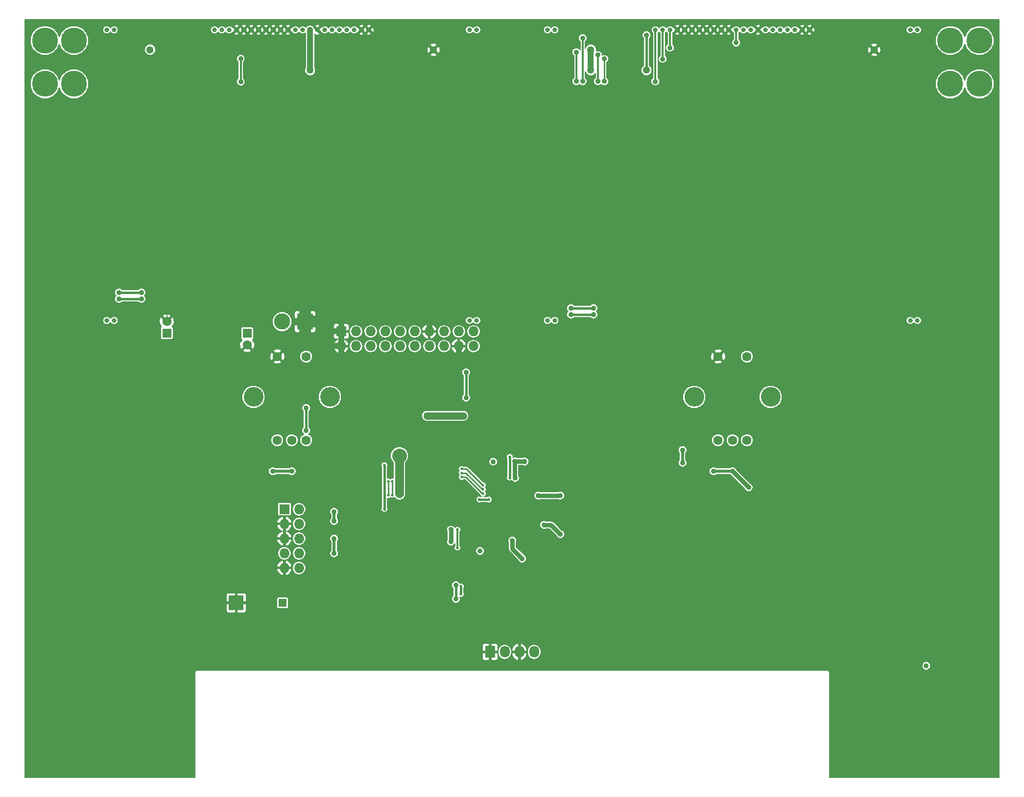
<source format=gbl>
%FSLAX34Y34*%
G04 Gerber Fmt 3.4, Leading zero omitted, Abs format*
G04 (created by PCBNEW (2014-03-19 BZR 4756)-product) date Mon 28 Jul 2014 16:59:26 BRT*
%MOIN*%
G01*
G70*
G90*
G04 APERTURE LIST*
%ADD10C,0.006000*%
%ADD11C,0.031496*%
%ADD12C,0.051181*%
%ADD13R,0.062992X0.062992*%
%ADD14C,0.062992*%
%ADD15C,0.133858*%
%ADD16R,0.068000X0.068000*%
%ADD17O,0.068000X0.068000*%
%ADD18R,0.098425X0.098425*%
%ADD19R,0.055118X0.055118*%
%ADD20C,0.177165*%
%ADD21R,0.068000X0.080000*%
%ADD22O,0.068000X0.080000*%
%ADD23R,0.110000X0.110000*%
%ADD24C,0.110000*%
%ADD25C,0.035000*%
%ADD26C,0.050000*%
%ADD27C,0.100000*%
%ADD28C,0.060000*%
%ADD29C,0.020000*%
%ADD30C,0.015000*%
%ADD31C,0.040000*%
%ADD32C,0.030000*%
%ADD33C,0.050000*%
%ADD34C,0.020000*%
%ADD35C,0.060000*%
%ADD36C,0.008000*%
%ADD37C,0.080000*%
%ADD38C,0.010000*%
%ADD39C,0.012000*%
G04 APERTURE END LIST*
G54D10*
G54D11*
X43057Y-846D03*
X43557Y-846D03*
X44057Y-846D03*
X44557Y-846D03*
X45057Y-846D03*
X45557Y-846D03*
X46057Y-846D03*
X46557Y-846D03*
X47057Y-846D03*
X47557Y-846D03*
X48057Y-846D03*
X48557Y-846D03*
X49057Y-846D03*
X49557Y-846D03*
X50057Y-846D03*
X50557Y-846D03*
X51057Y-846D03*
X51557Y-846D03*
X52057Y-846D03*
X52557Y-846D03*
X53057Y-846D03*
X53557Y-846D03*
X35718Y-846D03*
X36210Y-846D03*
X60895Y-846D03*
X60403Y-846D03*
X60895Y-20649D03*
X60403Y-20649D03*
X35718Y-20649D03*
X36210Y-20649D03*
G54D12*
X38661Y-2204D03*
X57952Y-2204D03*
G54D13*
X15275Y-21527D03*
G54D14*
X15275Y-22314D03*
X19291Y-28807D03*
X19291Y-23098D03*
X17322Y-28807D03*
X17322Y-23098D03*
X18307Y-28807D03*
G54D15*
X20905Y-25854D03*
X15708Y-25854D03*
G54D14*
X49291Y-28807D03*
X49291Y-23098D03*
X47322Y-28807D03*
X47322Y-23098D03*
X48307Y-28807D03*
G54D15*
X50905Y-25854D03*
X45708Y-25854D03*
G54D16*
X21671Y-21389D03*
G54D17*
X21671Y-22389D03*
X22671Y-21389D03*
X22671Y-22389D03*
X23671Y-21389D03*
X23671Y-22389D03*
X24671Y-21389D03*
X24671Y-22389D03*
X25671Y-21389D03*
X25671Y-22389D03*
X26671Y-21389D03*
X26671Y-22389D03*
X27671Y-21389D03*
X27671Y-22389D03*
X28671Y-21389D03*
X28671Y-22389D03*
X29671Y-21389D03*
X29671Y-22389D03*
X30671Y-21389D03*
X30671Y-22389D03*
G54D18*
X14527Y-39881D03*
G54D19*
X17688Y-39889D03*
G54D20*
X3480Y-4527D03*
X3480Y-1574D03*
X1511Y-4527D03*
X1511Y-1574D03*
X65102Y-4527D03*
X65102Y-1574D03*
X63133Y-4527D03*
X63133Y-1574D03*
G54D21*
X31807Y-43228D03*
G54D22*
X32807Y-43228D03*
X33807Y-43228D03*
X34807Y-43228D03*
G54D16*
X17807Y-33501D03*
G54D17*
X18807Y-33501D03*
X17807Y-34501D03*
X18807Y-34501D03*
X17807Y-35501D03*
X18807Y-35501D03*
X17807Y-36501D03*
X18807Y-36501D03*
X17807Y-37501D03*
X18807Y-37501D03*
G54D11*
X13057Y-846D03*
X13557Y-846D03*
X14057Y-846D03*
X14557Y-846D03*
X15057Y-846D03*
X15557Y-846D03*
X16057Y-846D03*
X16557Y-846D03*
X17057Y-846D03*
X17557Y-846D03*
X18057Y-846D03*
X18557Y-846D03*
X19057Y-846D03*
X19557Y-846D03*
X20057Y-846D03*
X20557Y-846D03*
X21057Y-846D03*
X21557Y-846D03*
X22057Y-846D03*
X22557Y-846D03*
X23057Y-846D03*
X23557Y-846D03*
X5718Y-846D03*
X6210Y-846D03*
X30895Y-846D03*
X30403Y-846D03*
X30895Y-20649D03*
X30403Y-20649D03*
X5718Y-20649D03*
X6210Y-20649D03*
G54D12*
X8661Y-2204D03*
X27952Y-2204D03*
G54D13*
X9803Y-21496D03*
G54D14*
X9803Y-20708D03*
G54D23*
X19213Y-20728D03*
G54D24*
X17653Y-20728D03*
G54D25*
X42456Y-1196D03*
G54D26*
X42456Y-3592D03*
X38661Y-3592D03*
X19559Y-3592D03*
G54D25*
X49405Y-32015D03*
X61496Y-44169D03*
G54D26*
X29980Y-27135D03*
X27519Y-27135D03*
G54D25*
X32027Y-30265D03*
X18307Y-30915D03*
X17007Y-30913D03*
G54D27*
X25639Y-29862D03*
G54D25*
X21184Y-34306D03*
X21188Y-33682D03*
X36584Y-35206D03*
X35470Y-34579D03*
X36584Y-32568D03*
X33516Y-31374D03*
X35089Y-32570D03*
X21190Y-36505D03*
X21190Y-35501D03*
X34163Y-30255D03*
X33484Y-30255D03*
X31122Y-36348D03*
X33326Y-35629D03*
X33996Y-36870D03*
X29143Y-34891D03*
X29143Y-35718D03*
X48307Y-30915D03*
X47007Y-30917D03*
X44905Y-30338D03*
X44905Y-29464D03*
G54D28*
X25639Y-32460D03*
G54D25*
X29480Y-38685D03*
X29484Y-39614D03*
G54D29*
X42000Y-26000D03*
X42000Y-11000D03*
X42000Y-36000D03*
X65000Y-41000D03*
X65000Y-31000D03*
X65000Y-51000D03*
X2000Y-41000D03*
X2000Y-31000D03*
X2000Y-51000D03*
X12000Y-31000D03*
X12000Y-41000D03*
X57000Y-31000D03*
X57000Y-41000D03*
X2000Y-11000D03*
X62000Y-11000D03*
X22000Y-11000D03*
X12000Y-11000D03*
X32000Y-11000D03*
X52000Y-11000D03*
X62000Y-21000D03*
X2000Y-21000D03*
G54D25*
X28183Y-29261D03*
G54D26*
X12637Y-25984D03*
X12637Y-24488D03*
G54D25*
X62602Y-43688D03*
X16677Y-42669D03*
X6594Y-45303D03*
X14704Y-23444D03*
G54D26*
X13582Y-25236D03*
G54D25*
X34163Y-28946D03*
X24025Y-34301D03*
X20803Y-34507D03*
X49940Y-42667D03*
X25324Y-34832D03*
X25324Y-36604D03*
X31830Y-31368D03*
X34192Y-31368D03*
X32027Y-28946D03*
X36584Y-32135D03*
X35472Y-35009D03*
X33996Y-38198D03*
X33799Y-35688D03*
X32027Y-35688D03*
X50324Y-30462D03*
X46289Y-30462D03*
X47824Y-31870D03*
X17824Y-31860D03*
X16348Y-30462D03*
X20275Y-30452D03*
X30137Y-36830D03*
X31722Y-38425D03*
X29078Y-32440D03*
X26401Y-29267D03*
X26401Y-27799D03*
X29053Y-27980D03*
X31200Y-33553D03*
X28535Y-37933D03*
X37901Y-35208D03*
G54D29*
X31323Y-32160D03*
X29879Y-31033D03*
X29879Y-31314D03*
X31323Y-32441D03*
X31724Y-32842D03*
X31066Y-32842D03*
X33149Y-31370D03*
X33149Y-29929D03*
G54D25*
X30173Y-25901D03*
X30173Y-24188D03*
X19291Y-26604D03*
X19291Y-28149D03*
G54D29*
X29879Y-30752D03*
X31323Y-31879D03*
G54D25*
X14834Y-4370D03*
X14834Y-2822D03*
X43055Y-4362D03*
X6547Y-19177D03*
X8074Y-19177D03*
X6543Y-18740D03*
X8074Y-18740D03*
X37303Y-20244D03*
X38842Y-20244D03*
X37303Y-19811D03*
X38842Y-19811D03*
G54D29*
X24870Y-32543D03*
X24870Y-31606D03*
X25153Y-31606D03*
X25153Y-32539D03*
X29586Y-36131D03*
X29586Y-34891D03*
X29830Y-38759D03*
X29830Y-39279D03*
X24614Y-33496D03*
X24614Y-30507D03*
G54D25*
X43559Y-2830D03*
X39590Y-2826D03*
X39590Y-4354D03*
X44055Y-2062D03*
X39149Y-4350D03*
X39149Y-2559D03*
X38114Y-1405D03*
X38114Y-4350D03*
X37681Y-2362D03*
X37681Y-4350D03*
X48559Y-1728D03*
G54D30*
X42456Y-3592D02*
X42456Y-1196D01*
G54D31*
X38661Y-3592D02*
X38661Y-2204D01*
X19559Y-3592D02*
X19559Y-848D01*
X19559Y-848D02*
X19557Y-846D01*
G54D32*
X48307Y-30915D02*
X48307Y-30917D01*
X48307Y-30917D02*
X49405Y-32015D01*
G54D33*
X29980Y-27135D02*
X27519Y-27135D01*
G54D34*
X18307Y-30915D02*
X17009Y-30915D01*
G54D30*
X17007Y-30913D02*
X17009Y-30915D01*
G54D34*
X21188Y-34302D02*
X21188Y-33682D01*
X21184Y-34306D02*
X21188Y-34302D01*
X21188Y-33682D02*
X21190Y-33684D01*
G54D32*
X35470Y-34579D02*
X35956Y-34579D01*
X35956Y-34579D02*
X36584Y-35206D01*
X33484Y-31341D02*
X33516Y-31374D01*
X33484Y-30255D02*
X33484Y-31341D01*
X35090Y-32568D02*
X36584Y-32568D01*
X35089Y-32570D02*
X35090Y-32568D01*
G54D34*
X21190Y-36505D02*
X21190Y-35501D01*
G54D32*
X34163Y-30255D02*
X34163Y-30295D01*
X34163Y-30255D02*
X33484Y-30255D01*
X33326Y-36200D02*
X33996Y-36870D01*
X33326Y-35629D02*
X33326Y-36200D01*
X29143Y-35718D02*
X29143Y-34891D01*
G54D30*
X48277Y-30944D02*
X48307Y-30915D01*
G54D34*
X47009Y-30915D02*
X48307Y-30915D01*
G54D30*
X47009Y-30915D02*
X47007Y-30917D01*
G54D34*
X44905Y-29464D02*
X44905Y-30338D01*
G54D35*
X25639Y-32460D02*
X25639Y-29862D01*
G54D30*
X29480Y-38685D02*
X29484Y-38688D01*
X29484Y-38688D02*
X29484Y-39614D01*
G54D34*
X21192Y-35500D02*
X21190Y-35501D01*
G54D36*
X42000Y-36000D02*
X42000Y-26000D01*
X42000Y-26000D02*
X42000Y-11000D01*
X65000Y-51000D02*
X65000Y-41000D01*
X65000Y-41000D02*
X65000Y-31000D01*
X2000Y-51000D02*
X2000Y-41000D01*
X2000Y-41000D02*
X2000Y-31000D01*
X12000Y-41000D02*
X12000Y-31000D01*
X12000Y-31000D02*
X2000Y-31000D01*
X57000Y-41000D02*
X57000Y-31000D01*
X57000Y-31000D02*
X65000Y-31000D01*
X62000Y-28000D02*
X65000Y-31000D01*
X62000Y-21000D02*
X62000Y-11000D01*
X52000Y-11000D02*
X42000Y-11000D01*
X32000Y-11000D02*
X22000Y-11000D01*
X12000Y-11000D02*
X2000Y-11000D01*
X22000Y-11000D02*
X12000Y-11000D01*
X42000Y-11000D02*
X32000Y-11000D01*
X62000Y-11000D02*
X52000Y-11000D01*
X62000Y-21000D02*
X62000Y-28000D01*
X2000Y-21000D02*
X2000Y-11000D01*
X2000Y-31000D02*
X2000Y-21000D01*
X9803Y-18803D02*
X2000Y-11000D01*
X9803Y-18803D02*
X9803Y-20708D01*
G54D33*
X19213Y-20728D02*
X18543Y-20728D01*
G54D37*
X19213Y-20728D02*
X19213Y-21760D01*
X19213Y-21760D02*
X19216Y-21763D01*
X19213Y-20728D02*
X20165Y-20728D01*
X19213Y-20728D02*
X19213Y-19752D01*
X19213Y-19752D02*
X19204Y-19744D01*
G54D31*
X21671Y-21389D02*
X21051Y-21389D01*
X21671Y-21389D02*
X21671Y-20659D01*
G54D32*
X21671Y-20659D02*
X21673Y-20657D01*
G54D31*
X27671Y-20624D02*
X27669Y-20622D01*
X27671Y-21389D02*
X27671Y-20624D01*
X29671Y-23242D02*
X29673Y-23244D01*
X29671Y-22389D02*
X29671Y-23242D01*
X21671Y-21389D02*
X21671Y-22389D01*
X21671Y-22389D02*
X21090Y-22389D01*
X21671Y-22978D02*
X21669Y-22980D01*
X21671Y-22389D02*
X21671Y-22978D01*
G54D38*
X31323Y-32160D02*
X31278Y-32160D01*
X30151Y-31033D02*
X29879Y-31033D01*
X31278Y-32160D02*
X30151Y-31033D01*
X31277Y-32441D02*
X30150Y-31314D01*
X30150Y-31314D02*
X29879Y-31314D01*
X31323Y-32441D02*
X31277Y-32441D01*
G54D30*
X31066Y-32842D02*
X31724Y-32842D01*
X33149Y-29929D02*
X33149Y-31370D01*
X30173Y-25901D02*
X30173Y-24188D01*
X19291Y-26604D02*
X19291Y-28149D01*
G54D38*
X30196Y-30752D02*
X29879Y-30752D01*
X31323Y-31879D02*
X30196Y-30752D01*
G54D39*
X14834Y-4370D02*
X14834Y-2822D01*
X43057Y-4360D02*
X43055Y-4362D01*
X43057Y-4360D02*
X43057Y-846D01*
G54D30*
X6547Y-19177D02*
X8074Y-19177D01*
X6543Y-18740D02*
X8074Y-18740D01*
X37303Y-20244D02*
X38842Y-20244D01*
X38842Y-19811D02*
X37303Y-19811D01*
G54D38*
X24870Y-31606D02*
X24870Y-32543D01*
X25153Y-31606D02*
X25153Y-32539D01*
G54D39*
X29586Y-34891D02*
X29586Y-36131D01*
G54D30*
X29830Y-39279D02*
X29830Y-38759D01*
X24614Y-33496D02*
X24614Y-30507D01*
G54D39*
X43559Y-848D02*
X43559Y-2830D01*
G54D38*
X39590Y-4354D02*
X39590Y-2826D01*
G54D39*
X43559Y-848D02*
X43557Y-846D01*
X44057Y-846D02*
X44057Y-2061D01*
X44057Y-2061D02*
X44055Y-2062D01*
X39149Y-4350D02*
X39149Y-2559D01*
X38114Y-1405D02*
X38114Y-4350D01*
X37681Y-4350D02*
X37681Y-2362D01*
X48559Y-1728D02*
X48557Y-1726D01*
X48557Y-1726D02*
X48557Y-846D01*
G54D10*
G36*
X66464Y-51779D02*
X66108Y-51779D01*
X66108Y-4328D01*
X66108Y-1375D01*
X65955Y-1005D01*
X65672Y-722D01*
X65303Y-569D01*
X64903Y-568D01*
X64533Y-721D01*
X64250Y-1004D01*
X64117Y-1322D01*
X63987Y-1005D01*
X63704Y-722D01*
X63334Y-569D01*
X62934Y-568D01*
X62564Y-721D01*
X62281Y-1004D01*
X62128Y-1373D01*
X62127Y-1773D01*
X62280Y-2143D01*
X62563Y-2427D01*
X62932Y-2580D01*
X63333Y-2580D01*
X63702Y-2427D01*
X63986Y-2145D01*
X64118Y-1826D01*
X64249Y-2143D01*
X64531Y-2427D01*
X64901Y-2580D01*
X65301Y-2580D01*
X65671Y-2427D01*
X65954Y-2145D01*
X66108Y-1775D01*
X66108Y-1375D01*
X66108Y-4328D01*
X65955Y-3958D01*
X65672Y-3675D01*
X65303Y-3521D01*
X64903Y-3521D01*
X64533Y-3674D01*
X64250Y-3957D01*
X64117Y-4275D01*
X63987Y-3958D01*
X63704Y-3675D01*
X63334Y-3521D01*
X62934Y-3521D01*
X62564Y-3674D01*
X62281Y-3957D01*
X62128Y-4326D01*
X62127Y-4726D01*
X62280Y-5096D01*
X62563Y-5379D01*
X62932Y-5533D01*
X63333Y-5533D01*
X63702Y-5380D01*
X63986Y-5098D01*
X64118Y-4779D01*
X64249Y-5096D01*
X64531Y-5379D01*
X64901Y-5533D01*
X65301Y-5533D01*
X65671Y-5380D01*
X65954Y-5098D01*
X66108Y-4728D01*
X66108Y-4328D01*
X66108Y-51779D01*
X61791Y-51779D01*
X61791Y-44110D01*
X61746Y-44002D01*
X61663Y-43919D01*
X61554Y-43874D01*
X61437Y-43874D01*
X61329Y-43919D01*
X61246Y-44001D01*
X61201Y-44110D01*
X61201Y-44227D01*
X61245Y-44336D01*
X61328Y-44419D01*
X61437Y-44464D01*
X61554Y-44464D01*
X61662Y-44419D01*
X61746Y-44336D01*
X61791Y-44228D01*
X61791Y-44110D01*
X61791Y-51779D01*
X61173Y-51779D01*
X61173Y-20594D01*
X61173Y-791D01*
X61131Y-689D01*
X61053Y-611D01*
X60951Y-569D01*
X60840Y-568D01*
X60738Y-611D01*
X60660Y-689D01*
X60649Y-715D01*
X60638Y-689D01*
X60560Y-611D01*
X60458Y-569D01*
X60348Y-568D01*
X60246Y-611D01*
X60168Y-689D01*
X60126Y-791D01*
X60126Y-901D01*
X60168Y-1003D01*
X60246Y-1081D01*
X60348Y-1123D01*
X60458Y-1123D01*
X60560Y-1081D01*
X60638Y-1003D01*
X60649Y-977D01*
X60660Y-1003D01*
X60738Y-1081D01*
X60840Y-1123D01*
X60950Y-1123D01*
X61052Y-1081D01*
X61130Y-1003D01*
X61173Y-901D01*
X61173Y-791D01*
X61173Y-20594D01*
X61131Y-20492D01*
X61053Y-20414D01*
X60951Y-20372D01*
X60840Y-20372D01*
X60738Y-20414D01*
X60660Y-20492D01*
X60649Y-20518D01*
X60638Y-20492D01*
X60560Y-20414D01*
X60458Y-20372D01*
X60348Y-20372D01*
X60246Y-20414D01*
X60168Y-20492D01*
X60126Y-20594D01*
X60126Y-20704D01*
X60168Y-20806D01*
X60246Y-20884D01*
X60348Y-20927D01*
X60458Y-20927D01*
X60560Y-20884D01*
X60638Y-20806D01*
X60649Y-20780D01*
X60660Y-20806D01*
X60738Y-20884D01*
X60840Y-20927D01*
X60950Y-20927D01*
X61052Y-20884D01*
X61130Y-20806D01*
X61173Y-20705D01*
X61173Y-20594D01*
X61173Y-51779D01*
X58404Y-51779D01*
X58404Y-2251D01*
X58388Y-2074D01*
X58352Y-1988D01*
X58279Y-1962D01*
X58195Y-2047D01*
X58195Y-1877D01*
X58169Y-1804D01*
X57999Y-1752D01*
X57822Y-1768D01*
X57736Y-1804D01*
X57710Y-1877D01*
X57952Y-2119D01*
X58195Y-1877D01*
X58195Y-2047D01*
X58037Y-2204D01*
X58279Y-2447D01*
X58352Y-2421D01*
X58404Y-2251D01*
X58404Y-51779D01*
X58195Y-51779D01*
X58195Y-2531D01*
X57952Y-2289D01*
X57867Y-2374D01*
X57867Y-2204D01*
X57625Y-1962D01*
X57552Y-1988D01*
X57500Y-2157D01*
X57517Y-2334D01*
X57552Y-2421D01*
X57625Y-2447D01*
X57867Y-2204D01*
X57867Y-2374D01*
X57710Y-2531D01*
X57736Y-2604D01*
X57905Y-2656D01*
X58082Y-2640D01*
X58169Y-2604D01*
X58195Y-2531D01*
X58195Y-51779D01*
X54913Y-51779D01*
X54913Y-44641D01*
X54902Y-44584D01*
X54869Y-44535D01*
X54821Y-44503D01*
X54763Y-44491D01*
X53910Y-44491D01*
X53910Y-869D01*
X53892Y-732D01*
X53874Y-689D01*
X53812Y-676D01*
X53727Y-760D01*
X53727Y-591D01*
X53713Y-528D01*
X53580Y-492D01*
X53443Y-510D01*
X53400Y-528D01*
X53386Y-591D01*
X53557Y-761D01*
X53727Y-591D01*
X53727Y-760D01*
X53641Y-846D01*
X53812Y-1016D01*
X53874Y-1003D01*
X53910Y-869D01*
X53910Y-44491D01*
X53727Y-44491D01*
X53727Y-1101D01*
X53557Y-931D01*
X53472Y-1016D01*
X53472Y-846D01*
X53397Y-771D01*
X53392Y-732D01*
X53374Y-689D01*
X53312Y-676D01*
X53307Y-681D01*
X53301Y-676D01*
X53239Y-689D01*
X53227Y-734D01*
X53227Y-591D01*
X53213Y-528D01*
X53080Y-492D01*
X52943Y-510D01*
X52900Y-528D01*
X52886Y-591D01*
X53057Y-761D01*
X53227Y-591D01*
X53227Y-734D01*
X53217Y-770D01*
X53141Y-846D01*
X53216Y-920D01*
X53221Y-960D01*
X53239Y-1003D01*
X53301Y-1016D01*
X53307Y-1011D01*
X53312Y-1016D01*
X53374Y-1003D01*
X53396Y-922D01*
X53472Y-846D01*
X53472Y-1016D01*
X53386Y-1101D01*
X53400Y-1164D01*
X53533Y-1199D01*
X53670Y-1181D01*
X53713Y-1164D01*
X53727Y-1101D01*
X53727Y-44491D01*
X53227Y-44491D01*
X53227Y-1101D01*
X53057Y-931D01*
X52972Y-1016D01*
X52972Y-846D01*
X52801Y-676D01*
X52783Y-680D01*
X52714Y-611D01*
X52612Y-569D01*
X52502Y-568D01*
X52400Y-611D01*
X52321Y-689D01*
X52307Y-724D01*
X52292Y-689D01*
X52214Y-611D01*
X52112Y-569D01*
X52002Y-568D01*
X51900Y-611D01*
X51821Y-689D01*
X51807Y-724D01*
X51792Y-689D01*
X51714Y-611D01*
X51612Y-569D01*
X51502Y-568D01*
X51400Y-611D01*
X51321Y-689D01*
X51307Y-724D01*
X51292Y-689D01*
X51214Y-611D01*
X51112Y-569D01*
X51002Y-568D01*
X50900Y-611D01*
X50821Y-689D01*
X50807Y-724D01*
X50792Y-689D01*
X50714Y-611D01*
X50612Y-569D01*
X50502Y-568D01*
X50400Y-611D01*
X50330Y-680D01*
X50312Y-676D01*
X50227Y-760D01*
X50227Y-591D01*
X50213Y-528D01*
X50080Y-492D01*
X49943Y-510D01*
X49900Y-528D01*
X49886Y-591D01*
X50057Y-761D01*
X50227Y-591D01*
X50227Y-760D01*
X50141Y-846D01*
X50312Y-1016D01*
X50330Y-1012D01*
X50399Y-1081D01*
X50501Y-1123D01*
X50612Y-1123D01*
X50714Y-1081D01*
X50792Y-1003D01*
X50807Y-967D01*
X50821Y-1003D01*
X50899Y-1081D01*
X51001Y-1123D01*
X51112Y-1123D01*
X51214Y-1081D01*
X51292Y-1003D01*
X51307Y-967D01*
X51321Y-1003D01*
X51399Y-1081D01*
X51501Y-1123D01*
X51612Y-1123D01*
X51714Y-1081D01*
X51792Y-1003D01*
X51807Y-967D01*
X51821Y-1003D01*
X51899Y-1081D01*
X52001Y-1123D01*
X52112Y-1123D01*
X52214Y-1081D01*
X52292Y-1003D01*
X52307Y-967D01*
X52321Y-1003D01*
X52399Y-1081D01*
X52501Y-1123D01*
X52612Y-1123D01*
X52714Y-1081D01*
X52783Y-1012D01*
X52801Y-1016D01*
X52972Y-846D01*
X52972Y-1016D01*
X52886Y-1101D01*
X52900Y-1164D01*
X53033Y-1199D01*
X53170Y-1181D01*
X53213Y-1164D01*
X53227Y-1101D01*
X53227Y-44491D01*
X51694Y-44491D01*
X51694Y-25698D01*
X51575Y-25407D01*
X51353Y-25185D01*
X51063Y-25065D01*
X50749Y-25064D01*
X50458Y-25184D01*
X50236Y-25406D01*
X50227Y-25429D01*
X50227Y-1101D01*
X50057Y-931D01*
X49972Y-1016D01*
X49972Y-846D01*
X49801Y-676D01*
X49783Y-680D01*
X49714Y-611D01*
X49612Y-569D01*
X49502Y-568D01*
X49400Y-611D01*
X49321Y-689D01*
X49307Y-724D01*
X49292Y-689D01*
X49214Y-611D01*
X49112Y-569D01*
X49002Y-568D01*
X48900Y-611D01*
X48821Y-689D01*
X48807Y-724D01*
X48792Y-689D01*
X48714Y-611D01*
X48612Y-569D01*
X48502Y-568D01*
X48400Y-611D01*
X48330Y-680D01*
X48312Y-676D01*
X48227Y-760D01*
X48227Y-591D01*
X48213Y-528D01*
X48080Y-492D01*
X47943Y-510D01*
X47900Y-528D01*
X47886Y-591D01*
X48057Y-761D01*
X48227Y-591D01*
X48227Y-760D01*
X48141Y-846D01*
X48312Y-1016D01*
X48330Y-1012D01*
X48377Y-1058D01*
X48377Y-1493D01*
X48309Y-1561D01*
X48264Y-1669D01*
X48264Y-1786D01*
X48308Y-1895D01*
X48391Y-1978D01*
X48500Y-2023D01*
X48617Y-2023D01*
X48725Y-1978D01*
X48808Y-1895D01*
X48854Y-1787D01*
X48854Y-1669D01*
X48809Y-1561D01*
X48737Y-1489D01*
X48737Y-1058D01*
X48792Y-1003D01*
X48807Y-967D01*
X48821Y-1003D01*
X48899Y-1081D01*
X49001Y-1123D01*
X49112Y-1123D01*
X49214Y-1081D01*
X49292Y-1003D01*
X49307Y-967D01*
X49321Y-1003D01*
X49399Y-1081D01*
X49501Y-1123D01*
X49612Y-1123D01*
X49714Y-1081D01*
X49783Y-1012D01*
X49801Y-1016D01*
X49972Y-846D01*
X49972Y-1016D01*
X49886Y-1101D01*
X49900Y-1164D01*
X50033Y-1199D01*
X50170Y-1181D01*
X50213Y-1164D01*
X50227Y-1101D01*
X50227Y-25429D01*
X50116Y-25696D01*
X50116Y-26010D01*
X50235Y-26300D01*
X50457Y-26523D01*
X50747Y-26643D01*
X51061Y-26643D01*
X51352Y-26523D01*
X51574Y-26302D01*
X51694Y-26012D01*
X51694Y-25698D01*
X51694Y-44491D01*
X49726Y-44491D01*
X49726Y-28720D01*
X49726Y-23012D01*
X49660Y-22852D01*
X49538Y-22729D01*
X49378Y-22663D01*
X49205Y-22663D01*
X49045Y-22729D01*
X48922Y-22851D01*
X48856Y-23011D01*
X48856Y-23184D01*
X48922Y-23344D01*
X49044Y-23466D01*
X49204Y-23533D01*
X49377Y-23533D01*
X49537Y-23467D01*
X49659Y-23345D01*
X49726Y-23185D01*
X49726Y-23012D01*
X49726Y-28720D01*
X49660Y-28561D01*
X49538Y-28438D01*
X49378Y-28372D01*
X49205Y-28372D01*
X49045Y-28438D01*
X48922Y-28560D01*
X48856Y-28720D01*
X48856Y-28893D01*
X48922Y-29053D01*
X49044Y-29175D01*
X49204Y-29241D01*
X49377Y-29242D01*
X49537Y-29176D01*
X49659Y-29053D01*
X49726Y-28893D01*
X49726Y-28720D01*
X49726Y-44491D01*
X49700Y-44491D01*
X49700Y-31957D01*
X49655Y-31848D01*
X49572Y-31765D01*
X49512Y-31740D01*
X48742Y-30970D01*
X48742Y-28720D01*
X48676Y-28561D01*
X48553Y-28438D01*
X48393Y-28372D01*
X48227Y-28372D01*
X48227Y-1101D01*
X48057Y-931D01*
X47972Y-1016D01*
X47972Y-846D01*
X47897Y-771D01*
X47892Y-732D01*
X47874Y-689D01*
X47812Y-676D01*
X47807Y-681D01*
X47801Y-676D01*
X47739Y-689D01*
X47727Y-734D01*
X47727Y-591D01*
X47713Y-528D01*
X47580Y-492D01*
X47443Y-510D01*
X47400Y-528D01*
X47386Y-591D01*
X47557Y-761D01*
X47727Y-591D01*
X47727Y-734D01*
X47717Y-770D01*
X47641Y-846D01*
X47716Y-920D01*
X47721Y-960D01*
X47739Y-1003D01*
X47801Y-1016D01*
X47807Y-1011D01*
X47812Y-1016D01*
X47874Y-1003D01*
X47896Y-922D01*
X47972Y-846D01*
X47972Y-1016D01*
X47886Y-1101D01*
X47900Y-1164D01*
X48033Y-1199D01*
X48170Y-1181D01*
X48213Y-1164D01*
X48227Y-1101D01*
X48227Y-28372D01*
X48220Y-28372D01*
X48061Y-28438D01*
X47938Y-28560D01*
X47872Y-28720D01*
X47872Y-28893D01*
X47938Y-29053D01*
X48060Y-29175D01*
X48220Y-29241D01*
X48393Y-29242D01*
X48553Y-29176D01*
X48675Y-29053D01*
X48741Y-28893D01*
X48742Y-28720D01*
X48742Y-30970D01*
X48583Y-30811D01*
X48557Y-30748D01*
X48474Y-30665D01*
X48366Y-30620D01*
X48248Y-30620D01*
X48140Y-30665D01*
X48109Y-30695D01*
X47834Y-30695D01*
X47834Y-23159D01*
X47818Y-22959D01*
X47771Y-22846D01*
X47727Y-22827D01*
X47727Y-1101D01*
X47557Y-931D01*
X47472Y-1016D01*
X47472Y-846D01*
X47397Y-771D01*
X47392Y-732D01*
X47374Y-689D01*
X47312Y-676D01*
X47307Y-681D01*
X47301Y-676D01*
X47239Y-689D01*
X47227Y-734D01*
X47227Y-591D01*
X47213Y-528D01*
X47080Y-492D01*
X46943Y-510D01*
X46900Y-528D01*
X46886Y-591D01*
X47057Y-761D01*
X47227Y-591D01*
X47227Y-734D01*
X47217Y-770D01*
X47141Y-846D01*
X47216Y-920D01*
X47221Y-960D01*
X47239Y-1003D01*
X47301Y-1016D01*
X47307Y-1011D01*
X47312Y-1016D01*
X47374Y-1003D01*
X47396Y-922D01*
X47472Y-846D01*
X47472Y-1016D01*
X47386Y-1101D01*
X47400Y-1164D01*
X47533Y-1199D01*
X47670Y-1181D01*
X47713Y-1164D01*
X47727Y-1101D01*
X47727Y-22827D01*
X47692Y-22813D01*
X47608Y-22897D01*
X47608Y-22728D01*
X47574Y-22649D01*
X47383Y-22587D01*
X47227Y-22599D01*
X47227Y-1101D01*
X47057Y-931D01*
X46972Y-1016D01*
X46972Y-846D01*
X46897Y-771D01*
X46892Y-732D01*
X46874Y-689D01*
X46812Y-676D01*
X46807Y-681D01*
X46801Y-676D01*
X46739Y-689D01*
X46727Y-734D01*
X46727Y-591D01*
X46713Y-528D01*
X46580Y-492D01*
X46443Y-510D01*
X46400Y-528D01*
X46386Y-591D01*
X46557Y-761D01*
X46727Y-591D01*
X46727Y-734D01*
X46717Y-770D01*
X46641Y-846D01*
X46716Y-920D01*
X46721Y-960D01*
X46739Y-1003D01*
X46801Y-1016D01*
X46807Y-1011D01*
X46812Y-1016D01*
X46874Y-1003D01*
X46896Y-922D01*
X46972Y-846D01*
X46972Y-1016D01*
X46886Y-1101D01*
X46900Y-1164D01*
X47033Y-1199D01*
X47170Y-1181D01*
X47213Y-1164D01*
X47227Y-1101D01*
X47227Y-22599D01*
X47183Y-22602D01*
X47070Y-22649D01*
X47037Y-22728D01*
X47322Y-23013D01*
X47608Y-22728D01*
X47608Y-22897D01*
X47407Y-23098D01*
X47692Y-23383D01*
X47771Y-23350D01*
X47834Y-23159D01*
X47834Y-30695D01*
X47757Y-30695D01*
X47757Y-28720D01*
X47691Y-28561D01*
X47608Y-28477D01*
X47608Y-23468D01*
X47322Y-23183D01*
X47237Y-23268D01*
X47237Y-23098D01*
X46952Y-22813D01*
X46873Y-22846D01*
X46811Y-23037D01*
X46827Y-23237D01*
X46873Y-23350D01*
X46952Y-23383D01*
X47237Y-23098D01*
X47237Y-23268D01*
X47037Y-23468D01*
X47070Y-23547D01*
X47261Y-23609D01*
X47462Y-23594D01*
X47574Y-23547D01*
X47608Y-23468D01*
X47608Y-28477D01*
X47569Y-28438D01*
X47409Y-28372D01*
X47236Y-28372D01*
X47076Y-28438D01*
X46954Y-28560D01*
X46887Y-28720D01*
X46887Y-28893D01*
X46953Y-29053D01*
X47076Y-29175D01*
X47235Y-29241D01*
X47408Y-29242D01*
X47568Y-29176D01*
X47691Y-29053D01*
X47757Y-28893D01*
X47757Y-28720D01*
X47757Y-30695D01*
X47203Y-30695D01*
X47175Y-30667D01*
X47066Y-30622D01*
X46949Y-30622D01*
X46840Y-30667D01*
X46757Y-30750D01*
X46727Y-30823D01*
X46727Y-1101D01*
X46557Y-931D01*
X46472Y-1016D01*
X46472Y-846D01*
X46397Y-771D01*
X46392Y-732D01*
X46374Y-689D01*
X46312Y-676D01*
X46307Y-681D01*
X46301Y-676D01*
X46239Y-689D01*
X46227Y-734D01*
X46227Y-591D01*
X46213Y-528D01*
X46080Y-492D01*
X45943Y-510D01*
X45900Y-528D01*
X45886Y-591D01*
X46057Y-761D01*
X46227Y-591D01*
X46227Y-734D01*
X46217Y-770D01*
X46141Y-846D01*
X46216Y-920D01*
X46221Y-960D01*
X46239Y-1003D01*
X46301Y-1016D01*
X46307Y-1011D01*
X46312Y-1016D01*
X46374Y-1003D01*
X46396Y-922D01*
X46472Y-846D01*
X46472Y-1016D01*
X46386Y-1101D01*
X46400Y-1164D01*
X46533Y-1199D01*
X46670Y-1181D01*
X46713Y-1164D01*
X46727Y-1101D01*
X46727Y-30823D01*
X46712Y-30858D01*
X46712Y-30975D01*
X46757Y-31084D01*
X46840Y-31167D01*
X46948Y-31212D01*
X47066Y-31212D01*
X47174Y-31167D01*
X47207Y-31135D01*
X48109Y-31135D01*
X48139Y-31165D01*
X48196Y-31189D01*
X49130Y-32122D01*
X49155Y-32182D01*
X49238Y-32265D01*
X49346Y-32310D01*
X49463Y-32310D01*
X49572Y-32265D01*
X49655Y-32183D01*
X49700Y-32074D01*
X49700Y-31957D01*
X49700Y-44491D01*
X46498Y-44491D01*
X46498Y-25698D01*
X46378Y-25407D01*
X46227Y-25256D01*
X46227Y-1101D01*
X46057Y-931D01*
X45972Y-1016D01*
X45972Y-846D01*
X45897Y-771D01*
X45892Y-732D01*
X45874Y-689D01*
X45812Y-676D01*
X45807Y-681D01*
X45801Y-676D01*
X45739Y-689D01*
X45727Y-734D01*
X45727Y-591D01*
X45713Y-528D01*
X45580Y-492D01*
X45443Y-510D01*
X45400Y-528D01*
X45386Y-591D01*
X45557Y-761D01*
X45727Y-591D01*
X45727Y-734D01*
X45717Y-770D01*
X45641Y-846D01*
X45716Y-920D01*
X45721Y-960D01*
X45739Y-1003D01*
X45801Y-1016D01*
X45807Y-1011D01*
X45812Y-1016D01*
X45874Y-1003D01*
X45896Y-922D01*
X45972Y-846D01*
X45972Y-1016D01*
X45886Y-1101D01*
X45900Y-1164D01*
X46033Y-1199D01*
X46170Y-1181D01*
X46213Y-1164D01*
X46227Y-1101D01*
X46227Y-25256D01*
X46156Y-25185D01*
X45866Y-25065D01*
X45727Y-25065D01*
X45727Y-1101D01*
X45557Y-931D01*
X45472Y-1016D01*
X45472Y-846D01*
X45397Y-771D01*
X45392Y-732D01*
X45374Y-689D01*
X45312Y-676D01*
X45307Y-681D01*
X45301Y-676D01*
X45239Y-689D01*
X45227Y-734D01*
X45227Y-591D01*
X45213Y-528D01*
X45080Y-492D01*
X44943Y-510D01*
X44900Y-528D01*
X44886Y-591D01*
X45057Y-761D01*
X45227Y-591D01*
X45227Y-734D01*
X45217Y-770D01*
X45141Y-846D01*
X45216Y-920D01*
X45221Y-960D01*
X45239Y-1003D01*
X45301Y-1016D01*
X45307Y-1011D01*
X45312Y-1016D01*
X45374Y-1003D01*
X45396Y-922D01*
X45472Y-846D01*
X45472Y-1016D01*
X45386Y-1101D01*
X45400Y-1164D01*
X45533Y-1199D01*
X45670Y-1181D01*
X45713Y-1164D01*
X45727Y-1101D01*
X45727Y-25065D01*
X45552Y-25064D01*
X45262Y-25184D01*
X45227Y-25219D01*
X45227Y-1101D01*
X45057Y-931D01*
X44972Y-1016D01*
X44972Y-846D01*
X44897Y-771D01*
X44892Y-732D01*
X44874Y-689D01*
X44812Y-676D01*
X44807Y-681D01*
X44801Y-676D01*
X44739Y-689D01*
X44727Y-734D01*
X44727Y-591D01*
X44713Y-528D01*
X44580Y-492D01*
X44443Y-510D01*
X44400Y-528D01*
X44386Y-591D01*
X44557Y-761D01*
X44727Y-591D01*
X44727Y-734D01*
X44717Y-770D01*
X44641Y-846D01*
X44716Y-920D01*
X44721Y-960D01*
X44739Y-1003D01*
X44801Y-1016D01*
X44807Y-1011D01*
X44812Y-1016D01*
X44874Y-1003D01*
X44896Y-922D01*
X44972Y-846D01*
X44972Y-1016D01*
X44886Y-1101D01*
X44900Y-1164D01*
X45033Y-1199D01*
X45170Y-1181D01*
X45213Y-1164D01*
X45227Y-1101D01*
X45227Y-25219D01*
X45039Y-25406D01*
X44919Y-25696D01*
X44919Y-26010D01*
X45039Y-26300D01*
X45260Y-26523D01*
X45550Y-26643D01*
X45864Y-26643D01*
X46155Y-26523D01*
X46377Y-26302D01*
X46497Y-26012D01*
X46498Y-25698D01*
X46498Y-44491D01*
X45200Y-44491D01*
X45200Y-30280D01*
X45155Y-30171D01*
X45125Y-30141D01*
X45125Y-29661D01*
X45155Y-29631D01*
X45200Y-29523D01*
X45200Y-29406D01*
X45155Y-29297D01*
X45072Y-29214D01*
X44964Y-29169D01*
X44847Y-29169D01*
X44738Y-29214D01*
X44727Y-29225D01*
X44727Y-1101D01*
X44557Y-931D01*
X44472Y-1016D01*
X44472Y-846D01*
X44301Y-676D01*
X44283Y-680D01*
X44214Y-611D01*
X44112Y-569D01*
X44002Y-568D01*
X43900Y-611D01*
X43821Y-689D01*
X43807Y-724D01*
X43792Y-689D01*
X43714Y-611D01*
X43612Y-569D01*
X43502Y-568D01*
X43400Y-611D01*
X43321Y-689D01*
X43307Y-724D01*
X43292Y-689D01*
X43214Y-611D01*
X43112Y-569D01*
X43002Y-568D01*
X42900Y-611D01*
X42821Y-689D01*
X42779Y-791D01*
X42779Y-901D01*
X42821Y-1003D01*
X42877Y-1058D01*
X42877Y-4123D01*
X42826Y-4173D01*
X42826Y-3519D01*
X42770Y-3383D01*
X42666Y-3279D01*
X42651Y-3272D01*
X42651Y-1419D01*
X42706Y-1364D01*
X42751Y-1255D01*
X42751Y-1138D01*
X42706Y-1029D01*
X42624Y-946D01*
X42515Y-901D01*
X42398Y-901D01*
X42289Y-946D01*
X42206Y-1029D01*
X42161Y-1137D01*
X42161Y-1255D01*
X42206Y-1363D01*
X42261Y-1419D01*
X42261Y-3272D01*
X42247Y-3278D01*
X42143Y-3382D01*
X42086Y-3518D01*
X42086Y-3665D01*
X42142Y-3801D01*
X42246Y-3906D01*
X42382Y-3962D01*
X42529Y-3962D01*
X42666Y-3906D01*
X42770Y-3802D01*
X42826Y-3666D01*
X42826Y-3519D01*
X42826Y-4173D01*
X42805Y-4194D01*
X42760Y-4303D01*
X42760Y-4420D01*
X42804Y-4529D01*
X42887Y-4612D01*
X42996Y-4657D01*
X43113Y-4657D01*
X43222Y-4612D01*
X43305Y-4529D01*
X43350Y-4421D01*
X43350Y-4303D01*
X43305Y-4195D01*
X43237Y-4126D01*
X43237Y-1058D01*
X43292Y-1003D01*
X43307Y-967D01*
X43321Y-1003D01*
X43379Y-1060D01*
X43379Y-2593D01*
X43309Y-2663D01*
X43264Y-2771D01*
X43264Y-2889D01*
X43308Y-2997D01*
X43391Y-3080D01*
X43500Y-3125D01*
X43617Y-3125D01*
X43725Y-3080D01*
X43808Y-2998D01*
X43854Y-2889D01*
X43854Y-2772D01*
X43809Y-2663D01*
X43739Y-2593D01*
X43739Y-1056D01*
X43792Y-1003D01*
X43807Y-967D01*
X43821Y-1003D01*
X43877Y-1058D01*
X43877Y-1823D01*
X43805Y-1895D01*
X43760Y-2004D01*
X43760Y-2121D01*
X43804Y-2229D01*
X43887Y-2312D01*
X43996Y-2357D01*
X44113Y-2358D01*
X44222Y-2313D01*
X44305Y-2230D01*
X44350Y-2121D01*
X44350Y-2004D01*
X44305Y-1896D01*
X44237Y-1827D01*
X44237Y-1058D01*
X44283Y-1012D01*
X44301Y-1016D01*
X44472Y-846D01*
X44472Y-1016D01*
X44386Y-1101D01*
X44400Y-1164D01*
X44533Y-1199D01*
X44670Y-1181D01*
X44713Y-1164D01*
X44727Y-1101D01*
X44727Y-29225D01*
X44655Y-29297D01*
X44610Y-29405D01*
X44610Y-29522D01*
X44655Y-29631D01*
X44685Y-29661D01*
X44685Y-30141D01*
X44655Y-30171D01*
X44610Y-30279D01*
X44610Y-30397D01*
X44655Y-30505D01*
X44738Y-30588D01*
X44846Y-30633D01*
X44963Y-30633D01*
X45072Y-30588D01*
X45155Y-30505D01*
X45200Y-30397D01*
X45200Y-30280D01*
X45200Y-44491D01*
X39885Y-44491D01*
X39885Y-4295D01*
X39840Y-4187D01*
X39760Y-4107D01*
X39760Y-3073D01*
X39840Y-2994D01*
X39885Y-2885D01*
X39885Y-2768D01*
X39840Y-2659D01*
X39757Y-2576D01*
X39649Y-2531D01*
X39532Y-2531D01*
X39444Y-2567D01*
X39444Y-2500D01*
X39399Y-2392D01*
X39316Y-2309D01*
X39208Y-2264D01*
X39091Y-2264D01*
X39034Y-2287D01*
X39037Y-2279D01*
X39037Y-2130D01*
X38980Y-1992D01*
X38874Y-1886D01*
X38736Y-1828D01*
X38586Y-1828D01*
X38448Y-1885D01*
X38342Y-1991D01*
X38294Y-2108D01*
X38294Y-1642D01*
X38364Y-1572D01*
X38409Y-1464D01*
X38409Y-1347D01*
X38364Y-1238D01*
X38281Y-1155D01*
X38173Y-1110D01*
X38055Y-1110D01*
X37947Y-1155D01*
X37864Y-1238D01*
X37819Y-1346D01*
X37819Y-1463D01*
X37863Y-1572D01*
X37934Y-1642D01*
X37934Y-2202D01*
X37931Y-2195D01*
X37848Y-2112D01*
X37740Y-2067D01*
X37622Y-2067D01*
X37514Y-2111D01*
X37431Y-2194D01*
X37386Y-2303D01*
X37386Y-2420D01*
X37430Y-2529D01*
X37501Y-2599D01*
X37501Y-4113D01*
X37431Y-4183D01*
X37386Y-4291D01*
X37386Y-4408D01*
X37430Y-4517D01*
X37513Y-4600D01*
X37622Y-4645D01*
X37739Y-4645D01*
X37847Y-4600D01*
X37897Y-4551D01*
X37946Y-4600D01*
X38055Y-4645D01*
X38172Y-4645D01*
X38281Y-4600D01*
X38364Y-4517D01*
X38409Y-4409D01*
X38409Y-4291D01*
X38364Y-4183D01*
X38294Y-4113D01*
X38294Y-3672D01*
X38347Y-3801D01*
X38451Y-3906D01*
X38587Y-3962D01*
X38734Y-3962D01*
X38870Y-3906D01*
X38969Y-3807D01*
X38969Y-4113D01*
X38899Y-4183D01*
X38854Y-4291D01*
X38854Y-4408D01*
X38899Y-4517D01*
X38982Y-4600D01*
X39090Y-4645D01*
X39208Y-4645D01*
X39316Y-4600D01*
X39368Y-4549D01*
X39423Y-4604D01*
X39531Y-4649D01*
X39648Y-4649D01*
X39757Y-4604D01*
X39840Y-4521D01*
X39885Y-4413D01*
X39885Y-4295D01*
X39885Y-44491D01*
X39137Y-44491D01*
X39137Y-20185D01*
X39092Y-20077D01*
X39043Y-20027D01*
X39092Y-19978D01*
X39137Y-19869D01*
X39137Y-19752D01*
X39092Y-19644D01*
X39009Y-19561D01*
X38901Y-19516D01*
X38784Y-19515D01*
X38675Y-19560D01*
X38620Y-19616D01*
X37525Y-19616D01*
X37470Y-19561D01*
X37362Y-19516D01*
X37244Y-19515D01*
X37136Y-19560D01*
X37053Y-19643D01*
X37008Y-19752D01*
X37008Y-19869D01*
X37052Y-19977D01*
X37102Y-20027D01*
X37053Y-20076D01*
X37008Y-20185D01*
X37008Y-20302D01*
X37052Y-20410D01*
X37135Y-20494D01*
X37244Y-20539D01*
X37361Y-20539D01*
X37470Y-20494D01*
X37525Y-20439D01*
X38620Y-20439D01*
X38675Y-20494D01*
X38783Y-20539D01*
X38900Y-20539D01*
X39009Y-20494D01*
X39092Y-20411D01*
X39137Y-20303D01*
X39137Y-20185D01*
X39137Y-44491D01*
X36879Y-44491D01*
X36879Y-35148D01*
X36879Y-32510D01*
X36834Y-32402D01*
X36751Y-32318D01*
X36643Y-32273D01*
X36526Y-32273D01*
X36488Y-32289D01*
X36488Y-20594D01*
X36488Y-791D01*
X36446Y-689D01*
X36368Y-611D01*
X36266Y-569D01*
X36155Y-568D01*
X36053Y-611D01*
X35975Y-689D01*
X35964Y-715D01*
X35953Y-689D01*
X35875Y-611D01*
X35773Y-569D01*
X35663Y-568D01*
X35561Y-611D01*
X35483Y-689D01*
X35441Y-791D01*
X35440Y-901D01*
X35483Y-1003D01*
X35561Y-1081D01*
X35663Y-1123D01*
X35773Y-1123D01*
X35875Y-1081D01*
X35953Y-1003D01*
X35964Y-977D01*
X35975Y-1003D01*
X36053Y-1081D01*
X36155Y-1123D01*
X36265Y-1123D01*
X36367Y-1081D01*
X36445Y-1003D01*
X36488Y-901D01*
X36488Y-791D01*
X36488Y-20594D01*
X36446Y-20492D01*
X36368Y-20414D01*
X36266Y-20372D01*
X36155Y-20372D01*
X36053Y-20414D01*
X35975Y-20492D01*
X35964Y-20518D01*
X35953Y-20492D01*
X35875Y-20414D01*
X35773Y-20372D01*
X35663Y-20372D01*
X35561Y-20414D01*
X35483Y-20492D01*
X35441Y-20594D01*
X35440Y-20704D01*
X35483Y-20806D01*
X35561Y-20884D01*
X35663Y-20927D01*
X35773Y-20927D01*
X35875Y-20884D01*
X35953Y-20806D01*
X35964Y-20780D01*
X35975Y-20806D01*
X36053Y-20884D01*
X36155Y-20927D01*
X36265Y-20927D01*
X36367Y-20884D01*
X36445Y-20806D01*
X36488Y-20705D01*
X36488Y-20594D01*
X36488Y-32289D01*
X36465Y-32298D01*
X35205Y-32298D01*
X35148Y-32275D01*
X35030Y-32274D01*
X34922Y-32319D01*
X34839Y-32402D01*
X34794Y-32511D01*
X34794Y-32628D01*
X34839Y-32736D01*
X34922Y-32819D01*
X35030Y-32864D01*
X35147Y-32865D01*
X35211Y-32838D01*
X36465Y-32838D01*
X36525Y-32863D01*
X36643Y-32863D01*
X36751Y-32819D01*
X36834Y-32736D01*
X36879Y-32627D01*
X36879Y-32510D01*
X36879Y-35148D01*
X36834Y-35039D01*
X36751Y-34956D01*
X36691Y-34931D01*
X36147Y-34388D01*
X36060Y-34329D01*
X35956Y-34309D01*
X35589Y-34309D01*
X35529Y-34284D01*
X35411Y-34283D01*
X35303Y-34328D01*
X35220Y-34411D01*
X35175Y-34520D01*
X35175Y-34637D01*
X35220Y-34745D01*
X35303Y-34828D01*
X35411Y-34873D01*
X35528Y-34874D01*
X35589Y-34849D01*
X35845Y-34849D01*
X36309Y-35313D01*
X36334Y-35373D01*
X36417Y-35456D01*
X36525Y-35501D01*
X36643Y-35501D01*
X36751Y-35456D01*
X36834Y-35374D01*
X36879Y-35265D01*
X36879Y-35148D01*
X36879Y-44491D01*
X35267Y-44491D01*
X35267Y-43298D01*
X35267Y-43158D01*
X35232Y-42982D01*
X35132Y-42832D01*
X34983Y-42733D01*
X34807Y-42698D01*
X34631Y-42733D01*
X34481Y-42832D01*
X34458Y-42867D01*
X34458Y-30197D01*
X34413Y-30089D01*
X34330Y-30005D01*
X34222Y-29960D01*
X34104Y-29960D01*
X34044Y-29985D01*
X33603Y-29985D01*
X33543Y-29960D01*
X33425Y-29960D01*
X33364Y-29986D01*
X33369Y-29973D01*
X33369Y-29885D01*
X33336Y-29804D01*
X33274Y-29742D01*
X33193Y-29709D01*
X33106Y-29709D01*
X33025Y-29742D01*
X32963Y-29804D01*
X32929Y-29885D01*
X32929Y-29972D01*
X32954Y-30033D01*
X32954Y-31266D01*
X32929Y-31326D01*
X32929Y-31413D01*
X32962Y-31494D01*
X33024Y-31556D01*
X33105Y-31590D01*
X33193Y-31590D01*
X33274Y-31556D01*
X33278Y-31552D01*
X33349Y-31623D01*
X33457Y-31668D01*
X33574Y-31669D01*
X33683Y-31624D01*
X33766Y-31541D01*
X33811Y-31432D01*
X33811Y-31315D01*
X33766Y-31207D01*
X33754Y-31194D01*
X33754Y-30525D01*
X34031Y-30525D01*
X34060Y-30544D01*
X34163Y-30565D01*
X34266Y-30544D01*
X34315Y-30512D01*
X34330Y-30506D01*
X34342Y-30494D01*
X34354Y-30486D01*
X34362Y-30474D01*
X34413Y-30423D01*
X34458Y-30314D01*
X34458Y-30197D01*
X34458Y-42867D01*
X34382Y-42982D01*
X34347Y-43158D01*
X34347Y-43298D01*
X34382Y-43474D01*
X34481Y-43623D01*
X34631Y-43723D01*
X34807Y-43758D01*
X34983Y-43723D01*
X35132Y-43623D01*
X35232Y-43474D01*
X35267Y-43298D01*
X35267Y-44491D01*
X34330Y-44491D01*
X34330Y-43371D01*
X34330Y-43085D01*
X34291Y-42978D01*
X34291Y-36811D01*
X34246Y-36703D01*
X34163Y-36620D01*
X34102Y-36594D01*
X33596Y-36088D01*
X33596Y-35748D01*
X33621Y-35688D01*
X33621Y-35571D01*
X33577Y-35463D01*
X33494Y-35379D01*
X33385Y-35334D01*
X33268Y-35334D01*
X33159Y-35379D01*
X33076Y-35462D01*
X33031Y-35570D01*
X33031Y-35688D01*
X33056Y-35748D01*
X33056Y-36200D01*
X33077Y-36304D01*
X33135Y-36391D01*
X33720Y-36976D01*
X33745Y-37036D01*
X33828Y-37120D01*
X33937Y-37165D01*
X34054Y-37165D01*
X34162Y-37120D01*
X34246Y-37037D01*
X34291Y-36929D01*
X34291Y-36811D01*
X34291Y-42978D01*
X34258Y-42891D01*
X34118Y-42739D01*
X33948Y-42657D01*
X33867Y-42689D01*
X33867Y-43168D01*
X34289Y-43168D01*
X34330Y-43085D01*
X34330Y-43371D01*
X34289Y-43288D01*
X33867Y-43288D01*
X33867Y-43767D01*
X33948Y-43799D01*
X34118Y-43717D01*
X34258Y-43565D01*
X34330Y-43371D01*
X34330Y-44491D01*
X33747Y-44491D01*
X33747Y-43767D01*
X33747Y-43288D01*
X33747Y-43168D01*
X33747Y-42689D01*
X33665Y-42657D01*
X33495Y-42739D01*
X33355Y-42891D01*
X33283Y-43085D01*
X33324Y-43168D01*
X33747Y-43168D01*
X33747Y-43288D01*
X33324Y-43288D01*
X33283Y-43371D01*
X33355Y-43565D01*
X33495Y-43717D01*
X33665Y-43799D01*
X33747Y-43767D01*
X33747Y-44491D01*
X33267Y-44491D01*
X33267Y-43298D01*
X33267Y-43158D01*
X33232Y-42982D01*
X33132Y-42832D01*
X32983Y-42733D01*
X32807Y-42698D01*
X32631Y-42733D01*
X32481Y-42832D01*
X32382Y-42982D01*
X32347Y-43158D01*
X32347Y-43298D01*
X32382Y-43474D01*
X32481Y-43623D01*
X32631Y-43723D01*
X32807Y-43758D01*
X32983Y-43723D01*
X33132Y-43623D01*
X33232Y-43474D01*
X33267Y-43298D01*
X33267Y-44491D01*
X32337Y-44491D01*
X32337Y-43666D01*
X32337Y-43590D01*
X32337Y-43335D01*
X32337Y-43120D01*
X32337Y-42866D01*
X32337Y-42790D01*
X32322Y-42755D01*
X32322Y-30207D01*
X32277Y-30098D01*
X32194Y-30015D01*
X32086Y-29970D01*
X31969Y-29970D01*
X31860Y-30015D01*
X31777Y-30098D01*
X31732Y-30206D01*
X31732Y-30324D01*
X31777Y-30432D01*
X31860Y-30515D01*
X31968Y-30560D01*
X32085Y-30560D01*
X32194Y-30515D01*
X32277Y-30433D01*
X32322Y-30324D01*
X32322Y-30207D01*
X32322Y-42755D01*
X32308Y-42720D01*
X32254Y-42667D01*
X32184Y-42638D01*
X31944Y-42638D01*
X31944Y-32798D01*
X31911Y-32718D01*
X31849Y-32656D01*
X31768Y-32622D01*
X31680Y-32622D01*
X31620Y-32647D01*
X31399Y-32647D01*
X31447Y-32627D01*
X31509Y-32565D01*
X31543Y-32484D01*
X31543Y-32397D01*
X31510Y-32316D01*
X31494Y-32300D01*
X31509Y-32284D01*
X31543Y-32203D01*
X31543Y-32116D01*
X31510Y-32035D01*
X31494Y-32019D01*
X31509Y-32003D01*
X31543Y-31922D01*
X31543Y-31835D01*
X31510Y-31754D01*
X31448Y-31692D01*
X31367Y-31659D01*
X31343Y-31659D01*
X31173Y-31488D01*
X31173Y-20594D01*
X31173Y-791D01*
X31131Y-689D01*
X31053Y-611D01*
X30951Y-569D01*
X30840Y-568D01*
X30738Y-611D01*
X30660Y-689D01*
X30649Y-715D01*
X30638Y-689D01*
X30560Y-611D01*
X30458Y-569D01*
X30348Y-568D01*
X30246Y-611D01*
X30168Y-689D01*
X30126Y-791D01*
X30126Y-901D01*
X30168Y-1003D01*
X30246Y-1081D01*
X30348Y-1123D01*
X30458Y-1123D01*
X30560Y-1081D01*
X30638Y-1003D01*
X30649Y-977D01*
X30660Y-1003D01*
X30738Y-1081D01*
X30840Y-1123D01*
X30950Y-1123D01*
X31052Y-1081D01*
X31130Y-1003D01*
X31173Y-901D01*
X31173Y-791D01*
X31173Y-20594D01*
X31131Y-20492D01*
X31053Y-20414D01*
X30951Y-20372D01*
X30840Y-20372D01*
X30738Y-20414D01*
X30660Y-20492D01*
X30649Y-20518D01*
X30638Y-20492D01*
X30560Y-20414D01*
X30458Y-20372D01*
X30348Y-20372D01*
X30246Y-20414D01*
X30168Y-20492D01*
X30126Y-20594D01*
X30126Y-20704D01*
X30168Y-20806D01*
X30246Y-20884D01*
X30348Y-20927D01*
X30458Y-20927D01*
X30560Y-20884D01*
X30638Y-20806D01*
X30649Y-20780D01*
X30660Y-20806D01*
X30738Y-20884D01*
X30840Y-20927D01*
X30950Y-20927D01*
X31052Y-20884D01*
X31130Y-20806D01*
X31173Y-20705D01*
X31173Y-20594D01*
X31173Y-31488D01*
X31140Y-31455D01*
X31140Y-22389D01*
X31140Y-21389D01*
X31105Y-21213D01*
X31005Y-21064D01*
X30856Y-20964D01*
X30680Y-20929D01*
X30662Y-20929D01*
X30486Y-20964D01*
X30336Y-21064D01*
X30237Y-21213D01*
X30202Y-21389D01*
X30237Y-21565D01*
X30336Y-21715D01*
X30486Y-21814D01*
X30662Y-21849D01*
X30680Y-21849D01*
X30856Y-21814D01*
X31005Y-21715D01*
X31105Y-21565D01*
X31140Y-21389D01*
X31140Y-22389D01*
X31105Y-22213D01*
X31005Y-22064D01*
X30856Y-21964D01*
X30680Y-21929D01*
X30662Y-21929D01*
X30486Y-21964D01*
X30336Y-22064D01*
X30237Y-22213D01*
X30202Y-22389D01*
X30237Y-22565D01*
X30336Y-22715D01*
X30486Y-22814D01*
X30662Y-22849D01*
X30680Y-22849D01*
X30856Y-22814D01*
X31005Y-22715D01*
X31105Y-22565D01*
X31140Y-22389D01*
X31140Y-31455D01*
X30468Y-30783D01*
X30468Y-25843D01*
X30423Y-25734D01*
X30368Y-25679D01*
X30368Y-24411D01*
X30423Y-24356D01*
X30468Y-24247D01*
X30468Y-24130D01*
X30423Y-24022D01*
X30340Y-23939D01*
X30232Y-23894D01*
X30181Y-23893D01*
X30181Y-22531D01*
X30181Y-22248D01*
X30140Y-22147D01*
X30140Y-21389D01*
X30105Y-21213D01*
X30005Y-21064D01*
X29856Y-20964D01*
X29680Y-20929D01*
X29662Y-20929D01*
X29486Y-20964D01*
X29336Y-21064D01*
X29237Y-21213D01*
X29202Y-21389D01*
X29237Y-21565D01*
X29336Y-21715D01*
X29486Y-21814D01*
X29662Y-21849D01*
X29680Y-21849D01*
X29856Y-21814D01*
X30005Y-21715D01*
X30105Y-21565D01*
X30140Y-21389D01*
X30140Y-22147D01*
X30132Y-22128D01*
X29997Y-21972D01*
X29812Y-21879D01*
X29731Y-21910D01*
X29731Y-22329D01*
X30150Y-22329D01*
X30181Y-22248D01*
X30181Y-22531D01*
X30150Y-22449D01*
X29731Y-22449D01*
X29731Y-22868D01*
X29812Y-22900D01*
X29997Y-22807D01*
X30132Y-22650D01*
X30181Y-22531D01*
X30181Y-23893D01*
X30114Y-23893D01*
X30006Y-23938D01*
X29923Y-24021D01*
X29878Y-24130D01*
X29878Y-24247D01*
X29922Y-24355D01*
X29978Y-24411D01*
X29978Y-25679D01*
X29923Y-25734D01*
X29878Y-25842D01*
X29878Y-25959D01*
X29922Y-26068D01*
X30005Y-26151D01*
X30114Y-26196D01*
X30231Y-26196D01*
X30340Y-26151D01*
X30423Y-26068D01*
X30468Y-25960D01*
X30468Y-25843D01*
X30468Y-30783D01*
X30350Y-30665D01*
X30350Y-27062D01*
X30322Y-26994D01*
X30294Y-26926D01*
X30241Y-26874D01*
X30190Y-26822D01*
X30054Y-26765D01*
X29907Y-26765D01*
X29906Y-26765D01*
X29611Y-26765D01*
X29611Y-22868D01*
X29611Y-22449D01*
X29611Y-22329D01*
X29611Y-21910D01*
X29529Y-21879D01*
X29344Y-21972D01*
X29209Y-22128D01*
X29160Y-22248D01*
X29192Y-22329D01*
X29611Y-22329D01*
X29611Y-22449D01*
X29192Y-22449D01*
X29160Y-22531D01*
X29209Y-22650D01*
X29344Y-22807D01*
X29529Y-22900D01*
X29611Y-22868D01*
X29611Y-26765D01*
X29140Y-26765D01*
X29140Y-22389D01*
X29140Y-21389D01*
X29105Y-21213D01*
X29005Y-21064D01*
X28856Y-20964D01*
X28680Y-20929D01*
X28662Y-20929D01*
X28486Y-20964D01*
X28404Y-21019D01*
X28404Y-2251D01*
X28388Y-2074D01*
X28352Y-1988D01*
X28279Y-1962D01*
X28195Y-2047D01*
X28195Y-1877D01*
X28169Y-1804D01*
X27999Y-1752D01*
X27822Y-1768D01*
X27736Y-1804D01*
X27710Y-1877D01*
X27952Y-2119D01*
X28195Y-1877D01*
X28195Y-2047D01*
X28037Y-2204D01*
X28279Y-2447D01*
X28352Y-2421D01*
X28404Y-2251D01*
X28404Y-21019D01*
X28336Y-21064D01*
X28237Y-21213D01*
X28202Y-21389D01*
X28237Y-21565D01*
X28336Y-21715D01*
X28486Y-21814D01*
X28662Y-21849D01*
X28680Y-21849D01*
X28856Y-21814D01*
X29005Y-21715D01*
X29105Y-21565D01*
X29140Y-21389D01*
X29140Y-22389D01*
X29105Y-22213D01*
X29005Y-22064D01*
X28856Y-21964D01*
X28680Y-21929D01*
X28662Y-21929D01*
X28486Y-21964D01*
X28336Y-22064D01*
X28237Y-22213D01*
X28202Y-22389D01*
X28237Y-22565D01*
X28336Y-22715D01*
X28486Y-22814D01*
X28662Y-22849D01*
X28680Y-22849D01*
X28856Y-22814D01*
X29005Y-22715D01*
X29105Y-22565D01*
X29140Y-22389D01*
X29140Y-26765D01*
X28195Y-26765D01*
X28195Y-2531D01*
X27952Y-2289D01*
X27867Y-2374D01*
X27867Y-2204D01*
X27625Y-1962D01*
X27552Y-1988D01*
X27500Y-2157D01*
X27517Y-2334D01*
X27552Y-2421D01*
X27625Y-2447D01*
X27867Y-2204D01*
X27867Y-2374D01*
X27710Y-2531D01*
X27736Y-2604D01*
X27905Y-2656D01*
X28082Y-2640D01*
X28169Y-2604D01*
X28195Y-2531D01*
X28195Y-26765D01*
X28181Y-26765D01*
X28181Y-21531D01*
X28181Y-21248D01*
X28132Y-21128D01*
X27997Y-20972D01*
X27812Y-20879D01*
X27731Y-20910D01*
X27731Y-21329D01*
X28150Y-21329D01*
X28181Y-21248D01*
X28181Y-21531D01*
X28150Y-21449D01*
X27731Y-21449D01*
X27731Y-21868D01*
X27812Y-21900D01*
X27997Y-21807D01*
X28132Y-21650D01*
X28181Y-21531D01*
X28181Y-26765D01*
X28140Y-26765D01*
X28140Y-22389D01*
X28105Y-22213D01*
X28005Y-22064D01*
X27856Y-21964D01*
X27680Y-21929D01*
X27662Y-21929D01*
X27611Y-21939D01*
X27611Y-21868D01*
X27611Y-21449D01*
X27611Y-21329D01*
X27611Y-20910D01*
X27529Y-20879D01*
X27344Y-20972D01*
X27209Y-21128D01*
X27160Y-21248D01*
X27192Y-21329D01*
X27611Y-21329D01*
X27611Y-21449D01*
X27192Y-21449D01*
X27160Y-21531D01*
X27209Y-21650D01*
X27344Y-21807D01*
X27529Y-21900D01*
X27611Y-21868D01*
X27611Y-21939D01*
X27486Y-21964D01*
X27336Y-22064D01*
X27237Y-22213D01*
X27202Y-22389D01*
X27237Y-22565D01*
X27336Y-22715D01*
X27486Y-22814D01*
X27662Y-22849D01*
X27680Y-22849D01*
X27856Y-22814D01*
X28005Y-22715D01*
X28105Y-22565D01*
X28140Y-22389D01*
X28140Y-26765D01*
X27520Y-26765D01*
X27446Y-26765D01*
X27310Y-26821D01*
X27206Y-26925D01*
X27149Y-27061D01*
X27149Y-27209D01*
X27205Y-27345D01*
X27258Y-27397D01*
X27309Y-27449D01*
X27378Y-27477D01*
X27445Y-27505D01*
X27519Y-27505D01*
X27592Y-27505D01*
X27593Y-27505D01*
X29979Y-27505D01*
X29980Y-27505D01*
X30053Y-27505D01*
X30121Y-27477D01*
X30189Y-27449D01*
X30241Y-27397D01*
X30293Y-27345D01*
X30322Y-27277D01*
X30350Y-27209D01*
X30350Y-27135D01*
X30350Y-27062D01*
X30350Y-30665D01*
X30316Y-30631D01*
X30261Y-30594D01*
X30196Y-30582D01*
X30020Y-30582D01*
X30004Y-30565D01*
X29923Y-30532D01*
X29835Y-30531D01*
X29754Y-30565D01*
X29693Y-30627D01*
X29659Y-30708D01*
X29659Y-30795D01*
X29692Y-30876D01*
X29708Y-30892D01*
X29693Y-30908D01*
X29659Y-30989D01*
X29659Y-31076D01*
X29692Y-31157D01*
X29708Y-31173D01*
X29693Y-31189D01*
X29659Y-31270D01*
X29659Y-31357D01*
X29692Y-31438D01*
X29754Y-31500D01*
X29835Y-31533D01*
X29922Y-31534D01*
X30003Y-31500D01*
X30020Y-31484D01*
X30079Y-31484D01*
X31119Y-32523D01*
X31136Y-32565D01*
X31198Y-32627D01*
X31247Y-32647D01*
X31170Y-32647D01*
X31110Y-32622D01*
X31023Y-32622D01*
X30942Y-32655D01*
X30880Y-32717D01*
X30846Y-32798D01*
X30846Y-32886D01*
X30880Y-32966D01*
X30942Y-33028D01*
X31022Y-33062D01*
X31110Y-33062D01*
X31171Y-33037D01*
X31620Y-33037D01*
X31680Y-33062D01*
X31767Y-33062D01*
X31848Y-33029D01*
X31910Y-32967D01*
X31944Y-32886D01*
X31944Y-32798D01*
X31944Y-42638D01*
X31914Y-42638D01*
X31867Y-42685D01*
X31867Y-43168D01*
X32289Y-43168D01*
X32337Y-43120D01*
X32337Y-43335D01*
X32289Y-43288D01*
X31867Y-43288D01*
X31867Y-43770D01*
X31914Y-43818D01*
X32184Y-43818D01*
X32254Y-43789D01*
X32308Y-43735D01*
X32337Y-43666D01*
X32337Y-44491D01*
X31747Y-44491D01*
X31747Y-43770D01*
X31747Y-43288D01*
X31747Y-43168D01*
X31747Y-42685D01*
X31699Y-42638D01*
X31429Y-42638D01*
X31417Y-42643D01*
X31417Y-36290D01*
X31372Y-36181D01*
X31289Y-36098D01*
X31180Y-36053D01*
X31063Y-36053D01*
X30955Y-36098D01*
X30872Y-36181D01*
X30827Y-36289D01*
X30826Y-36406D01*
X30871Y-36515D01*
X30954Y-36598D01*
X31063Y-36643D01*
X31180Y-36643D01*
X31288Y-36598D01*
X31371Y-36515D01*
X31416Y-36407D01*
X31417Y-36290D01*
X31417Y-42643D01*
X31359Y-42667D01*
X31306Y-42720D01*
X31277Y-42790D01*
X31277Y-42866D01*
X31277Y-43120D01*
X31324Y-43168D01*
X31747Y-43168D01*
X31747Y-43288D01*
X31324Y-43288D01*
X31277Y-43335D01*
X31277Y-43590D01*
X31277Y-43666D01*
X31306Y-43735D01*
X31359Y-43789D01*
X31429Y-43818D01*
X31699Y-43818D01*
X31747Y-43770D01*
X31747Y-44491D01*
X30050Y-44491D01*
X30050Y-39235D01*
X30025Y-39175D01*
X30025Y-38863D01*
X30050Y-38803D01*
X30050Y-38716D01*
X30017Y-38635D01*
X29955Y-38573D01*
X29874Y-38539D01*
X29806Y-38539D01*
X29806Y-36088D01*
X29773Y-36007D01*
X29766Y-36000D01*
X29766Y-35022D01*
X29773Y-35016D01*
X29806Y-34935D01*
X29806Y-34848D01*
X29773Y-34767D01*
X29711Y-34705D01*
X29630Y-34671D01*
X29543Y-34671D01*
X29462Y-34705D01*
X29408Y-34759D01*
X29393Y-34724D01*
X29311Y-34641D01*
X29202Y-34596D01*
X29085Y-34596D01*
X28976Y-34641D01*
X28893Y-34724D01*
X28848Y-34832D01*
X28848Y-34950D01*
X28873Y-35010D01*
X28873Y-35599D01*
X28848Y-35659D01*
X28848Y-35776D01*
X28893Y-35885D01*
X28976Y-35968D01*
X29084Y-36013D01*
X29202Y-36013D01*
X29310Y-35968D01*
X29393Y-35885D01*
X29406Y-35854D01*
X29406Y-36000D01*
X29400Y-36007D01*
X29366Y-36087D01*
X29366Y-36175D01*
X29399Y-36256D01*
X29461Y-36318D01*
X29542Y-36351D01*
X29630Y-36351D01*
X29711Y-36318D01*
X29773Y-36256D01*
X29806Y-36175D01*
X29806Y-36088D01*
X29806Y-38539D01*
X29787Y-38539D01*
X29746Y-38556D01*
X29730Y-38518D01*
X29647Y-38435D01*
X29539Y-38390D01*
X29421Y-38389D01*
X29313Y-38434D01*
X29230Y-38517D01*
X29185Y-38626D01*
X29185Y-38743D01*
X29230Y-38851D01*
X29289Y-38911D01*
X29289Y-39392D01*
X29234Y-39446D01*
X29189Y-39555D01*
X29189Y-39672D01*
X29234Y-39781D01*
X29316Y-39864D01*
X29425Y-39909D01*
X29542Y-39909D01*
X29651Y-39864D01*
X29734Y-39781D01*
X29779Y-39673D01*
X29779Y-39555D01*
X29749Y-39484D01*
X29786Y-39499D01*
X29874Y-39499D01*
X29955Y-39466D01*
X30017Y-39404D01*
X30050Y-39323D01*
X30050Y-39235D01*
X30050Y-44491D01*
X27140Y-44491D01*
X27140Y-22389D01*
X27140Y-21389D01*
X27105Y-21213D01*
X27005Y-21064D01*
X26856Y-20964D01*
X26680Y-20929D01*
X26662Y-20929D01*
X26486Y-20964D01*
X26336Y-21064D01*
X26237Y-21213D01*
X26202Y-21389D01*
X26237Y-21565D01*
X26336Y-21715D01*
X26486Y-21814D01*
X26662Y-21849D01*
X26680Y-21849D01*
X26856Y-21814D01*
X27005Y-21715D01*
X27105Y-21565D01*
X27140Y-21389D01*
X27140Y-22389D01*
X27105Y-22213D01*
X27005Y-22064D01*
X26856Y-21964D01*
X26680Y-21929D01*
X26662Y-21929D01*
X26486Y-21964D01*
X26336Y-22064D01*
X26237Y-22213D01*
X26202Y-22389D01*
X26237Y-22565D01*
X26336Y-22715D01*
X26486Y-22814D01*
X26662Y-22849D01*
X26680Y-22849D01*
X26856Y-22814D01*
X27005Y-22715D01*
X27105Y-22565D01*
X27140Y-22389D01*
X27140Y-44491D01*
X26259Y-44491D01*
X26259Y-29739D01*
X26165Y-29511D01*
X26140Y-29486D01*
X26140Y-22389D01*
X26140Y-21389D01*
X26105Y-21213D01*
X26005Y-21064D01*
X25856Y-20964D01*
X25680Y-20929D01*
X25662Y-20929D01*
X25486Y-20964D01*
X25336Y-21064D01*
X25237Y-21213D01*
X25202Y-21389D01*
X25237Y-21565D01*
X25336Y-21715D01*
X25486Y-21814D01*
X25662Y-21849D01*
X25680Y-21849D01*
X25856Y-21814D01*
X26005Y-21715D01*
X26105Y-21565D01*
X26140Y-21389D01*
X26140Y-22389D01*
X26105Y-22213D01*
X26005Y-22064D01*
X25856Y-21964D01*
X25680Y-21929D01*
X25662Y-21929D01*
X25486Y-21964D01*
X25336Y-22064D01*
X25237Y-22213D01*
X25202Y-22389D01*
X25237Y-22565D01*
X25336Y-22715D01*
X25486Y-22814D01*
X25662Y-22849D01*
X25680Y-22849D01*
X25856Y-22814D01*
X26005Y-22715D01*
X26105Y-22565D01*
X26140Y-22389D01*
X26140Y-29486D01*
X25991Y-29336D01*
X25763Y-29242D01*
X25516Y-29242D01*
X25289Y-29336D01*
X25140Y-29484D01*
X25140Y-22389D01*
X25140Y-21389D01*
X25105Y-21213D01*
X25005Y-21064D01*
X24856Y-20964D01*
X24680Y-20929D01*
X24662Y-20929D01*
X24486Y-20964D01*
X24336Y-21064D01*
X24237Y-21213D01*
X24202Y-21389D01*
X24237Y-21565D01*
X24336Y-21715D01*
X24486Y-21814D01*
X24662Y-21849D01*
X24680Y-21849D01*
X24856Y-21814D01*
X25005Y-21715D01*
X25105Y-21565D01*
X25140Y-21389D01*
X25140Y-22389D01*
X25105Y-22213D01*
X25005Y-22064D01*
X24856Y-21964D01*
X24680Y-21929D01*
X24662Y-21929D01*
X24486Y-21964D01*
X24336Y-22064D01*
X24237Y-22213D01*
X24202Y-22389D01*
X24237Y-22565D01*
X24336Y-22715D01*
X24486Y-22814D01*
X24662Y-22849D01*
X24680Y-22849D01*
X24856Y-22814D01*
X25005Y-22715D01*
X25105Y-22565D01*
X25140Y-22389D01*
X25140Y-29484D01*
X25114Y-29510D01*
X25019Y-29738D01*
X25019Y-29984D01*
X25113Y-30212D01*
X25219Y-30319D01*
X25219Y-31395D01*
X25197Y-31386D01*
X25109Y-31386D01*
X25029Y-31419D01*
X25011Y-31436D01*
X24994Y-31419D01*
X24914Y-31386D01*
X24826Y-31386D01*
X24809Y-31393D01*
X24809Y-30611D01*
X24834Y-30551D01*
X24834Y-30464D01*
X24800Y-30383D01*
X24738Y-30321D01*
X24658Y-30287D01*
X24570Y-30287D01*
X24489Y-30321D01*
X24427Y-30383D01*
X24394Y-30463D01*
X24394Y-30551D01*
X24419Y-30612D01*
X24419Y-33391D01*
X24394Y-33452D01*
X24394Y-33539D01*
X24427Y-33620D01*
X24489Y-33682D01*
X24570Y-33716D01*
X24657Y-33716D01*
X24738Y-33682D01*
X24800Y-33620D01*
X24834Y-33540D01*
X24834Y-33452D01*
X24809Y-33391D01*
X24809Y-32756D01*
X24826Y-32763D01*
X24913Y-32763D01*
X24994Y-32729D01*
X25013Y-32710D01*
X25028Y-32725D01*
X25109Y-32759D01*
X25197Y-32759D01*
X25278Y-32725D01*
X25294Y-32709D01*
X25342Y-32757D01*
X25342Y-32757D01*
X25342Y-32757D01*
X25401Y-32816D01*
X25479Y-32848D01*
X25555Y-32880D01*
X25639Y-32880D01*
X25722Y-32880D01*
X25800Y-32848D01*
X25800Y-32848D01*
X25800Y-32848D01*
X25877Y-32816D01*
X25936Y-32757D01*
X25936Y-32757D01*
X25936Y-32757D01*
X25995Y-32698D01*
X26027Y-32621D01*
X26059Y-32544D01*
X26059Y-32460D01*
X26059Y-32377D01*
X26059Y-32377D01*
X26059Y-30318D01*
X26165Y-30213D01*
X26259Y-29986D01*
X26259Y-29739D01*
X26259Y-44491D01*
X24140Y-44491D01*
X24140Y-22389D01*
X24140Y-21389D01*
X24105Y-21213D01*
X24005Y-21064D01*
X23910Y-21001D01*
X23910Y-869D01*
X23892Y-732D01*
X23874Y-689D01*
X23812Y-676D01*
X23727Y-760D01*
X23727Y-591D01*
X23713Y-528D01*
X23580Y-492D01*
X23443Y-510D01*
X23400Y-528D01*
X23386Y-591D01*
X23557Y-761D01*
X23727Y-591D01*
X23727Y-760D01*
X23641Y-846D01*
X23812Y-1016D01*
X23874Y-1003D01*
X23910Y-869D01*
X23910Y-21001D01*
X23856Y-20964D01*
X23727Y-20939D01*
X23727Y-1101D01*
X23557Y-931D01*
X23472Y-1016D01*
X23472Y-846D01*
X23397Y-771D01*
X23392Y-732D01*
X23374Y-689D01*
X23312Y-676D01*
X23307Y-681D01*
X23301Y-676D01*
X23239Y-689D01*
X23227Y-734D01*
X23227Y-591D01*
X23213Y-528D01*
X23080Y-492D01*
X22943Y-510D01*
X22900Y-528D01*
X22886Y-591D01*
X23057Y-761D01*
X23227Y-591D01*
X23227Y-734D01*
X23217Y-770D01*
X23141Y-846D01*
X23216Y-920D01*
X23221Y-960D01*
X23239Y-1003D01*
X23301Y-1016D01*
X23307Y-1011D01*
X23312Y-1016D01*
X23374Y-1003D01*
X23396Y-922D01*
X23472Y-846D01*
X23472Y-1016D01*
X23386Y-1101D01*
X23400Y-1164D01*
X23533Y-1199D01*
X23670Y-1181D01*
X23713Y-1164D01*
X23727Y-1101D01*
X23727Y-20939D01*
X23680Y-20929D01*
X23662Y-20929D01*
X23486Y-20964D01*
X23336Y-21064D01*
X23237Y-21213D01*
X23227Y-21263D01*
X23227Y-1101D01*
X23057Y-931D01*
X22972Y-1016D01*
X22972Y-846D01*
X22801Y-676D01*
X22783Y-680D01*
X22714Y-611D01*
X22612Y-569D01*
X22502Y-568D01*
X22400Y-611D01*
X22321Y-689D01*
X22307Y-724D01*
X22292Y-689D01*
X22214Y-611D01*
X22112Y-569D01*
X22002Y-568D01*
X21900Y-611D01*
X21821Y-689D01*
X21807Y-724D01*
X21792Y-689D01*
X21714Y-611D01*
X21612Y-569D01*
X21502Y-568D01*
X21400Y-611D01*
X21321Y-689D01*
X21307Y-724D01*
X21292Y-689D01*
X21214Y-611D01*
X21112Y-569D01*
X21002Y-568D01*
X20900Y-611D01*
X20821Y-689D01*
X20807Y-724D01*
X20792Y-689D01*
X20714Y-611D01*
X20612Y-569D01*
X20502Y-568D01*
X20400Y-611D01*
X20330Y-680D01*
X20312Y-676D01*
X20227Y-760D01*
X20227Y-591D01*
X20213Y-528D01*
X20080Y-492D01*
X19943Y-510D01*
X19900Y-528D01*
X19886Y-591D01*
X20057Y-761D01*
X20227Y-591D01*
X20227Y-760D01*
X20141Y-846D01*
X20312Y-1016D01*
X20330Y-1012D01*
X20399Y-1081D01*
X20501Y-1123D01*
X20612Y-1123D01*
X20714Y-1081D01*
X20792Y-1003D01*
X20807Y-967D01*
X20821Y-1003D01*
X20899Y-1081D01*
X21001Y-1123D01*
X21112Y-1123D01*
X21214Y-1081D01*
X21292Y-1003D01*
X21307Y-967D01*
X21321Y-1003D01*
X21399Y-1081D01*
X21501Y-1123D01*
X21612Y-1123D01*
X21714Y-1081D01*
X21792Y-1003D01*
X21807Y-967D01*
X21821Y-1003D01*
X21899Y-1081D01*
X22001Y-1123D01*
X22112Y-1123D01*
X22214Y-1081D01*
X22292Y-1003D01*
X22307Y-967D01*
X22321Y-1003D01*
X22399Y-1081D01*
X22501Y-1123D01*
X22612Y-1123D01*
X22714Y-1081D01*
X22783Y-1012D01*
X22801Y-1016D01*
X22972Y-846D01*
X22972Y-1016D01*
X22886Y-1101D01*
X22900Y-1164D01*
X23033Y-1199D01*
X23170Y-1181D01*
X23213Y-1164D01*
X23227Y-1101D01*
X23227Y-21263D01*
X23202Y-21389D01*
X23237Y-21565D01*
X23336Y-21715D01*
X23486Y-21814D01*
X23662Y-21849D01*
X23680Y-21849D01*
X23856Y-21814D01*
X24005Y-21715D01*
X24105Y-21565D01*
X24140Y-21389D01*
X24140Y-22389D01*
X24105Y-22213D01*
X24005Y-22064D01*
X23856Y-21964D01*
X23680Y-21929D01*
X23662Y-21929D01*
X23486Y-21964D01*
X23336Y-22064D01*
X23237Y-22213D01*
X23202Y-22389D01*
X23237Y-22565D01*
X23336Y-22715D01*
X23486Y-22814D01*
X23662Y-22849D01*
X23680Y-22849D01*
X23856Y-22814D01*
X24005Y-22715D01*
X24105Y-22565D01*
X24140Y-22389D01*
X24140Y-44491D01*
X23140Y-44491D01*
X23140Y-22389D01*
X23140Y-21389D01*
X23105Y-21213D01*
X23005Y-21064D01*
X22856Y-20964D01*
X22680Y-20929D01*
X22662Y-20929D01*
X22486Y-20964D01*
X22336Y-21064D01*
X22237Y-21213D01*
X22202Y-21389D01*
X22237Y-21565D01*
X22336Y-21715D01*
X22486Y-21814D01*
X22662Y-21849D01*
X22680Y-21849D01*
X22856Y-21814D01*
X23005Y-21715D01*
X23105Y-21565D01*
X23140Y-21389D01*
X23140Y-22389D01*
X23105Y-22213D01*
X23005Y-22064D01*
X22856Y-21964D01*
X22680Y-21929D01*
X22662Y-21929D01*
X22486Y-21964D01*
X22336Y-22064D01*
X22237Y-22213D01*
X22202Y-22389D01*
X22237Y-22565D01*
X22336Y-22715D01*
X22486Y-22814D01*
X22662Y-22849D01*
X22680Y-22849D01*
X22856Y-22814D01*
X23005Y-22715D01*
X23105Y-22565D01*
X23140Y-22389D01*
X23140Y-44491D01*
X22201Y-44491D01*
X22201Y-21767D01*
X22201Y-21691D01*
X22201Y-21497D01*
X22201Y-21282D01*
X22201Y-21087D01*
X22201Y-21011D01*
X22172Y-20942D01*
X22118Y-20888D01*
X22049Y-20859D01*
X21778Y-20859D01*
X21731Y-20907D01*
X21731Y-21329D01*
X22153Y-21329D01*
X22201Y-21282D01*
X22201Y-21497D01*
X22153Y-21449D01*
X21731Y-21449D01*
X21731Y-21872D01*
X21758Y-21899D01*
X21731Y-21910D01*
X21731Y-22329D01*
X22150Y-22329D01*
X22181Y-22248D01*
X22132Y-22128D01*
X21997Y-21972D01*
X21893Y-21919D01*
X22049Y-21919D01*
X22118Y-21890D01*
X22172Y-21837D01*
X22201Y-21767D01*
X22201Y-44491D01*
X22181Y-44491D01*
X22181Y-22531D01*
X22150Y-22449D01*
X21731Y-22449D01*
X21731Y-22868D01*
X21812Y-22900D01*
X21997Y-22807D01*
X22132Y-22650D01*
X22181Y-22531D01*
X22181Y-44491D01*
X21694Y-44491D01*
X21694Y-25698D01*
X21611Y-25495D01*
X21611Y-22868D01*
X21611Y-22449D01*
X21611Y-22329D01*
X21611Y-21910D01*
X21583Y-21899D01*
X21611Y-21872D01*
X21611Y-21449D01*
X21611Y-21329D01*
X21611Y-20907D01*
X21563Y-20859D01*
X21293Y-20859D01*
X21223Y-20888D01*
X21170Y-20942D01*
X21141Y-21011D01*
X21141Y-21087D01*
X21141Y-21282D01*
X21188Y-21329D01*
X21611Y-21329D01*
X21611Y-21449D01*
X21188Y-21449D01*
X21141Y-21497D01*
X21141Y-21691D01*
X21141Y-21767D01*
X21170Y-21837D01*
X21223Y-21890D01*
X21293Y-21919D01*
X21448Y-21919D01*
X21344Y-21972D01*
X21209Y-22128D01*
X21160Y-22248D01*
X21192Y-22329D01*
X21611Y-22329D01*
X21611Y-22449D01*
X21192Y-22449D01*
X21160Y-22531D01*
X21209Y-22650D01*
X21344Y-22807D01*
X21529Y-22900D01*
X21611Y-22868D01*
X21611Y-25495D01*
X21575Y-25407D01*
X21353Y-25185D01*
X21063Y-25065D01*
X20749Y-25064D01*
X20458Y-25184D01*
X20236Y-25406D01*
X20227Y-25429D01*
X20227Y-1101D01*
X20057Y-931D01*
X20051Y-936D01*
X19972Y-857D01*
X19966Y-852D01*
X19972Y-846D01*
X19855Y-729D01*
X19854Y-725D01*
X19785Y-622D01*
X19783Y-620D01*
X19679Y-550D01*
X19557Y-526D01*
X19434Y-550D01*
X19330Y-620D01*
X19287Y-684D01*
X19214Y-611D01*
X19112Y-569D01*
X19002Y-568D01*
X18900Y-611D01*
X18821Y-689D01*
X18807Y-724D01*
X18792Y-689D01*
X18714Y-611D01*
X18612Y-569D01*
X18502Y-568D01*
X18400Y-611D01*
X18330Y-680D01*
X18312Y-676D01*
X18227Y-760D01*
X18227Y-591D01*
X18213Y-528D01*
X18080Y-492D01*
X17943Y-510D01*
X17900Y-528D01*
X17886Y-591D01*
X18057Y-761D01*
X18227Y-591D01*
X18227Y-760D01*
X18141Y-846D01*
X18312Y-1016D01*
X18330Y-1012D01*
X18399Y-1081D01*
X18501Y-1123D01*
X18612Y-1123D01*
X18714Y-1081D01*
X18792Y-1003D01*
X18807Y-967D01*
X18821Y-1003D01*
X18899Y-1081D01*
X19001Y-1123D01*
X19112Y-1123D01*
X19214Y-1081D01*
X19239Y-1056D01*
X19239Y-3398D01*
X19189Y-3518D01*
X19188Y-3665D01*
X19245Y-3801D01*
X19349Y-3906D01*
X19485Y-3962D01*
X19632Y-3962D01*
X19768Y-3906D01*
X19872Y-3802D01*
X19928Y-3666D01*
X19929Y-3519D01*
X19879Y-3398D01*
X19879Y-1109D01*
X19886Y-1101D01*
X19900Y-1164D01*
X20033Y-1199D01*
X20170Y-1181D01*
X20213Y-1164D01*
X20227Y-1101D01*
X20227Y-25429D01*
X20116Y-25696D01*
X20116Y-26010D01*
X20235Y-26300D01*
X20457Y-26523D01*
X20747Y-26643D01*
X21061Y-26643D01*
X21352Y-26523D01*
X21574Y-26302D01*
X21694Y-26012D01*
X21694Y-25698D01*
X21694Y-44491D01*
X21485Y-44491D01*
X21485Y-36447D01*
X21441Y-36339D01*
X21410Y-36308D01*
X21410Y-35699D01*
X21440Y-35669D01*
X21485Y-35560D01*
X21485Y-35443D01*
X21483Y-35437D01*
X21483Y-33623D01*
X21438Y-33515D01*
X21355Y-33432D01*
X21247Y-33387D01*
X21129Y-33386D01*
X21021Y-33431D01*
X20938Y-33514D01*
X20893Y-33623D01*
X20893Y-33740D01*
X20938Y-33848D01*
X20968Y-33879D01*
X20968Y-34104D01*
X20934Y-34138D01*
X20889Y-34247D01*
X20889Y-34364D01*
X20934Y-34472D01*
X21017Y-34555D01*
X21125Y-34600D01*
X21242Y-34601D01*
X21351Y-34556D01*
X21434Y-34473D01*
X21479Y-34364D01*
X21479Y-34247D01*
X21434Y-34139D01*
X21408Y-34112D01*
X21408Y-33879D01*
X21438Y-33849D01*
X21483Y-33740D01*
X21483Y-33623D01*
X21483Y-35437D01*
X21441Y-35335D01*
X21358Y-35252D01*
X21249Y-35207D01*
X21132Y-35206D01*
X21024Y-35251D01*
X20941Y-35334D01*
X20895Y-35443D01*
X20895Y-35560D01*
X20940Y-35668D01*
X20970Y-35699D01*
X20970Y-36308D01*
X20941Y-36338D01*
X20895Y-36446D01*
X20895Y-36564D01*
X20940Y-36672D01*
X21023Y-36755D01*
X21132Y-36800D01*
X21249Y-36800D01*
X21357Y-36756D01*
X21440Y-36673D01*
X21485Y-36564D01*
X21485Y-36447D01*
X21485Y-44491D01*
X19953Y-44491D01*
X19953Y-21316D01*
X19953Y-21240D01*
X19953Y-20835D01*
X19953Y-20620D01*
X19953Y-20216D01*
X19953Y-20140D01*
X19924Y-20070D01*
X19870Y-20017D01*
X19800Y-19988D01*
X19320Y-19988D01*
X19273Y-20035D01*
X19273Y-20668D01*
X19905Y-20668D01*
X19953Y-20620D01*
X19953Y-20835D01*
X19905Y-20788D01*
X19273Y-20788D01*
X19273Y-21420D01*
X19320Y-21468D01*
X19800Y-21468D01*
X19870Y-21439D01*
X19924Y-21385D01*
X19953Y-21316D01*
X19953Y-44491D01*
X19726Y-44491D01*
X19726Y-28720D01*
X19726Y-23012D01*
X19660Y-22852D01*
X19538Y-22729D01*
X19378Y-22663D01*
X19205Y-22663D01*
X19153Y-22684D01*
X19153Y-21420D01*
X19153Y-20788D01*
X19153Y-20668D01*
X19153Y-20035D01*
X19105Y-19988D01*
X18625Y-19988D01*
X18555Y-20017D01*
X18501Y-20070D01*
X18473Y-20140D01*
X18473Y-20216D01*
X18473Y-20620D01*
X18520Y-20668D01*
X19153Y-20668D01*
X19153Y-20788D01*
X18520Y-20788D01*
X18473Y-20835D01*
X18473Y-21240D01*
X18473Y-21316D01*
X18501Y-21385D01*
X18555Y-21439D01*
X18625Y-21468D01*
X19105Y-21468D01*
X19153Y-21420D01*
X19153Y-22684D01*
X19045Y-22729D01*
X18922Y-22851D01*
X18856Y-23011D01*
X18856Y-23184D01*
X18922Y-23344D01*
X19044Y-23466D01*
X19204Y-23533D01*
X19377Y-23533D01*
X19537Y-23467D01*
X19659Y-23345D01*
X19726Y-23185D01*
X19726Y-23012D01*
X19726Y-28720D01*
X19660Y-28561D01*
X19538Y-28438D01*
X19451Y-28402D01*
X19458Y-28399D01*
X19541Y-28316D01*
X19586Y-28208D01*
X19586Y-28091D01*
X19541Y-27982D01*
X19486Y-27927D01*
X19486Y-26826D01*
X19541Y-26771D01*
X19586Y-26663D01*
X19586Y-26545D01*
X19541Y-26437D01*
X19458Y-26354D01*
X19350Y-26309D01*
X19232Y-26309D01*
X19124Y-26354D01*
X19041Y-26437D01*
X18996Y-26545D01*
X18996Y-26662D01*
X19041Y-26771D01*
X19096Y-26826D01*
X19096Y-27927D01*
X19041Y-27982D01*
X18996Y-28090D01*
X18996Y-28208D01*
X19041Y-28316D01*
X19124Y-28399D01*
X19131Y-28402D01*
X19045Y-28438D01*
X18922Y-28560D01*
X18856Y-28720D01*
X18856Y-28893D01*
X18922Y-29053D01*
X19044Y-29175D01*
X19204Y-29241D01*
X19377Y-29242D01*
X19537Y-29176D01*
X19659Y-29053D01*
X19726Y-28893D01*
X19726Y-28720D01*
X19726Y-44491D01*
X19267Y-44491D01*
X19267Y-37510D01*
X19267Y-37492D01*
X19267Y-36510D01*
X19267Y-36492D01*
X19267Y-35510D01*
X19267Y-35492D01*
X19267Y-34510D01*
X19267Y-34492D01*
X19267Y-33510D01*
X19267Y-33492D01*
X19232Y-33316D01*
X19132Y-33167D01*
X18983Y-33067D01*
X18807Y-33032D01*
X18742Y-33045D01*
X18742Y-28720D01*
X18676Y-28561D01*
X18553Y-28438D01*
X18393Y-28372D01*
X18323Y-28372D01*
X18323Y-20595D01*
X18227Y-20363D01*
X18227Y-1101D01*
X18057Y-931D01*
X17972Y-1016D01*
X17972Y-846D01*
X17897Y-771D01*
X17892Y-732D01*
X17874Y-689D01*
X17812Y-676D01*
X17807Y-681D01*
X17801Y-676D01*
X17739Y-689D01*
X17727Y-734D01*
X17727Y-591D01*
X17713Y-528D01*
X17580Y-492D01*
X17443Y-510D01*
X17400Y-528D01*
X17386Y-591D01*
X17557Y-761D01*
X17727Y-591D01*
X17727Y-734D01*
X17717Y-770D01*
X17641Y-846D01*
X17716Y-920D01*
X17721Y-960D01*
X17739Y-1003D01*
X17801Y-1016D01*
X17807Y-1011D01*
X17812Y-1016D01*
X17874Y-1003D01*
X17896Y-922D01*
X17972Y-846D01*
X17972Y-1016D01*
X17886Y-1101D01*
X17900Y-1164D01*
X18033Y-1199D01*
X18170Y-1181D01*
X18213Y-1164D01*
X18227Y-1101D01*
X18227Y-20363D01*
X18221Y-20349D01*
X18033Y-20160D01*
X17786Y-20058D01*
X17727Y-20058D01*
X17727Y-1101D01*
X17557Y-931D01*
X17472Y-1016D01*
X17472Y-846D01*
X17397Y-771D01*
X17392Y-732D01*
X17374Y-689D01*
X17312Y-676D01*
X17307Y-681D01*
X17301Y-676D01*
X17239Y-689D01*
X17227Y-734D01*
X17227Y-591D01*
X17213Y-528D01*
X17080Y-492D01*
X16943Y-510D01*
X16900Y-528D01*
X16886Y-591D01*
X17057Y-761D01*
X17227Y-591D01*
X17227Y-734D01*
X17217Y-770D01*
X17141Y-846D01*
X17216Y-920D01*
X17221Y-960D01*
X17239Y-1003D01*
X17301Y-1016D01*
X17307Y-1011D01*
X17312Y-1016D01*
X17374Y-1003D01*
X17396Y-922D01*
X17472Y-846D01*
X17472Y-1016D01*
X17386Y-1101D01*
X17400Y-1164D01*
X17533Y-1199D01*
X17670Y-1181D01*
X17713Y-1164D01*
X17727Y-1101D01*
X17727Y-20058D01*
X17520Y-20058D01*
X17274Y-20160D01*
X17227Y-20206D01*
X17227Y-1101D01*
X17057Y-931D01*
X16972Y-1016D01*
X16972Y-846D01*
X16897Y-771D01*
X16892Y-732D01*
X16874Y-689D01*
X16812Y-676D01*
X16807Y-681D01*
X16801Y-676D01*
X16739Y-689D01*
X16727Y-734D01*
X16727Y-591D01*
X16713Y-528D01*
X16580Y-492D01*
X16443Y-510D01*
X16400Y-528D01*
X16386Y-591D01*
X16557Y-761D01*
X16727Y-591D01*
X16727Y-734D01*
X16717Y-770D01*
X16641Y-846D01*
X16716Y-920D01*
X16721Y-960D01*
X16739Y-1003D01*
X16801Y-1016D01*
X16807Y-1011D01*
X16812Y-1016D01*
X16874Y-1003D01*
X16896Y-922D01*
X16972Y-846D01*
X16972Y-1016D01*
X16886Y-1101D01*
X16900Y-1164D01*
X17033Y-1199D01*
X17170Y-1181D01*
X17213Y-1164D01*
X17227Y-1101D01*
X17227Y-20206D01*
X17085Y-20348D01*
X16983Y-20594D01*
X16982Y-20861D01*
X17084Y-21107D01*
X17273Y-21296D01*
X17519Y-21398D01*
X17785Y-21398D01*
X18032Y-21296D01*
X18220Y-21108D01*
X18322Y-20862D01*
X18323Y-20595D01*
X18323Y-28372D01*
X18220Y-28372D01*
X18061Y-28438D01*
X17938Y-28560D01*
X17872Y-28720D01*
X17872Y-28893D01*
X17938Y-29053D01*
X18060Y-29175D01*
X18220Y-29241D01*
X18393Y-29242D01*
X18553Y-29176D01*
X18675Y-29053D01*
X18741Y-28893D01*
X18742Y-28720D01*
X18742Y-33045D01*
X18631Y-33067D01*
X18602Y-33087D01*
X18602Y-30856D01*
X18557Y-30748D01*
X18474Y-30665D01*
X18366Y-30620D01*
X18248Y-30620D01*
X18140Y-30665D01*
X18109Y-30695D01*
X17834Y-30695D01*
X17834Y-23159D01*
X17818Y-22959D01*
X17771Y-22846D01*
X17692Y-22813D01*
X17608Y-22897D01*
X17608Y-22728D01*
X17574Y-22649D01*
X17383Y-22587D01*
X17183Y-22602D01*
X17070Y-22649D01*
X17037Y-22728D01*
X17322Y-23013D01*
X17608Y-22728D01*
X17608Y-22897D01*
X17407Y-23098D01*
X17692Y-23383D01*
X17771Y-23350D01*
X17834Y-23159D01*
X17834Y-30695D01*
X17757Y-30695D01*
X17757Y-28720D01*
X17691Y-28561D01*
X17608Y-28477D01*
X17608Y-23468D01*
X17322Y-23183D01*
X17237Y-23268D01*
X17237Y-23098D01*
X16952Y-22813D01*
X16873Y-22846D01*
X16811Y-23037D01*
X16827Y-23237D01*
X16873Y-23350D01*
X16952Y-23383D01*
X17237Y-23098D01*
X17237Y-23268D01*
X17037Y-23468D01*
X17070Y-23547D01*
X17261Y-23609D01*
X17462Y-23594D01*
X17574Y-23547D01*
X17608Y-23468D01*
X17608Y-28477D01*
X17569Y-28438D01*
X17409Y-28372D01*
X17236Y-28372D01*
X17076Y-28438D01*
X16954Y-28560D01*
X16887Y-28720D01*
X16887Y-28893D01*
X16953Y-29053D01*
X17076Y-29175D01*
X17235Y-29241D01*
X17408Y-29242D01*
X17568Y-29176D01*
X17691Y-29053D01*
X17757Y-28893D01*
X17757Y-28720D01*
X17757Y-30695D01*
X17207Y-30695D01*
X17175Y-30663D01*
X17066Y-30618D01*
X16949Y-30618D01*
X16840Y-30663D01*
X16757Y-30746D01*
X16727Y-30819D01*
X16727Y-1101D01*
X16557Y-931D01*
X16472Y-1016D01*
X16472Y-846D01*
X16397Y-771D01*
X16392Y-732D01*
X16374Y-689D01*
X16312Y-676D01*
X16307Y-681D01*
X16301Y-676D01*
X16239Y-689D01*
X16227Y-734D01*
X16227Y-591D01*
X16213Y-528D01*
X16080Y-492D01*
X15943Y-510D01*
X15900Y-528D01*
X15886Y-591D01*
X16057Y-761D01*
X16227Y-591D01*
X16227Y-734D01*
X16217Y-770D01*
X16141Y-846D01*
X16216Y-920D01*
X16221Y-960D01*
X16239Y-1003D01*
X16301Y-1016D01*
X16307Y-1011D01*
X16312Y-1016D01*
X16374Y-1003D01*
X16396Y-922D01*
X16472Y-846D01*
X16472Y-1016D01*
X16386Y-1101D01*
X16400Y-1164D01*
X16533Y-1199D01*
X16670Y-1181D01*
X16713Y-1164D01*
X16727Y-1101D01*
X16727Y-30819D01*
X16712Y-30854D01*
X16712Y-30971D01*
X16757Y-31080D01*
X16840Y-31163D01*
X16948Y-31208D01*
X17066Y-31208D01*
X17174Y-31163D01*
X17203Y-31135D01*
X18109Y-31135D01*
X18139Y-31165D01*
X18248Y-31210D01*
X18365Y-31210D01*
X18473Y-31165D01*
X18557Y-31082D01*
X18602Y-30974D01*
X18602Y-30856D01*
X18602Y-33087D01*
X18481Y-33167D01*
X18382Y-33316D01*
X18347Y-33492D01*
X18347Y-33510D01*
X18382Y-33687D01*
X18481Y-33836D01*
X18631Y-33935D01*
X18807Y-33970D01*
X18983Y-33935D01*
X19132Y-33836D01*
X19232Y-33687D01*
X19267Y-33510D01*
X19267Y-34492D01*
X19232Y-34316D01*
X19132Y-34167D01*
X18983Y-34067D01*
X18807Y-34032D01*
X18631Y-34067D01*
X18481Y-34167D01*
X18382Y-34316D01*
X18347Y-34492D01*
X18347Y-34510D01*
X18382Y-34687D01*
X18481Y-34836D01*
X18631Y-34935D01*
X18807Y-34970D01*
X18983Y-34935D01*
X19132Y-34836D01*
X19232Y-34687D01*
X19267Y-34510D01*
X19267Y-35492D01*
X19232Y-35316D01*
X19132Y-35167D01*
X18983Y-35067D01*
X18807Y-35032D01*
X18631Y-35067D01*
X18481Y-35167D01*
X18382Y-35316D01*
X18347Y-35492D01*
X18347Y-35510D01*
X18382Y-35687D01*
X18481Y-35836D01*
X18631Y-35935D01*
X18807Y-35970D01*
X18983Y-35935D01*
X19132Y-35836D01*
X19232Y-35687D01*
X19267Y-35510D01*
X19267Y-36492D01*
X19232Y-36316D01*
X19132Y-36167D01*
X18983Y-36067D01*
X18807Y-36032D01*
X18631Y-36067D01*
X18481Y-36167D01*
X18382Y-36316D01*
X18347Y-36492D01*
X18347Y-36510D01*
X18382Y-36687D01*
X18481Y-36836D01*
X18631Y-36935D01*
X18807Y-36970D01*
X18983Y-36935D01*
X19132Y-36836D01*
X19232Y-36687D01*
X19267Y-36510D01*
X19267Y-37492D01*
X19232Y-37316D01*
X19132Y-37167D01*
X18983Y-37067D01*
X18807Y-37032D01*
X18631Y-37067D01*
X18481Y-37167D01*
X18382Y-37316D01*
X18347Y-37492D01*
X18347Y-37510D01*
X18382Y-37687D01*
X18481Y-37836D01*
X18631Y-37935D01*
X18807Y-37970D01*
X18983Y-37935D01*
X19132Y-37836D01*
X19232Y-37687D01*
X19267Y-37510D01*
X19267Y-44491D01*
X18317Y-44491D01*
X18317Y-37643D01*
X18317Y-37360D01*
X18317Y-35643D01*
X18317Y-35360D01*
X18224Y-35175D01*
X18068Y-35040D01*
X17974Y-35001D01*
X18068Y-34963D01*
X18224Y-34828D01*
X18317Y-34643D01*
X18317Y-34360D01*
X18267Y-34259D01*
X18267Y-33865D01*
X18267Y-33818D01*
X18267Y-33138D01*
X18248Y-33093D01*
X18215Y-33060D01*
X18170Y-33041D01*
X18123Y-33041D01*
X17443Y-33041D01*
X17399Y-33060D01*
X17365Y-33093D01*
X17347Y-33138D01*
X17347Y-33185D01*
X17347Y-33865D01*
X17365Y-33909D01*
X17399Y-33943D01*
X17443Y-33961D01*
X17490Y-33961D01*
X18170Y-33961D01*
X18215Y-33943D01*
X18248Y-33909D01*
X18267Y-33865D01*
X18267Y-34259D01*
X18224Y-34175D01*
X18068Y-34040D01*
X17948Y-33991D01*
X17867Y-34023D01*
X17867Y-34441D01*
X18286Y-34441D01*
X18317Y-34360D01*
X18317Y-34643D01*
X18286Y-34561D01*
X17867Y-34561D01*
X17867Y-34980D01*
X17921Y-35001D01*
X17867Y-35023D01*
X17867Y-35441D01*
X18286Y-35441D01*
X18317Y-35360D01*
X18317Y-35643D01*
X18286Y-35561D01*
X17867Y-35561D01*
X17867Y-35980D01*
X17948Y-36012D01*
X18068Y-35963D01*
X18224Y-35828D01*
X18317Y-35643D01*
X18317Y-37360D01*
X18267Y-37259D01*
X18267Y-36510D01*
X18267Y-36492D01*
X18232Y-36316D01*
X18132Y-36167D01*
X17983Y-36067D01*
X17807Y-36032D01*
X17747Y-36044D01*
X17747Y-35980D01*
X17747Y-35561D01*
X17747Y-35441D01*
X17747Y-35023D01*
X17692Y-35001D01*
X17747Y-34980D01*
X17747Y-34561D01*
X17747Y-34441D01*
X17747Y-34023D01*
X17665Y-33991D01*
X17546Y-34040D01*
X17389Y-34175D01*
X17296Y-34360D01*
X17327Y-34441D01*
X17747Y-34441D01*
X17747Y-34561D01*
X17327Y-34561D01*
X17296Y-34643D01*
X17389Y-34828D01*
X17546Y-34963D01*
X17639Y-35001D01*
X17546Y-35040D01*
X17389Y-35175D01*
X17296Y-35360D01*
X17327Y-35441D01*
X17747Y-35441D01*
X17747Y-35561D01*
X17327Y-35561D01*
X17296Y-35643D01*
X17389Y-35828D01*
X17546Y-35963D01*
X17665Y-36012D01*
X17747Y-35980D01*
X17747Y-36044D01*
X17631Y-36067D01*
X17481Y-36167D01*
X17382Y-36316D01*
X17347Y-36492D01*
X17347Y-36510D01*
X17382Y-36687D01*
X17481Y-36836D01*
X17631Y-36935D01*
X17807Y-36970D01*
X17983Y-36935D01*
X18132Y-36836D01*
X18232Y-36687D01*
X18267Y-36510D01*
X18267Y-37259D01*
X18224Y-37175D01*
X18068Y-37040D01*
X17948Y-36991D01*
X17867Y-37023D01*
X17867Y-37441D01*
X18286Y-37441D01*
X18317Y-37360D01*
X18317Y-37643D01*
X18286Y-37561D01*
X17867Y-37561D01*
X17867Y-37980D01*
X17948Y-38012D01*
X18068Y-37963D01*
X18224Y-37828D01*
X18317Y-37643D01*
X18317Y-44491D01*
X18084Y-44491D01*
X18084Y-40189D01*
X18084Y-40141D01*
X18084Y-39590D01*
X18066Y-39546D01*
X18032Y-39512D01*
X17988Y-39494D01*
X17940Y-39494D01*
X17747Y-39494D01*
X17747Y-37980D01*
X17747Y-37561D01*
X17747Y-37441D01*
X17747Y-37023D01*
X17665Y-36991D01*
X17546Y-37040D01*
X17389Y-37175D01*
X17296Y-37360D01*
X17327Y-37441D01*
X17747Y-37441D01*
X17747Y-37561D01*
X17327Y-37561D01*
X17296Y-37643D01*
X17389Y-37828D01*
X17546Y-37963D01*
X17665Y-38012D01*
X17747Y-37980D01*
X17747Y-39494D01*
X17389Y-39494D01*
X17345Y-39512D01*
X17311Y-39546D01*
X17293Y-39590D01*
X17293Y-39638D01*
X17293Y-40189D01*
X17311Y-40233D01*
X17345Y-40267D01*
X17389Y-40285D01*
X17437Y-40285D01*
X17988Y-40285D01*
X18032Y-40267D01*
X18066Y-40233D01*
X18084Y-40189D01*
X18084Y-44491D01*
X16498Y-44491D01*
X16498Y-25698D01*
X16378Y-25407D01*
X16227Y-25256D01*
X16227Y-1101D01*
X16057Y-931D01*
X15972Y-1016D01*
X15972Y-846D01*
X15897Y-771D01*
X15892Y-732D01*
X15874Y-689D01*
X15812Y-676D01*
X15807Y-681D01*
X15801Y-676D01*
X15739Y-689D01*
X15727Y-734D01*
X15727Y-591D01*
X15713Y-528D01*
X15580Y-492D01*
X15443Y-510D01*
X15400Y-528D01*
X15386Y-591D01*
X15557Y-761D01*
X15727Y-591D01*
X15727Y-734D01*
X15717Y-770D01*
X15641Y-846D01*
X15716Y-920D01*
X15721Y-960D01*
X15739Y-1003D01*
X15801Y-1016D01*
X15807Y-1011D01*
X15812Y-1016D01*
X15874Y-1003D01*
X15896Y-922D01*
X15972Y-846D01*
X15972Y-1016D01*
X15886Y-1101D01*
X15900Y-1164D01*
X16033Y-1199D01*
X16170Y-1181D01*
X16213Y-1164D01*
X16227Y-1101D01*
X16227Y-25256D01*
X16156Y-25185D01*
X15866Y-25065D01*
X15786Y-25065D01*
X15786Y-22375D01*
X15771Y-22175D01*
X15727Y-22069D01*
X15727Y-1101D01*
X15557Y-931D01*
X15472Y-1016D01*
X15472Y-846D01*
X15397Y-771D01*
X15392Y-732D01*
X15374Y-689D01*
X15312Y-676D01*
X15307Y-681D01*
X15301Y-676D01*
X15239Y-689D01*
X15227Y-734D01*
X15227Y-591D01*
X15213Y-528D01*
X15080Y-492D01*
X14943Y-510D01*
X14900Y-528D01*
X14886Y-591D01*
X15057Y-761D01*
X15227Y-591D01*
X15227Y-734D01*
X15217Y-770D01*
X15141Y-846D01*
X15216Y-920D01*
X15221Y-960D01*
X15239Y-1003D01*
X15301Y-1016D01*
X15307Y-1011D01*
X15312Y-1016D01*
X15374Y-1003D01*
X15396Y-922D01*
X15472Y-846D01*
X15472Y-1016D01*
X15386Y-1101D01*
X15400Y-1164D01*
X15533Y-1199D01*
X15670Y-1181D01*
X15713Y-1164D01*
X15727Y-1101D01*
X15727Y-22069D01*
X15724Y-22062D01*
X15710Y-22057D01*
X15645Y-22029D01*
X15681Y-21993D01*
X15639Y-21952D01*
X15658Y-21944D01*
X15692Y-21910D01*
X15710Y-21866D01*
X15710Y-21818D01*
X15710Y-21188D01*
X15692Y-21144D01*
X15658Y-21110D01*
X15614Y-21092D01*
X15566Y-21092D01*
X15227Y-21092D01*
X15227Y-1101D01*
X15057Y-931D01*
X14972Y-1016D01*
X14972Y-846D01*
X14897Y-771D01*
X14892Y-732D01*
X14874Y-689D01*
X14812Y-676D01*
X14807Y-681D01*
X14801Y-676D01*
X14739Y-689D01*
X14727Y-734D01*
X14727Y-591D01*
X14713Y-528D01*
X14580Y-492D01*
X14443Y-510D01*
X14400Y-528D01*
X14386Y-591D01*
X14557Y-761D01*
X14727Y-591D01*
X14727Y-734D01*
X14717Y-770D01*
X14641Y-846D01*
X14716Y-920D01*
X14721Y-960D01*
X14739Y-1003D01*
X14801Y-1016D01*
X14807Y-1011D01*
X14812Y-1016D01*
X14874Y-1003D01*
X14896Y-922D01*
X14972Y-846D01*
X14972Y-1016D01*
X14886Y-1101D01*
X14900Y-1164D01*
X15033Y-1199D01*
X15170Y-1181D01*
X15213Y-1164D01*
X15227Y-1101D01*
X15227Y-21092D01*
X15129Y-21092D01*
X15129Y-4311D01*
X15084Y-4203D01*
X15014Y-4132D01*
X15014Y-3059D01*
X15084Y-2990D01*
X15129Y-2881D01*
X15129Y-2764D01*
X15084Y-2655D01*
X15001Y-2572D01*
X14893Y-2527D01*
X14776Y-2527D01*
X14727Y-2547D01*
X14727Y-1101D01*
X14557Y-931D01*
X14472Y-1016D01*
X14472Y-846D01*
X14301Y-676D01*
X14283Y-680D01*
X14214Y-611D01*
X14112Y-569D01*
X14002Y-568D01*
X13900Y-611D01*
X13821Y-689D01*
X13807Y-724D01*
X13792Y-689D01*
X13714Y-611D01*
X13612Y-569D01*
X13502Y-568D01*
X13400Y-611D01*
X13321Y-689D01*
X13307Y-724D01*
X13292Y-689D01*
X13214Y-611D01*
X13112Y-569D01*
X13002Y-568D01*
X12900Y-611D01*
X12821Y-689D01*
X12779Y-791D01*
X12779Y-901D01*
X12821Y-1003D01*
X12899Y-1081D01*
X13001Y-1123D01*
X13112Y-1123D01*
X13214Y-1081D01*
X13292Y-1003D01*
X13307Y-967D01*
X13321Y-1003D01*
X13399Y-1081D01*
X13501Y-1123D01*
X13612Y-1123D01*
X13714Y-1081D01*
X13792Y-1003D01*
X13807Y-967D01*
X13821Y-1003D01*
X13899Y-1081D01*
X14001Y-1123D01*
X14112Y-1123D01*
X14214Y-1081D01*
X14283Y-1012D01*
X14301Y-1016D01*
X14472Y-846D01*
X14472Y-1016D01*
X14386Y-1101D01*
X14400Y-1164D01*
X14533Y-1199D01*
X14670Y-1181D01*
X14713Y-1164D01*
X14727Y-1101D01*
X14727Y-2547D01*
X14667Y-2572D01*
X14584Y-2655D01*
X14539Y-2763D01*
X14539Y-2881D01*
X14584Y-2989D01*
X14654Y-3060D01*
X14654Y-4132D01*
X14584Y-4202D01*
X14539Y-4311D01*
X14539Y-4428D01*
X14584Y-4536D01*
X14667Y-4620D01*
X14775Y-4665D01*
X14893Y-4665D01*
X15001Y-4620D01*
X15084Y-4537D01*
X15129Y-4429D01*
X15129Y-4311D01*
X15129Y-21092D01*
X14936Y-21092D01*
X14892Y-21110D01*
X14858Y-21144D01*
X14840Y-21188D01*
X14840Y-21236D01*
X14840Y-21866D01*
X14858Y-21910D01*
X14892Y-21944D01*
X14911Y-21952D01*
X14869Y-21993D01*
X14905Y-22029D01*
X14826Y-22062D01*
X14764Y-22253D01*
X14779Y-22454D01*
X14826Y-22566D01*
X14905Y-22600D01*
X15190Y-22314D01*
X15185Y-22309D01*
X15270Y-22224D01*
X15275Y-22230D01*
X15281Y-22224D01*
X15366Y-22309D01*
X15360Y-22314D01*
X15645Y-22600D01*
X15724Y-22566D01*
X15786Y-22375D01*
X15786Y-25065D01*
X15560Y-25064D01*
X15560Y-22685D01*
X15275Y-22399D01*
X15190Y-22484D01*
X14990Y-22685D01*
X15023Y-22763D01*
X15214Y-22826D01*
X15414Y-22810D01*
X15527Y-22763D01*
X15560Y-22685D01*
X15560Y-25064D01*
X15552Y-25064D01*
X15262Y-25184D01*
X15039Y-25406D01*
X14919Y-25696D01*
X14919Y-26010D01*
X15039Y-26300D01*
X15260Y-26523D01*
X15550Y-26643D01*
X15864Y-26643D01*
X16155Y-26523D01*
X16377Y-26302D01*
X16497Y-26012D01*
X16498Y-25698D01*
X16498Y-44491D01*
X15209Y-44491D01*
X15209Y-40411D01*
X15209Y-40336D01*
X15209Y-39989D01*
X15209Y-39774D01*
X15209Y-39427D01*
X15209Y-39351D01*
X15180Y-39282D01*
X15127Y-39228D01*
X15057Y-39199D01*
X14635Y-39199D01*
X14587Y-39247D01*
X14587Y-39821D01*
X15162Y-39821D01*
X15209Y-39774D01*
X15209Y-39989D01*
X15162Y-39941D01*
X14587Y-39941D01*
X14587Y-40516D01*
X14635Y-40564D01*
X15057Y-40564D01*
X15127Y-40535D01*
X15180Y-40481D01*
X15209Y-40411D01*
X15209Y-44491D01*
X14467Y-44491D01*
X14467Y-40516D01*
X14467Y-39941D01*
X14467Y-39821D01*
X14467Y-39247D01*
X14420Y-39199D01*
X13997Y-39199D01*
X13927Y-39228D01*
X13874Y-39282D01*
X13845Y-39351D01*
X13845Y-39427D01*
X13845Y-39774D01*
X13892Y-39821D01*
X14467Y-39821D01*
X14467Y-39941D01*
X13892Y-39941D01*
X13845Y-39989D01*
X13845Y-40336D01*
X13845Y-40411D01*
X13874Y-40481D01*
X13927Y-40535D01*
X13997Y-40564D01*
X14420Y-40564D01*
X14467Y-40516D01*
X14467Y-44491D01*
X11850Y-44491D01*
X11792Y-44503D01*
X11744Y-44535D01*
X11711Y-44584D01*
X11700Y-44641D01*
X11700Y-51779D01*
X10314Y-51779D01*
X10314Y-20769D01*
X10298Y-20569D01*
X10252Y-20456D01*
X10173Y-20423D01*
X10088Y-20508D01*
X10088Y-20338D01*
X10055Y-20259D01*
X9864Y-20197D01*
X9663Y-20212D01*
X9551Y-20259D01*
X9517Y-20338D01*
X9803Y-20623D01*
X10088Y-20338D01*
X10088Y-20508D01*
X9888Y-20708D01*
X9893Y-20714D01*
X9808Y-20799D01*
X9803Y-20793D01*
X9797Y-20799D01*
X9718Y-20719D01*
X9712Y-20714D01*
X9718Y-20708D01*
X9432Y-20423D01*
X9354Y-20456D01*
X9291Y-20647D01*
X9307Y-20847D01*
X9354Y-20960D01*
X9432Y-20993D01*
X9397Y-21029D01*
X9439Y-21071D01*
X9420Y-21079D01*
X9386Y-21113D01*
X9368Y-21157D01*
X9368Y-21204D01*
X9368Y-21834D01*
X9386Y-21878D01*
X9420Y-21912D01*
X9464Y-21931D01*
X9512Y-21931D01*
X10141Y-21931D01*
X10186Y-21912D01*
X10219Y-21878D01*
X10238Y-21834D01*
X10238Y-21787D01*
X10238Y-21157D01*
X10219Y-21113D01*
X10186Y-21079D01*
X10167Y-21071D01*
X10209Y-21029D01*
X10173Y-20993D01*
X10252Y-20960D01*
X10314Y-20769D01*
X10314Y-51779D01*
X10238Y-51779D01*
X9037Y-51779D01*
X9037Y-2130D01*
X8980Y-1992D01*
X8874Y-1886D01*
X8736Y-1828D01*
X8586Y-1828D01*
X8448Y-1885D01*
X8342Y-1991D01*
X8285Y-2129D01*
X8285Y-2279D01*
X8342Y-2417D01*
X8448Y-2523D01*
X8586Y-2580D01*
X8735Y-2580D01*
X8874Y-2523D01*
X8979Y-2417D01*
X9037Y-2279D01*
X9037Y-2130D01*
X9037Y-51779D01*
X8369Y-51779D01*
X8369Y-19118D01*
X8325Y-19010D01*
X8273Y-18958D01*
X8324Y-18907D01*
X8369Y-18799D01*
X8369Y-18681D01*
X8325Y-18573D01*
X8242Y-18490D01*
X8133Y-18445D01*
X8016Y-18445D01*
X7907Y-18489D01*
X7852Y-18545D01*
X6765Y-18545D01*
X6710Y-18490D01*
X6602Y-18445D01*
X6488Y-18445D01*
X6488Y-791D01*
X6446Y-689D01*
X6368Y-611D01*
X6266Y-569D01*
X6155Y-568D01*
X6053Y-611D01*
X5975Y-689D01*
X5964Y-715D01*
X5953Y-689D01*
X5875Y-611D01*
X5773Y-569D01*
X5663Y-568D01*
X5561Y-611D01*
X5483Y-689D01*
X5441Y-791D01*
X5440Y-901D01*
X5483Y-1003D01*
X5561Y-1081D01*
X5663Y-1123D01*
X5773Y-1123D01*
X5875Y-1081D01*
X5953Y-1003D01*
X5964Y-977D01*
X5975Y-1003D01*
X6053Y-1081D01*
X6155Y-1123D01*
X6265Y-1123D01*
X6367Y-1081D01*
X6445Y-1003D01*
X6488Y-901D01*
X6488Y-791D01*
X6488Y-18445D01*
X6484Y-18445D01*
X6376Y-18489D01*
X6293Y-18572D01*
X6248Y-18681D01*
X6248Y-18798D01*
X6293Y-18907D01*
X6346Y-18960D01*
X6297Y-19009D01*
X6252Y-19118D01*
X6252Y-19235D01*
X6297Y-19344D01*
X6379Y-19427D01*
X6488Y-19472D01*
X6605Y-19472D01*
X6714Y-19427D01*
X6769Y-19372D01*
X7852Y-19372D01*
X7907Y-19427D01*
X8015Y-19472D01*
X8133Y-19472D01*
X8241Y-19427D01*
X8324Y-19344D01*
X8369Y-19236D01*
X8369Y-19118D01*
X8369Y-51779D01*
X6488Y-51779D01*
X6488Y-20594D01*
X6446Y-20492D01*
X6368Y-20414D01*
X6266Y-20372D01*
X6155Y-20372D01*
X6053Y-20414D01*
X5975Y-20492D01*
X5964Y-20518D01*
X5953Y-20492D01*
X5875Y-20414D01*
X5773Y-20372D01*
X5663Y-20372D01*
X5561Y-20414D01*
X5483Y-20492D01*
X5441Y-20594D01*
X5440Y-20704D01*
X5483Y-20806D01*
X5561Y-20884D01*
X5663Y-20927D01*
X5773Y-20927D01*
X5875Y-20884D01*
X5953Y-20806D01*
X5964Y-20780D01*
X5975Y-20806D01*
X6053Y-20884D01*
X6155Y-20927D01*
X6265Y-20927D01*
X6367Y-20884D01*
X6445Y-20806D01*
X6488Y-20705D01*
X6488Y-20594D01*
X6488Y-51779D01*
X4486Y-51779D01*
X4486Y-4328D01*
X4486Y-1375D01*
X4333Y-1005D01*
X4050Y-722D01*
X3681Y-569D01*
X3281Y-568D01*
X2911Y-721D01*
X2628Y-1004D01*
X2495Y-1322D01*
X2365Y-1005D01*
X2082Y-722D01*
X1712Y-569D01*
X1312Y-568D01*
X942Y-721D01*
X659Y-1004D01*
X506Y-1373D01*
X505Y-1773D01*
X658Y-2143D01*
X941Y-2427D01*
X1310Y-2580D01*
X1711Y-2580D01*
X2080Y-2427D01*
X2364Y-2145D01*
X2496Y-1826D01*
X2627Y-2143D01*
X2909Y-2427D01*
X3279Y-2580D01*
X3679Y-2580D01*
X4049Y-2427D01*
X4332Y-2145D01*
X4485Y-1775D01*
X4486Y-1375D01*
X4486Y-4328D01*
X4333Y-3958D01*
X4050Y-3675D01*
X3681Y-3521D01*
X3281Y-3521D01*
X2911Y-3674D01*
X2628Y-3957D01*
X2495Y-4275D01*
X2365Y-3958D01*
X2082Y-3675D01*
X1712Y-3521D01*
X1312Y-3521D01*
X942Y-3674D01*
X659Y-3957D01*
X506Y-4326D01*
X505Y-4726D01*
X658Y-5096D01*
X941Y-5379D01*
X1310Y-5533D01*
X1711Y-5533D01*
X2080Y-5380D01*
X2364Y-5098D01*
X2496Y-4779D01*
X2627Y-5096D01*
X2909Y-5379D01*
X3279Y-5533D01*
X3679Y-5533D01*
X4049Y-5380D01*
X4332Y-5098D01*
X4485Y-4728D01*
X4486Y-4328D01*
X4486Y-51779D01*
X150Y-51779D01*
X150Y-150D01*
X66464Y-150D01*
X66464Y-51779D01*
X66464Y-51779D01*
G37*
G54D36*
X66464Y-51779D02*
X66108Y-51779D01*
X66108Y-4328D01*
X66108Y-1375D01*
X65955Y-1005D01*
X65672Y-722D01*
X65303Y-569D01*
X64903Y-568D01*
X64533Y-721D01*
X64250Y-1004D01*
X64117Y-1322D01*
X63987Y-1005D01*
X63704Y-722D01*
X63334Y-569D01*
X62934Y-568D01*
X62564Y-721D01*
X62281Y-1004D01*
X62128Y-1373D01*
X62127Y-1773D01*
X62280Y-2143D01*
X62563Y-2427D01*
X62932Y-2580D01*
X63333Y-2580D01*
X63702Y-2427D01*
X63986Y-2145D01*
X64118Y-1826D01*
X64249Y-2143D01*
X64531Y-2427D01*
X64901Y-2580D01*
X65301Y-2580D01*
X65671Y-2427D01*
X65954Y-2145D01*
X66108Y-1775D01*
X66108Y-1375D01*
X66108Y-4328D01*
X65955Y-3958D01*
X65672Y-3675D01*
X65303Y-3521D01*
X64903Y-3521D01*
X64533Y-3674D01*
X64250Y-3957D01*
X64117Y-4275D01*
X63987Y-3958D01*
X63704Y-3675D01*
X63334Y-3521D01*
X62934Y-3521D01*
X62564Y-3674D01*
X62281Y-3957D01*
X62128Y-4326D01*
X62127Y-4726D01*
X62280Y-5096D01*
X62563Y-5379D01*
X62932Y-5533D01*
X63333Y-5533D01*
X63702Y-5380D01*
X63986Y-5098D01*
X64118Y-4779D01*
X64249Y-5096D01*
X64531Y-5379D01*
X64901Y-5533D01*
X65301Y-5533D01*
X65671Y-5380D01*
X65954Y-5098D01*
X66108Y-4728D01*
X66108Y-4328D01*
X66108Y-51779D01*
X61791Y-51779D01*
X61791Y-44110D01*
X61746Y-44002D01*
X61663Y-43919D01*
X61554Y-43874D01*
X61437Y-43874D01*
X61329Y-43919D01*
X61246Y-44001D01*
X61201Y-44110D01*
X61201Y-44227D01*
X61245Y-44336D01*
X61328Y-44419D01*
X61437Y-44464D01*
X61554Y-44464D01*
X61662Y-44419D01*
X61746Y-44336D01*
X61791Y-44228D01*
X61791Y-44110D01*
X61791Y-51779D01*
X61173Y-51779D01*
X61173Y-20594D01*
X61173Y-791D01*
X61131Y-689D01*
X61053Y-611D01*
X60951Y-569D01*
X60840Y-568D01*
X60738Y-611D01*
X60660Y-689D01*
X60649Y-715D01*
X60638Y-689D01*
X60560Y-611D01*
X60458Y-569D01*
X60348Y-568D01*
X60246Y-611D01*
X60168Y-689D01*
X60126Y-791D01*
X60126Y-901D01*
X60168Y-1003D01*
X60246Y-1081D01*
X60348Y-1123D01*
X60458Y-1123D01*
X60560Y-1081D01*
X60638Y-1003D01*
X60649Y-977D01*
X60660Y-1003D01*
X60738Y-1081D01*
X60840Y-1123D01*
X60950Y-1123D01*
X61052Y-1081D01*
X61130Y-1003D01*
X61173Y-901D01*
X61173Y-791D01*
X61173Y-20594D01*
X61131Y-20492D01*
X61053Y-20414D01*
X60951Y-20372D01*
X60840Y-20372D01*
X60738Y-20414D01*
X60660Y-20492D01*
X60649Y-20518D01*
X60638Y-20492D01*
X60560Y-20414D01*
X60458Y-20372D01*
X60348Y-20372D01*
X60246Y-20414D01*
X60168Y-20492D01*
X60126Y-20594D01*
X60126Y-20704D01*
X60168Y-20806D01*
X60246Y-20884D01*
X60348Y-20927D01*
X60458Y-20927D01*
X60560Y-20884D01*
X60638Y-20806D01*
X60649Y-20780D01*
X60660Y-20806D01*
X60738Y-20884D01*
X60840Y-20927D01*
X60950Y-20927D01*
X61052Y-20884D01*
X61130Y-20806D01*
X61173Y-20705D01*
X61173Y-20594D01*
X61173Y-51779D01*
X58404Y-51779D01*
X58404Y-2251D01*
X58388Y-2074D01*
X58352Y-1988D01*
X58279Y-1962D01*
X58195Y-2047D01*
X58195Y-1877D01*
X58169Y-1804D01*
X57999Y-1752D01*
X57822Y-1768D01*
X57736Y-1804D01*
X57710Y-1877D01*
X57952Y-2119D01*
X58195Y-1877D01*
X58195Y-2047D01*
X58037Y-2204D01*
X58279Y-2447D01*
X58352Y-2421D01*
X58404Y-2251D01*
X58404Y-51779D01*
X58195Y-51779D01*
X58195Y-2531D01*
X57952Y-2289D01*
X57867Y-2374D01*
X57867Y-2204D01*
X57625Y-1962D01*
X57552Y-1988D01*
X57500Y-2157D01*
X57517Y-2334D01*
X57552Y-2421D01*
X57625Y-2447D01*
X57867Y-2204D01*
X57867Y-2374D01*
X57710Y-2531D01*
X57736Y-2604D01*
X57905Y-2656D01*
X58082Y-2640D01*
X58169Y-2604D01*
X58195Y-2531D01*
X58195Y-51779D01*
X54913Y-51779D01*
X54913Y-44641D01*
X54902Y-44584D01*
X54869Y-44535D01*
X54821Y-44503D01*
X54763Y-44491D01*
X53910Y-44491D01*
X53910Y-869D01*
X53892Y-732D01*
X53874Y-689D01*
X53812Y-676D01*
X53727Y-760D01*
X53727Y-591D01*
X53713Y-528D01*
X53580Y-492D01*
X53443Y-510D01*
X53400Y-528D01*
X53386Y-591D01*
X53557Y-761D01*
X53727Y-591D01*
X53727Y-760D01*
X53641Y-846D01*
X53812Y-1016D01*
X53874Y-1003D01*
X53910Y-869D01*
X53910Y-44491D01*
X53727Y-44491D01*
X53727Y-1101D01*
X53557Y-931D01*
X53472Y-1016D01*
X53472Y-846D01*
X53397Y-771D01*
X53392Y-732D01*
X53374Y-689D01*
X53312Y-676D01*
X53307Y-681D01*
X53301Y-676D01*
X53239Y-689D01*
X53227Y-734D01*
X53227Y-591D01*
X53213Y-528D01*
X53080Y-492D01*
X52943Y-510D01*
X52900Y-528D01*
X52886Y-591D01*
X53057Y-761D01*
X53227Y-591D01*
X53227Y-734D01*
X53217Y-770D01*
X53141Y-846D01*
X53216Y-920D01*
X53221Y-960D01*
X53239Y-1003D01*
X53301Y-1016D01*
X53307Y-1011D01*
X53312Y-1016D01*
X53374Y-1003D01*
X53396Y-922D01*
X53472Y-846D01*
X53472Y-1016D01*
X53386Y-1101D01*
X53400Y-1164D01*
X53533Y-1199D01*
X53670Y-1181D01*
X53713Y-1164D01*
X53727Y-1101D01*
X53727Y-44491D01*
X53227Y-44491D01*
X53227Y-1101D01*
X53057Y-931D01*
X52972Y-1016D01*
X52972Y-846D01*
X52801Y-676D01*
X52783Y-680D01*
X52714Y-611D01*
X52612Y-569D01*
X52502Y-568D01*
X52400Y-611D01*
X52321Y-689D01*
X52307Y-724D01*
X52292Y-689D01*
X52214Y-611D01*
X52112Y-569D01*
X52002Y-568D01*
X51900Y-611D01*
X51821Y-689D01*
X51807Y-724D01*
X51792Y-689D01*
X51714Y-611D01*
X51612Y-569D01*
X51502Y-568D01*
X51400Y-611D01*
X51321Y-689D01*
X51307Y-724D01*
X51292Y-689D01*
X51214Y-611D01*
X51112Y-569D01*
X51002Y-568D01*
X50900Y-611D01*
X50821Y-689D01*
X50807Y-724D01*
X50792Y-689D01*
X50714Y-611D01*
X50612Y-569D01*
X50502Y-568D01*
X50400Y-611D01*
X50330Y-680D01*
X50312Y-676D01*
X50227Y-760D01*
X50227Y-591D01*
X50213Y-528D01*
X50080Y-492D01*
X49943Y-510D01*
X49900Y-528D01*
X49886Y-591D01*
X50057Y-761D01*
X50227Y-591D01*
X50227Y-760D01*
X50141Y-846D01*
X50312Y-1016D01*
X50330Y-1012D01*
X50399Y-1081D01*
X50501Y-1123D01*
X50612Y-1123D01*
X50714Y-1081D01*
X50792Y-1003D01*
X50807Y-967D01*
X50821Y-1003D01*
X50899Y-1081D01*
X51001Y-1123D01*
X51112Y-1123D01*
X51214Y-1081D01*
X51292Y-1003D01*
X51307Y-967D01*
X51321Y-1003D01*
X51399Y-1081D01*
X51501Y-1123D01*
X51612Y-1123D01*
X51714Y-1081D01*
X51792Y-1003D01*
X51807Y-967D01*
X51821Y-1003D01*
X51899Y-1081D01*
X52001Y-1123D01*
X52112Y-1123D01*
X52214Y-1081D01*
X52292Y-1003D01*
X52307Y-967D01*
X52321Y-1003D01*
X52399Y-1081D01*
X52501Y-1123D01*
X52612Y-1123D01*
X52714Y-1081D01*
X52783Y-1012D01*
X52801Y-1016D01*
X52972Y-846D01*
X52972Y-1016D01*
X52886Y-1101D01*
X52900Y-1164D01*
X53033Y-1199D01*
X53170Y-1181D01*
X53213Y-1164D01*
X53227Y-1101D01*
X53227Y-44491D01*
X51694Y-44491D01*
X51694Y-25698D01*
X51575Y-25407D01*
X51353Y-25185D01*
X51063Y-25065D01*
X50749Y-25064D01*
X50458Y-25184D01*
X50236Y-25406D01*
X50227Y-25429D01*
X50227Y-1101D01*
X50057Y-931D01*
X49972Y-1016D01*
X49972Y-846D01*
X49801Y-676D01*
X49783Y-680D01*
X49714Y-611D01*
X49612Y-569D01*
X49502Y-568D01*
X49400Y-611D01*
X49321Y-689D01*
X49307Y-724D01*
X49292Y-689D01*
X49214Y-611D01*
X49112Y-569D01*
X49002Y-568D01*
X48900Y-611D01*
X48821Y-689D01*
X48807Y-724D01*
X48792Y-689D01*
X48714Y-611D01*
X48612Y-569D01*
X48502Y-568D01*
X48400Y-611D01*
X48330Y-680D01*
X48312Y-676D01*
X48227Y-760D01*
X48227Y-591D01*
X48213Y-528D01*
X48080Y-492D01*
X47943Y-510D01*
X47900Y-528D01*
X47886Y-591D01*
X48057Y-761D01*
X48227Y-591D01*
X48227Y-760D01*
X48141Y-846D01*
X48312Y-1016D01*
X48330Y-1012D01*
X48377Y-1058D01*
X48377Y-1493D01*
X48309Y-1561D01*
X48264Y-1669D01*
X48264Y-1786D01*
X48308Y-1895D01*
X48391Y-1978D01*
X48500Y-2023D01*
X48617Y-2023D01*
X48725Y-1978D01*
X48808Y-1895D01*
X48854Y-1787D01*
X48854Y-1669D01*
X48809Y-1561D01*
X48737Y-1489D01*
X48737Y-1058D01*
X48792Y-1003D01*
X48807Y-967D01*
X48821Y-1003D01*
X48899Y-1081D01*
X49001Y-1123D01*
X49112Y-1123D01*
X49214Y-1081D01*
X49292Y-1003D01*
X49307Y-967D01*
X49321Y-1003D01*
X49399Y-1081D01*
X49501Y-1123D01*
X49612Y-1123D01*
X49714Y-1081D01*
X49783Y-1012D01*
X49801Y-1016D01*
X49972Y-846D01*
X49972Y-1016D01*
X49886Y-1101D01*
X49900Y-1164D01*
X50033Y-1199D01*
X50170Y-1181D01*
X50213Y-1164D01*
X50227Y-1101D01*
X50227Y-25429D01*
X50116Y-25696D01*
X50116Y-26010D01*
X50235Y-26300D01*
X50457Y-26523D01*
X50747Y-26643D01*
X51061Y-26643D01*
X51352Y-26523D01*
X51574Y-26302D01*
X51694Y-26012D01*
X51694Y-25698D01*
X51694Y-44491D01*
X49726Y-44491D01*
X49726Y-28720D01*
X49726Y-23012D01*
X49660Y-22852D01*
X49538Y-22729D01*
X49378Y-22663D01*
X49205Y-22663D01*
X49045Y-22729D01*
X48922Y-22851D01*
X48856Y-23011D01*
X48856Y-23184D01*
X48922Y-23344D01*
X49044Y-23466D01*
X49204Y-23533D01*
X49377Y-23533D01*
X49537Y-23467D01*
X49659Y-23345D01*
X49726Y-23185D01*
X49726Y-23012D01*
X49726Y-28720D01*
X49660Y-28561D01*
X49538Y-28438D01*
X49378Y-28372D01*
X49205Y-28372D01*
X49045Y-28438D01*
X48922Y-28560D01*
X48856Y-28720D01*
X48856Y-28893D01*
X48922Y-29053D01*
X49044Y-29175D01*
X49204Y-29241D01*
X49377Y-29242D01*
X49537Y-29176D01*
X49659Y-29053D01*
X49726Y-28893D01*
X49726Y-28720D01*
X49726Y-44491D01*
X49700Y-44491D01*
X49700Y-31957D01*
X49655Y-31848D01*
X49572Y-31765D01*
X49512Y-31740D01*
X48742Y-30970D01*
X48742Y-28720D01*
X48676Y-28561D01*
X48553Y-28438D01*
X48393Y-28372D01*
X48227Y-28372D01*
X48227Y-1101D01*
X48057Y-931D01*
X47972Y-1016D01*
X47972Y-846D01*
X47897Y-771D01*
X47892Y-732D01*
X47874Y-689D01*
X47812Y-676D01*
X47807Y-681D01*
X47801Y-676D01*
X47739Y-689D01*
X47727Y-734D01*
X47727Y-591D01*
X47713Y-528D01*
X47580Y-492D01*
X47443Y-510D01*
X47400Y-528D01*
X47386Y-591D01*
X47557Y-761D01*
X47727Y-591D01*
X47727Y-734D01*
X47717Y-770D01*
X47641Y-846D01*
X47716Y-920D01*
X47721Y-960D01*
X47739Y-1003D01*
X47801Y-1016D01*
X47807Y-1011D01*
X47812Y-1016D01*
X47874Y-1003D01*
X47896Y-922D01*
X47972Y-846D01*
X47972Y-1016D01*
X47886Y-1101D01*
X47900Y-1164D01*
X48033Y-1199D01*
X48170Y-1181D01*
X48213Y-1164D01*
X48227Y-1101D01*
X48227Y-28372D01*
X48220Y-28372D01*
X48061Y-28438D01*
X47938Y-28560D01*
X47872Y-28720D01*
X47872Y-28893D01*
X47938Y-29053D01*
X48060Y-29175D01*
X48220Y-29241D01*
X48393Y-29242D01*
X48553Y-29176D01*
X48675Y-29053D01*
X48741Y-28893D01*
X48742Y-28720D01*
X48742Y-30970D01*
X48583Y-30811D01*
X48557Y-30748D01*
X48474Y-30665D01*
X48366Y-30620D01*
X48248Y-30620D01*
X48140Y-30665D01*
X48109Y-30695D01*
X47834Y-30695D01*
X47834Y-23159D01*
X47818Y-22959D01*
X47771Y-22846D01*
X47727Y-22827D01*
X47727Y-1101D01*
X47557Y-931D01*
X47472Y-1016D01*
X47472Y-846D01*
X47397Y-771D01*
X47392Y-732D01*
X47374Y-689D01*
X47312Y-676D01*
X47307Y-681D01*
X47301Y-676D01*
X47239Y-689D01*
X47227Y-734D01*
X47227Y-591D01*
X47213Y-528D01*
X47080Y-492D01*
X46943Y-510D01*
X46900Y-528D01*
X46886Y-591D01*
X47057Y-761D01*
X47227Y-591D01*
X47227Y-734D01*
X47217Y-770D01*
X47141Y-846D01*
X47216Y-920D01*
X47221Y-960D01*
X47239Y-1003D01*
X47301Y-1016D01*
X47307Y-1011D01*
X47312Y-1016D01*
X47374Y-1003D01*
X47396Y-922D01*
X47472Y-846D01*
X47472Y-1016D01*
X47386Y-1101D01*
X47400Y-1164D01*
X47533Y-1199D01*
X47670Y-1181D01*
X47713Y-1164D01*
X47727Y-1101D01*
X47727Y-22827D01*
X47692Y-22813D01*
X47608Y-22897D01*
X47608Y-22728D01*
X47574Y-22649D01*
X47383Y-22587D01*
X47227Y-22599D01*
X47227Y-1101D01*
X47057Y-931D01*
X46972Y-1016D01*
X46972Y-846D01*
X46897Y-771D01*
X46892Y-732D01*
X46874Y-689D01*
X46812Y-676D01*
X46807Y-681D01*
X46801Y-676D01*
X46739Y-689D01*
X46727Y-734D01*
X46727Y-591D01*
X46713Y-528D01*
X46580Y-492D01*
X46443Y-510D01*
X46400Y-528D01*
X46386Y-591D01*
X46557Y-761D01*
X46727Y-591D01*
X46727Y-734D01*
X46717Y-770D01*
X46641Y-846D01*
X46716Y-920D01*
X46721Y-960D01*
X46739Y-1003D01*
X46801Y-1016D01*
X46807Y-1011D01*
X46812Y-1016D01*
X46874Y-1003D01*
X46896Y-922D01*
X46972Y-846D01*
X46972Y-1016D01*
X46886Y-1101D01*
X46900Y-1164D01*
X47033Y-1199D01*
X47170Y-1181D01*
X47213Y-1164D01*
X47227Y-1101D01*
X47227Y-22599D01*
X47183Y-22602D01*
X47070Y-22649D01*
X47037Y-22728D01*
X47322Y-23013D01*
X47608Y-22728D01*
X47608Y-22897D01*
X47407Y-23098D01*
X47692Y-23383D01*
X47771Y-23350D01*
X47834Y-23159D01*
X47834Y-30695D01*
X47757Y-30695D01*
X47757Y-28720D01*
X47691Y-28561D01*
X47608Y-28477D01*
X47608Y-23468D01*
X47322Y-23183D01*
X47237Y-23268D01*
X47237Y-23098D01*
X46952Y-22813D01*
X46873Y-22846D01*
X46811Y-23037D01*
X46827Y-23237D01*
X46873Y-23350D01*
X46952Y-23383D01*
X47237Y-23098D01*
X47237Y-23268D01*
X47037Y-23468D01*
X47070Y-23547D01*
X47261Y-23609D01*
X47462Y-23594D01*
X47574Y-23547D01*
X47608Y-23468D01*
X47608Y-28477D01*
X47569Y-28438D01*
X47409Y-28372D01*
X47236Y-28372D01*
X47076Y-28438D01*
X46954Y-28560D01*
X46887Y-28720D01*
X46887Y-28893D01*
X46953Y-29053D01*
X47076Y-29175D01*
X47235Y-29241D01*
X47408Y-29242D01*
X47568Y-29176D01*
X47691Y-29053D01*
X47757Y-28893D01*
X47757Y-28720D01*
X47757Y-30695D01*
X47203Y-30695D01*
X47175Y-30667D01*
X47066Y-30622D01*
X46949Y-30622D01*
X46840Y-30667D01*
X46757Y-30750D01*
X46727Y-30823D01*
X46727Y-1101D01*
X46557Y-931D01*
X46472Y-1016D01*
X46472Y-846D01*
X46397Y-771D01*
X46392Y-732D01*
X46374Y-689D01*
X46312Y-676D01*
X46307Y-681D01*
X46301Y-676D01*
X46239Y-689D01*
X46227Y-734D01*
X46227Y-591D01*
X46213Y-528D01*
X46080Y-492D01*
X45943Y-510D01*
X45900Y-528D01*
X45886Y-591D01*
X46057Y-761D01*
X46227Y-591D01*
X46227Y-734D01*
X46217Y-770D01*
X46141Y-846D01*
X46216Y-920D01*
X46221Y-960D01*
X46239Y-1003D01*
X46301Y-1016D01*
X46307Y-1011D01*
X46312Y-1016D01*
X46374Y-1003D01*
X46396Y-922D01*
X46472Y-846D01*
X46472Y-1016D01*
X46386Y-1101D01*
X46400Y-1164D01*
X46533Y-1199D01*
X46670Y-1181D01*
X46713Y-1164D01*
X46727Y-1101D01*
X46727Y-30823D01*
X46712Y-30858D01*
X46712Y-30975D01*
X46757Y-31084D01*
X46840Y-31167D01*
X46948Y-31212D01*
X47066Y-31212D01*
X47174Y-31167D01*
X47207Y-31135D01*
X48109Y-31135D01*
X48139Y-31165D01*
X48196Y-31189D01*
X49130Y-32122D01*
X49155Y-32182D01*
X49238Y-32265D01*
X49346Y-32310D01*
X49463Y-32310D01*
X49572Y-32265D01*
X49655Y-32183D01*
X49700Y-32074D01*
X49700Y-31957D01*
X49700Y-44491D01*
X46498Y-44491D01*
X46498Y-25698D01*
X46378Y-25407D01*
X46227Y-25256D01*
X46227Y-1101D01*
X46057Y-931D01*
X45972Y-1016D01*
X45972Y-846D01*
X45897Y-771D01*
X45892Y-732D01*
X45874Y-689D01*
X45812Y-676D01*
X45807Y-681D01*
X45801Y-676D01*
X45739Y-689D01*
X45727Y-734D01*
X45727Y-591D01*
X45713Y-528D01*
X45580Y-492D01*
X45443Y-510D01*
X45400Y-528D01*
X45386Y-591D01*
X45557Y-761D01*
X45727Y-591D01*
X45727Y-734D01*
X45717Y-770D01*
X45641Y-846D01*
X45716Y-920D01*
X45721Y-960D01*
X45739Y-1003D01*
X45801Y-1016D01*
X45807Y-1011D01*
X45812Y-1016D01*
X45874Y-1003D01*
X45896Y-922D01*
X45972Y-846D01*
X45972Y-1016D01*
X45886Y-1101D01*
X45900Y-1164D01*
X46033Y-1199D01*
X46170Y-1181D01*
X46213Y-1164D01*
X46227Y-1101D01*
X46227Y-25256D01*
X46156Y-25185D01*
X45866Y-25065D01*
X45727Y-25065D01*
X45727Y-1101D01*
X45557Y-931D01*
X45472Y-1016D01*
X45472Y-846D01*
X45397Y-771D01*
X45392Y-732D01*
X45374Y-689D01*
X45312Y-676D01*
X45307Y-681D01*
X45301Y-676D01*
X45239Y-689D01*
X45227Y-734D01*
X45227Y-591D01*
X45213Y-528D01*
X45080Y-492D01*
X44943Y-510D01*
X44900Y-528D01*
X44886Y-591D01*
X45057Y-761D01*
X45227Y-591D01*
X45227Y-734D01*
X45217Y-770D01*
X45141Y-846D01*
X45216Y-920D01*
X45221Y-960D01*
X45239Y-1003D01*
X45301Y-1016D01*
X45307Y-1011D01*
X45312Y-1016D01*
X45374Y-1003D01*
X45396Y-922D01*
X45472Y-846D01*
X45472Y-1016D01*
X45386Y-1101D01*
X45400Y-1164D01*
X45533Y-1199D01*
X45670Y-1181D01*
X45713Y-1164D01*
X45727Y-1101D01*
X45727Y-25065D01*
X45552Y-25064D01*
X45262Y-25184D01*
X45227Y-25219D01*
X45227Y-1101D01*
X45057Y-931D01*
X44972Y-1016D01*
X44972Y-846D01*
X44897Y-771D01*
X44892Y-732D01*
X44874Y-689D01*
X44812Y-676D01*
X44807Y-681D01*
X44801Y-676D01*
X44739Y-689D01*
X44727Y-734D01*
X44727Y-591D01*
X44713Y-528D01*
X44580Y-492D01*
X44443Y-510D01*
X44400Y-528D01*
X44386Y-591D01*
X44557Y-761D01*
X44727Y-591D01*
X44727Y-734D01*
X44717Y-770D01*
X44641Y-846D01*
X44716Y-920D01*
X44721Y-960D01*
X44739Y-1003D01*
X44801Y-1016D01*
X44807Y-1011D01*
X44812Y-1016D01*
X44874Y-1003D01*
X44896Y-922D01*
X44972Y-846D01*
X44972Y-1016D01*
X44886Y-1101D01*
X44900Y-1164D01*
X45033Y-1199D01*
X45170Y-1181D01*
X45213Y-1164D01*
X45227Y-1101D01*
X45227Y-25219D01*
X45039Y-25406D01*
X44919Y-25696D01*
X44919Y-26010D01*
X45039Y-26300D01*
X45260Y-26523D01*
X45550Y-26643D01*
X45864Y-26643D01*
X46155Y-26523D01*
X46377Y-26302D01*
X46497Y-26012D01*
X46498Y-25698D01*
X46498Y-44491D01*
X45200Y-44491D01*
X45200Y-30280D01*
X45155Y-30171D01*
X45125Y-30141D01*
X45125Y-29661D01*
X45155Y-29631D01*
X45200Y-29523D01*
X45200Y-29406D01*
X45155Y-29297D01*
X45072Y-29214D01*
X44964Y-29169D01*
X44847Y-29169D01*
X44738Y-29214D01*
X44727Y-29225D01*
X44727Y-1101D01*
X44557Y-931D01*
X44472Y-1016D01*
X44472Y-846D01*
X44301Y-676D01*
X44283Y-680D01*
X44214Y-611D01*
X44112Y-569D01*
X44002Y-568D01*
X43900Y-611D01*
X43821Y-689D01*
X43807Y-724D01*
X43792Y-689D01*
X43714Y-611D01*
X43612Y-569D01*
X43502Y-568D01*
X43400Y-611D01*
X43321Y-689D01*
X43307Y-724D01*
X43292Y-689D01*
X43214Y-611D01*
X43112Y-569D01*
X43002Y-568D01*
X42900Y-611D01*
X42821Y-689D01*
X42779Y-791D01*
X42779Y-901D01*
X42821Y-1003D01*
X42877Y-1058D01*
X42877Y-4123D01*
X42826Y-4173D01*
X42826Y-3519D01*
X42770Y-3383D01*
X42666Y-3279D01*
X42651Y-3272D01*
X42651Y-1419D01*
X42706Y-1364D01*
X42751Y-1255D01*
X42751Y-1138D01*
X42706Y-1029D01*
X42624Y-946D01*
X42515Y-901D01*
X42398Y-901D01*
X42289Y-946D01*
X42206Y-1029D01*
X42161Y-1137D01*
X42161Y-1255D01*
X42206Y-1363D01*
X42261Y-1419D01*
X42261Y-3272D01*
X42247Y-3278D01*
X42143Y-3382D01*
X42086Y-3518D01*
X42086Y-3665D01*
X42142Y-3801D01*
X42246Y-3906D01*
X42382Y-3962D01*
X42529Y-3962D01*
X42666Y-3906D01*
X42770Y-3802D01*
X42826Y-3666D01*
X42826Y-3519D01*
X42826Y-4173D01*
X42805Y-4194D01*
X42760Y-4303D01*
X42760Y-4420D01*
X42804Y-4529D01*
X42887Y-4612D01*
X42996Y-4657D01*
X43113Y-4657D01*
X43222Y-4612D01*
X43305Y-4529D01*
X43350Y-4421D01*
X43350Y-4303D01*
X43305Y-4195D01*
X43237Y-4126D01*
X43237Y-1058D01*
X43292Y-1003D01*
X43307Y-967D01*
X43321Y-1003D01*
X43379Y-1060D01*
X43379Y-2593D01*
X43309Y-2663D01*
X43264Y-2771D01*
X43264Y-2889D01*
X43308Y-2997D01*
X43391Y-3080D01*
X43500Y-3125D01*
X43617Y-3125D01*
X43725Y-3080D01*
X43808Y-2998D01*
X43854Y-2889D01*
X43854Y-2772D01*
X43809Y-2663D01*
X43739Y-2593D01*
X43739Y-1056D01*
X43792Y-1003D01*
X43807Y-967D01*
X43821Y-1003D01*
X43877Y-1058D01*
X43877Y-1823D01*
X43805Y-1895D01*
X43760Y-2004D01*
X43760Y-2121D01*
X43804Y-2229D01*
X43887Y-2312D01*
X43996Y-2357D01*
X44113Y-2358D01*
X44222Y-2313D01*
X44305Y-2230D01*
X44350Y-2121D01*
X44350Y-2004D01*
X44305Y-1896D01*
X44237Y-1827D01*
X44237Y-1058D01*
X44283Y-1012D01*
X44301Y-1016D01*
X44472Y-846D01*
X44472Y-1016D01*
X44386Y-1101D01*
X44400Y-1164D01*
X44533Y-1199D01*
X44670Y-1181D01*
X44713Y-1164D01*
X44727Y-1101D01*
X44727Y-29225D01*
X44655Y-29297D01*
X44610Y-29405D01*
X44610Y-29522D01*
X44655Y-29631D01*
X44685Y-29661D01*
X44685Y-30141D01*
X44655Y-30171D01*
X44610Y-30279D01*
X44610Y-30397D01*
X44655Y-30505D01*
X44738Y-30588D01*
X44846Y-30633D01*
X44963Y-30633D01*
X45072Y-30588D01*
X45155Y-30505D01*
X45200Y-30397D01*
X45200Y-30280D01*
X45200Y-44491D01*
X39885Y-44491D01*
X39885Y-4295D01*
X39840Y-4187D01*
X39760Y-4107D01*
X39760Y-3073D01*
X39840Y-2994D01*
X39885Y-2885D01*
X39885Y-2768D01*
X39840Y-2659D01*
X39757Y-2576D01*
X39649Y-2531D01*
X39532Y-2531D01*
X39444Y-2567D01*
X39444Y-2500D01*
X39399Y-2392D01*
X39316Y-2309D01*
X39208Y-2264D01*
X39091Y-2264D01*
X39034Y-2287D01*
X39037Y-2279D01*
X39037Y-2130D01*
X38980Y-1992D01*
X38874Y-1886D01*
X38736Y-1828D01*
X38586Y-1828D01*
X38448Y-1885D01*
X38342Y-1991D01*
X38294Y-2108D01*
X38294Y-1642D01*
X38364Y-1572D01*
X38409Y-1464D01*
X38409Y-1347D01*
X38364Y-1238D01*
X38281Y-1155D01*
X38173Y-1110D01*
X38055Y-1110D01*
X37947Y-1155D01*
X37864Y-1238D01*
X37819Y-1346D01*
X37819Y-1463D01*
X37863Y-1572D01*
X37934Y-1642D01*
X37934Y-2202D01*
X37931Y-2195D01*
X37848Y-2112D01*
X37740Y-2067D01*
X37622Y-2067D01*
X37514Y-2111D01*
X37431Y-2194D01*
X37386Y-2303D01*
X37386Y-2420D01*
X37430Y-2529D01*
X37501Y-2599D01*
X37501Y-4113D01*
X37431Y-4183D01*
X37386Y-4291D01*
X37386Y-4408D01*
X37430Y-4517D01*
X37513Y-4600D01*
X37622Y-4645D01*
X37739Y-4645D01*
X37847Y-4600D01*
X37897Y-4551D01*
X37946Y-4600D01*
X38055Y-4645D01*
X38172Y-4645D01*
X38281Y-4600D01*
X38364Y-4517D01*
X38409Y-4409D01*
X38409Y-4291D01*
X38364Y-4183D01*
X38294Y-4113D01*
X38294Y-3672D01*
X38347Y-3801D01*
X38451Y-3906D01*
X38587Y-3962D01*
X38734Y-3962D01*
X38870Y-3906D01*
X38969Y-3807D01*
X38969Y-4113D01*
X38899Y-4183D01*
X38854Y-4291D01*
X38854Y-4408D01*
X38899Y-4517D01*
X38982Y-4600D01*
X39090Y-4645D01*
X39208Y-4645D01*
X39316Y-4600D01*
X39368Y-4549D01*
X39423Y-4604D01*
X39531Y-4649D01*
X39648Y-4649D01*
X39757Y-4604D01*
X39840Y-4521D01*
X39885Y-4413D01*
X39885Y-4295D01*
X39885Y-44491D01*
X39137Y-44491D01*
X39137Y-20185D01*
X39092Y-20077D01*
X39043Y-20027D01*
X39092Y-19978D01*
X39137Y-19869D01*
X39137Y-19752D01*
X39092Y-19644D01*
X39009Y-19561D01*
X38901Y-19516D01*
X38784Y-19515D01*
X38675Y-19560D01*
X38620Y-19616D01*
X37525Y-19616D01*
X37470Y-19561D01*
X37362Y-19516D01*
X37244Y-19515D01*
X37136Y-19560D01*
X37053Y-19643D01*
X37008Y-19752D01*
X37008Y-19869D01*
X37052Y-19977D01*
X37102Y-20027D01*
X37053Y-20076D01*
X37008Y-20185D01*
X37008Y-20302D01*
X37052Y-20410D01*
X37135Y-20494D01*
X37244Y-20539D01*
X37361Y-20539D01*
X37470Y-20494D01*
X37525Y-20439D01*
X38620Y-20439D01*
X38675Y-20494D01*
X38783Y-20539D01*
X38900Y-20539D01*
X39009Y-20494D01*
X39092Y-20411D01*
X39137Y-20303D01*
X39137Y-20185D01*
X39137Y-44491D01*
X36879Y-44491D01*
X36879Y-35148D01*
X36879Y-32510D01*
X36834Y-32402D01*
X36751Y-32318D01*
X36643Y-32273D01*
X36526Y-32273D01*
X36488Y-32289D01*
X36488Y-20594D01*
X36488Y-791D01*
X36446Y-689D01*
X36368Y-611D01*
X36266Y-569D01*
X36155Y-568D01*
X36053Y-611D01*
X35975Y-689D01*
X35964Y-715D01*
X35953Y-689D01*
X35875Y-611D01*
X35773Y-569D01*
X35663Y-568D01*
X35561Y-611D01*
X35483Y-689D01*
X35441Y-791D01*
X35440Y-901D01*
X35483Y-1003D01*
X35561Y-1081D01*
X35663Y-1123D01*
X35773Y-1123D01*
X35875Y-1081D01*
X35953Y-1003D01*
X35964Y-977D01*
X35975Y-1003D01*
X36053Y-1081D01*
X36155Y-1123D01*
X36265Y-1123D01*
X36367Y-1081D01*
X36445Y-1003D01*
X36488Y-901D01*
X36488Y-791D01*
X36488Y-20594D01*
X36446Y-20492D01*
X36368Y-20414D01*
X36266Y-20372D01*
X36155Y-20372D01*
X36053Y-20414D01*
X35975Y-20492D01*
X35964Y-20518D01*
X35953Y-20492D01*
X35875Y-20414D01*
X35773Y-20372D01*
X35663Y-20372D01*
X35561Y-20414D01*
X35483Y-20492D01*
X35441Y-20594D01*
X35440Y-20704D01*
X35483Y-20806D01*
X35561Y-20884D01*
X35663Y-20927D01*
X35773Y-20927D01*
X35875Y-20884D01*
X35953Y-20806D01*
X35964Y-20780D01*
X35975Y-20806D01*
X36053Y-20884D01*
X36155Y-20927D01*
X36265Y-20927D01*
X36367Y-20884D01*
X36445Y-20806D01*
X36488Y-20705D01*
X36488Y-20594D01*
X36488Y-32289D01*
X36465Y-32298D01*
X35205Y-32298D01*
X35148Y-32275D01*
X35030Y-32274D01*
X34922Y-32319D01*
X34839Y-32402D01*
X34794Y-32511D01*
X34794Y-32628D01*
X34839Y-32736D01*
X34922Y-32819D01*
X35030Y-32864D01*
X35147Y-32865D01*
X35211Y-32838D01*
X36465Y-32838D01*
X36525Y-32863D01*
X36643Y-32863D01*
X36751Y-32819D01*
X36834Y-32736D01*
X36879Y-32627D01*
X36879Y-32510D01*
X36879Y-35148D01*
X36834Y-35039D01*
X36751Y-34956D01*
X36691Y-34931D01*
X36147Y-34388D01*
X36060Y-34329D01*
X35956Y-34309D01*
X35589Y-34309D01*
X35529Y-34284D01*
X35411Y-34283D01*
X35303Y-34328D01*
X35220Y-34411D01*
X35175Y-34520D01*
X35175Y-34637D01*
X35220Y-34745D01*
X35303Y-34828D01*
X35411Y-34873D01*
X35528Y-34874D01*
X35589Y-34849D01*
X35845Y-34849D01*
X36309Y-35313D01*
X36334Y-35373D01*
X36417Y-35456D01*
X36525Y-35501D01*
X36643Y-35501D01*
X36751Y-35456D01*
X36834Y-35374D01*
X36879Y-35265D01*
X36879Y-35148D01*
X36879Y-44491D01*
X35267Y-44491D01*
X35267Y-43298D01*
X35267Y-43158D01*
X35232Y-42982D01*
X35132Y-42832D01*
X34983Y-42733D01*
X34807Y-42698D01*
X34631Y-42733D01*
X34481Y-42832D01*
X34458Y-42867D01*
X34458Y-30197D01*
X34413Y-30089D01*
X34330Y-30005D01*
X34222Y-29960D01*
X34104Y-29960D01*
X34044Y-29985D01*
X33603Y-29985D01*
X33543Y-29960D01*
X33425Y-29960D01*
X33364Y-29986D01*
X33369Y-29973D01*
X33369Y-29885D01*
X33336Y-29804D01*
X33274Y-29742D01*
X33193Y-29709D01*
X33106Y-29709D01*
X33025Y-29742D01*
X32963Y-29804D01*
X32929Y-29885D01*
X32929Y-29972D01*
X32954Y-30033D01*
X32954Y-31266D01*
X32929Y-31326D01*
X32929Y-31413D01*
X32962Y-31494D01*
X33024Y-31556D01*
X33105Y-31590D01*
X33193Y-31590D01*
X33274Y-31556D01*
X33278Y-31552D01*
X33349Y-31623D01*
X33457Y-31668D01*
X33574Y-31669D01*
X33683Y-31624D01*
X33766Y-31541D01*
X33811Y-31432D01*
X33811Y-31315D01*
X33766Y-31207D01*
X33754Y-31194D01*
X33754Y-30525D01*
X34031Y-30525D01*
X34060Y-30544D01*
X34163Y-30565D01*
X34266Y-30544D01*
X34315Y-30512D01*
X34330Y-30506D01*
X34342Y-30494D01*
X34354Y-30486D01*
X34362Y-30474D01*
X34413Y-30423D01*
X34458Y-30314D01*
X34458Y-30197D01*
X34458Y-42867D01*
X34382Y-42982D01*
X34347Y-43158D01*
X34347Y-43298D01*
X34382Y-43474D01*
X34481Y-43623D01*
X34631Y-43723D01*
X34807Y-43758D01*
X34983Y-43723D01*
X35132Y-43623D01*
X35232Y-43474D01*
X35267Y-43298D01*
X35267Y-44491D01*
X34330Y-44491D01*
X34330Y-43371D01*
X34330Y-43085D01*
X34291Y-42978D01*
X34291Y-36811D01*
X34246Y-36703D01*
X34163Y-36620D01*
X34102Y-36594D01*
X33596Y-36088D01*
X33596Y-35748D01*
X33621Y-35688D01*
X33621Y-35571D01*
X33577Y-35463D01*
X33494Y-35379D01*
X33385Y-35334D01*
X33268Y-35334D01*
X33159Y-35379D01*
X33076Y-35462D01*
X33031Y-35570D01*
X33031Y-35688D01*
X33056Y-35748D01*
X33056Y-36200D01*
X33077Y-36304D01*
X33135Y-36391D01*
X33720Y-36976D01*
X33745Y-37036D01*
X33828Y-37120D01*
X33937Y-37165D01*
X34054Y-37165D01*
X34162Y-37120D01*
X34246Y-37037D01*
X34291Y-36929D01*
X34291Y-36811D01*
X34291Y-42978D01*
X34258Y-42891D01*
X34118Y-42739D01*
X33948Y-42657D01*
X33867Y-42689D01*
X33867Y-43168D01*
X34289Y-43168D01*
X34330Y-43085D01*
X34330Y-43371D01*
X34289Y-43288D01*
X33867Y-43288D01*
X33867Y-43767D01*
X33948Y-43799D01*
X34118Y-43717D01*
X34258Y-43565D01*
X34330Y-43371D01*
X34330Y-44491D01*
X33747Y-44491D01*
X33747Y-43767D01*
X33747Y-43288D01*
X33747Y-43168D01*
X33747Y-42689D01*
X33665Y-42657D01*
X33495Y-42739D01*
X33355Y-42891D01*
X33283Y-43085D01*
X33324Y-43168D01*
X33747Y-43168D01*
X33747Y-43288D01*
X33324Y-43288D01*
X33283Y-43371D01*
X33355Y-43565D01*
X33495Y-43717D01*
X33665Y-43799D01*
X33747Y-43767D01*
X33747Y-44491D01*
X33267Y-44491D01*
X33267Y-43298D01*
X33267Y-43158D01*
X33232Y-42982D01*
X33132Y-42832D01*
X32983Y-42733D01*
X32807Y-42698D01*
X32631Y-42733D01*
X32481Y-42832D01*
X32382Y-42982D01*
X32347Y-43158D01*
X32347Y-43298D01*
X32382Y-43474D01*
X32481Y-43623D01*
X32631Y-43723D01*
X32807Y-43758D01*
X32983Y-43723D01*
X33132Y-43623D01*
X33232Y-43474D01*
X33267Y-43298D01*
X33267Y-44491D01*
X32337Y-44491D01*
X32337Y-43666D01*
X32337Y-43590D01*
X32337Y-43335D01*
X32337Y-43120D01*
X32337Y-42866D01*
X32337Y-42790D01*
X32322Y-42755D01*
X32322Y-30207D01*
X32277Y-30098D01*
X32194Y-30015D01*
X32086Y-29970D01*
X31969Y-29970D01*
X31860Y-30015D01*
X31777Y-30098D01*
X31732Y-30206D01*
X31732Y-30324D01*
X31777Y-30432D01*
X31860Y-30515D01*
X31968Y-30560D01*
X32085Y-30560D01*
X32194Y-30515D01*
X32277Y-30433D01*
X32322Y-30324D01*
X32322Y-30207D01*
X32322Y-42755D01*
X32308Y-42720D01*
X32254Y-42667D01*
X32184Y-42638D01*
X31944Y-42638D01*
X31944Y-32798D01*
X31911Y-32718D01*
X31849Y-32656D01*
X31768Y-32622D01*
X31680Y-32622D01*
X31620Y-32647D01*
X31399Y-32647D01*
X31447Y-32627D01*
X31509Y-32565D01*
X31543Y-32484D01*
X31543Y-32397D01*
X31510Y-32316D01*
X31494Y-32300D01*
X31509Y-32284D01*
X31543Y-32203D01*
X31543Y-32116D01*
X31510Y-32035D01*
X31494Y-32019D01*
X31509Y-32003D01*
X31543Y-31922D01*
X31543Y-31835D01*
X31510Y-31754D01*
X31448Y-31692D01*
X31367Y-31659D01*
X31343Y-31659D01*
X31173Y-31488D01*
X31173Y-20594D01*
X31173Y-791D01*
X31131Y-689D01*
X31053Y-611D01*
X30951Y-569D01*
X30840Y-568D01*
X30738Y-611D01*
X30660Y-689D01*
X30649Y-715D01*
X30638Y-689D01*
X30560Y-611D01*
X30458Y-569D01*
X30348Y-568D01*
X30246Y-611D01*
X30168Y-689D01*
X30126Y-791D01*
X30126Y-901D01*
X30168Y-1003D01*
X30246Y-1081D01*
X30348Y-1123D01*
X30458Y-1123D01*
X30560Y-1081D01*
X30638Y-1003D01*
X30649Y-977D01*
X30660Y-1003D01*
X30738Y-1081D01*
X30840Y-1123D01*
X30950Y-1123D01*
X31052Y-1081D01*
X31130Y-1003D01*
X31173Y-901D01*
X31173Y-791D01*
X31173Y-20594D01*
X31131Y-20492D01*
X31053Y-20414D01*
X30951Y-20372D01*
X30840Y-20372D01*
X30738Y-20414D01*
X30660Y-20492D01*
X30649Y-20518D01*
X30638Y-20492D01*
X30560Y-20414D01*
X30458Y-20372D01*
X30348Y-20372D01*
X30246Y-20414D01*
X30168Y-20492D01*
X30126Y-20594D01*
X30126Y-20704D01*
X30168Y-20806D01*
X30246Y-20884D01*
X30348Y-20927D01*
X30458Y-20927D01*
X30560Y-20884D01*
X30638Y-20806D01*
X30649Y-20780D01*
X30660Y-20806D01*
X30738Y-20884D01*
X30840Y-20927D01*
X30950Y-20927D01*
X31052Y-20884D01*
X31130Y-20806D01*
X31173Y-20705D01*
X31173Y-20594D01*
X31173Y-31488D01*
X31140Y-31455D01*
X31140Y-22389D01*
X31140Y-21389D01*
X31105Y-21213D01*
X31005Y-21064D01*
X30856Y-20964D01*
X30680Y-20929D01*
X30662Y-20929D01*
X30486Y-20964D01*
X30336Y-21064D01*
X30237Y-21213D01*
X30202Y-21389D01*
X30237Y-21565D01*
X30336Y-21715D01*
X30486Y-21814D01*
X30662Y-21849D01*
X30680Y-21849D01*
X30856Y-21814D01*
X31005Y-21715D01*
X31105Y-21565D01*
X31140Y-21389D01*
X31140Y-22389D01*
X31105Y-22213D01*
X31005Y-22064D01*
X30856Y-21964D01*
X30680Y-21929D01*
X30662Y-21929D01*
X30486Y-21964D01*
X30336Y-22064D01*
X30237Y-22213D01*
X30202Y-22389D01*
X30237Y-22565D01*
X30336Y-22715D01*
X30486Y-22814D01*
X30662Y-22849D01*
X30680Y-22849D01*
X30856Y-22814D01*
X31005Y-22715D01*
X31105Y-22565D01*
X31140Y-22389D01*
X31140Y-31455D01*
X30468Y-30783D01*
X30468Y-25843D01*
X30423Y-25734D01*
X30368Y-25679D01*
X30368Y-24411D01*
X30423Y-24356D01*
X30468Y-24247D01*
X30468Y-24130D01*
X30423Y-24022D01*
X30340Y-23939D01*
X30232Y-23894D01*
X30181Y-23893D01*
X30181Y-22531D01*
X30181Y-22248D01*
X30140Y-22147D01*
X30140Y-21389D01*
X30105Y-21213D01*
X30005Y-21064D01*
X29856Y-20964D01*
X29680Y-20929D01*
X29662Y-20929D01*
X29486Y-20964D01*
X29336Y-21064D01*
X29237Y-21213D01*
X29202Y-21389D01*
X29237Y-21565D01*
X29336Y-21715D01*
X29486Y-21814D01*
X29662Y-21849D01*
X29680Y-21849D01*
X29856Y-21814D01*
X30005Y-21715D01*
X30105Y-21565D01*
X30140Y-21389D01*
X30140Y-22147D01*
X30132Y-22128D01*
X29997Y-21972D01*
X29812Y-21879D01*
X29731Y-21910D01*
X29731Y-22329D01*
X30150Y-22329D01*
X30181Y-22248D01*
X30181Y-22531D01*
X30150Y-22449D01*
X29731Y-22449D01*
X29731Y-22868D01*
X29812Y-22900D01*
X29997Y-22807D01*
X30132Y-22650D01*
X30181Y-22531D01*
X30181Y-23893D01*
X30114Y-23893D01*
X30006Y-23938D01*
X29923Y-24021D01*
X29878Y-24130D01*
X29878Y-24247D01*
X29922Y-24355D01*
X29978Y-24411D01*
X29978Y-25679D01*
X29923Y-25734D01*
X29878Y-25842D01*
X29878Y-25959D01*
X29922Y-26068D01*
X30005Y-26151D01*
X30114Y-26196D01*
X30231Y-26196D01*
X30340Y-26151D01*
X30423Y-26068D01*
X30468Y-25960D01*
X30468Y-25843D01*
X30468Y-30783D01*
X30350Y-30665D01*
X30350Y-27062D01*
X30322Y-26994D01*
X30294Y-26926D01*
X30241Y-26874D01*
X30190Y-26822D01*
X30054Y-26765D01*
X29907Y-26765D01*
X29906Y-26765D01*
X29611Y-26765D01*
X29611Y-22868D01*
X29611Y-22449D01*
X29611Y-22329D01*
X29611Y-21910D01*
X29529Y-21879D01*
X29344Y-21972D01*
X29209Y-22128D01*
X29160Y-22248D01*
X29192Y-22329D01*
X29611Y-22329D01*
X29611Y-22449D01*
X29192Y-22449D01*
X29160Y-22531D01*
X29209Y-22650D01*
X29344Y-22807D01*
X29529Y-22900D01*
X29611Y-22868D01*
X29611Y-26765D01*
X29140Y-26765D01*
X29140Y-22389D01*
X29140Y-21389D01*
X29105Y-21213D01*
X29005Y-21064D01*
X28856Y-20964D01*
X28680Y-20929D01*
X28662Y-20929D01*
X28486Y-20964D01*
X28404Y-21019D01*
X28404Y-2251D01*
X28388Y-2074D01*
X28352Y-1988D01*
X28279Y-1962D01*
X28195Y-2047D01*
X28195Y-1877D01*
X28169Y-1804D01*
X27999Y-1752D01*
X27822Y-1768D01*
X27736Y-1804D01*
X27710Y-1877D01*
X27952Y-2119D01*
X28195Y-1877D01*
X28195Y-2047D01*
X28037Y-2204D01*
X28279Y-2447D01*
X28352Y-2421D01*
X28404Y-2251D01*
X28404Y-21019D01*
X28336Y-21064D01*
X28237Y-21213D01*
X28202Y-21389D01*
X28237Y-21565D01*
X28336Y-21715D01*
X28486Y-21814D01*
X28662Y-21849D01*
X28680Y-21849D01*
X28856Y-21814D01*
X29005Y-21715D01*
X29105Y-21565D01*
X29140Y-21389D01*
X29140Y-22389D01*
X29105Y-22213D01*
X29005Y-22064D01*
X28856Y-21964D01*
X28680Y-21929D01*
X28662Y-21929D01*
X28486Y-21964D01*
X28336Y-22064D01*
X28237Y-22213D01*
X28202Y-22389D01*
X28237Y-22565D01*
X28336Y-22715D01*
X28486Y-22814D01*
X28662Y-22849D01*
X28680Y-22849D01*
X28856Y-22814D01*
X29005Y-22715D01*
X29105Y-22565D01*
X29140Y-22389D01*
X29140Y-26765D01*
X28195Y-26765D01*
X28195Y-2531D01*
X27952Y-2289D01*
X27867Y-2374D01*
X27867Y-2204D01*
X27625Y-1962D01*
X27552Y-1988D01*
X27500Y-2157D01*
X27517Y-2334D01*
X27552Y-2421D01*
X27625Y-2447D01*
X27867Y-2204D01*
X27867Y-2374D01*
X27710Y-2531D01*
X27736Y-2604D01*
X27905Y-2656D01*
X28082Y-2640D01*
X28169Y-2604D01*
X28195Y-2531D01*
X28195Y-26765D01*
X28181Y-26765D01*
X28181Y-21531D01*
X28181Y-21248D01*
X28132Y-21128D01*
X27997Y-20972D01*
X27812Y-20879D01*
X27731Y-20910D01*
X27731Y-21329D01*
X28150Y-21329D01*
X28181Y-21248D01*
X28181Y-21531D01*
X28150Y-21449D01*
X27731Y-21449D01*
X27731Y-21868D01*
X27812Y-21900D01*
X27997Y-21807D01*
X28132Y-21650D01*
X28181Y-21531D01*
X28181Y-26765D01*
X28140Y-26765D01*
X28140Y-22389D01*
X28105Y-22213D01*
X28005Y-22064D01*
X27856Y-21964D01*
X27680Y-21929D01*
X27662Y-21929D01*
X27611Y-21939D01*
X27611Y-21868D01*
X27611Y-21449D01*
X27611Y-21329D01*
X27611Y-20910D01*
X27529Y-20879D01*
X27344Y-20972D01*
X27209Y-21128D01*
X27160Y-21248D01*
X27192Y-21329D01*
X27611Y-21329D01*
X27611Y-21449D01*
X27192Y-21449D01*
X27160Y-21531D01*
X27209Y-21650D01*
X27344Y-21807D01*
X27529Y-21900D01*
X27611Y-21868D01*
X27611Y-21939D01*
X27486Y-21964D01*
X27336Y-22064D01*
X27237Y-22213D01*
X27202Y-22389D01*
X27237Y-22565D01*
X27336Y-22715D01*
X27486Y-22814D01*
X27662Y-22849D01*
X27680Y-22849D01*
X27856Y-22814D01*
X28005Y-22715D01*
X28105Y-22565D01*
X28140Y-22389D01*
X28140Y-26765D01*
X27520Y-26765D01*
X27446Y-26765D01*
X27310Y-26821D01*
X27206Y-26925D01*
X27149Y-27061D01*
X27149Y-27209D01*
X27205Y-27345D01*
X27258Y-27397D01*
X27309Y-27449D01*
X27378Y-27477D01*
X27445Y-27505D01*
X27519Y-27505D01*
X27592Y-27505D01*
X27593Y-27505D01*
X29979Y-27505D01*
X29980Y-27505D01*
X30053Y-27505D01*
X30121Y-27477D01*
X30189Y-27449D01*
X30241Y-27397D01*
X30293Y-27345D01*
X30322Y-27277D01*
X30350Y-27209D01*
X30350Y-27135D01*
X30350Y-27062D01*
X30350Y-30665D01*
X30316Y-30631D01*
X30261Y-30594D01*
X30196Y-30582D01*
X30020Y-30582D01*
X30004Y-30565D01*
X29923Y-30532D01*
X29835Y-30531D01*
X29754Y-30565D01*
X29693Y-30627D01*
X29659Y-30708D01*
X29659Y-30795D01*
X29692Y-30876D01*
X29708Y-30892D01*
X29693Y-30908D01*
X29659Y-30989D01*
X29659Y-31076D01*
X29692Y-31157D01*
X29708Y-31173D01*
X29693Y-31189D01*
X29659Y-31270D01*
X29659Y-31357D01*
X29692Y-31438D01*
X29754Y-31500D01*
X29835Y-31533D01*
X29922Y-31534D01*
X30003Y-31500D01*
X30020Y-31484D01*
X30079Y-31484D01*
X31119Y-32523D01*
X31136Y-32565D01*
X31198Y-32627D01*
X31247Y-32647D01*
X31170Y-32647D01*
X31110Y-32622D01*
X31023Y-32622D01*
X30942Y-32655D01*
X30880Y-32717D01*
X30846Y-32798D01*
X30846Y-32886D01*
X30880Y-32966D01*
X30942Y-33028D01*
X31022Y-33062D01*
X31110Y-33062D01*
X31171Y-33037D01*
X31620Y-33037D01*
X31680Y-33062D01*
X31767Y-33062D01*
X31848Y-33029D01*
X31910Y-32967D01*
X31944Y-32886D01*
X31944Y-32798D01*
X31944Y-42638D01*
X31914Y-42638D01*
X31867Y-42685D01*
X31867Y-43168D01*
X32289Y-43168D01*
X32337Y-43120D01*
X32337Y-43335D01*
X32289Y-43288D01*
X31867Y-43288D01*
X31867Y-43770D01*
X31914Y-43818D01*
X32184Y-43818D01*
X32254Y-43789D01*
X32308Y-43735D01*
X32337Y-43666D01*
X32337Y-44491D01*
X31747Y-44491D01*
X31747Y-43770D01*
X31747Y-43288D01*
X31747Y-43168D01*
X31747Y-42685D01*
X31699Y-42638D01*
X31429Y-42638D01*
X31417Y-42643D01*
X31417Y-36290D01*
X31372Y-36181D01*
X31289Y-36098D01*
X31180Y-36053D01*
X31063Y-36053D01*
X30955Y-36098D01*
X30872Y-36181D01*
X30827Y-36289D01*
X30826Y-36406D01*
X30871Y-36515D01*
X30954Y-36598D01*
X31063Y-36643D01*
X31180Y-36643D01*
X31288Y-36598D01*
X31371Y-36515D01*
X31416Y-36407D01*
X31417Y-36290D01*
X31417Y-42643D01*
X31359Y-42667D01*
X31306Y-42720D01*
X31277Y-42790D01*
X31277Y-42866D01*
X31277Y-43120D01*
X31324Y-43168D01*
X31747Y-43168D01*
X31747Y-43288D01*
X31324Y-43288D01*
X31277Y-43335D01*
X31277Y-43590D01*
X31277Y-43666D01*
X31306Y-43735D01*
X31359Y-43789D01*
X31429Y-43818D01*
X31699Y-43818D01*
X31747Y-43770D01*
X31747Y-44491D01*
X30050Y-44491D01*
X30050Y-39235D01*
X30025Y-39175D01*
X30025Y-38863D01*
X30050Y-38803D01*
X30050Y-38716D01*
X30017Y-38635D01*
X29955Y-38573D01*
X29874Y-38539D01*
X29806Y-38539D01*
X29806Y-36088D01*
X29773Y-36007D01*
X29766Y-36000D01*
X29766Y-35022D01*
X29773Y-35016D01*
X29806Y-34935D01*
X29806Y-34848D01*
X29773Y-34767D01*
X29711Y-34705D01*
X29630Y-34671D01*
X29543Y-34671D01*
X29462Y-34705D01*
X29408Y-34759D01*
X29393Y-34724D01*
X29311Y-34641D01*
X29202Y-34596D01*
X29085Y-34596D01*
X28976Y-34641D01*
X28893Y-34724D01*
X28848Y-34832D01*
X28848Y-34950D01*
X28873Y-35010D01*
X28873Y-35599D01*
X28848Y-35659D01*
X28848Y-35776D01*
X28893Y-35885D01*
X28976Y-35968D01*
X29084Y-36013D01*
X29202Y-36013D01*
X29310Y-35968D01*
X29393Y-35885D01*
X29406Y-35854D01*
X29406Y-36000D01*
X29400Y-36007D01*
X29366Y-36087D01*
X29366Y-36175D01*
X29399Y-36256D01*
X29461Y-36318D01*
X29542Y-36351D01*
X29630Y-36351D01*
X29711Y-36318D01*
X29773Y-36256D01*
X29806Y-36175D01*
X29806Y-36088D01*
X29806Y-38539D01*
X29787Y-38539D01*
X29746Y-38556D01*
X29730Y-38518D01*
X29647Y-38435D01*
X29539Y-38390D01*
X29421Y-38389D01*
X29313Y-38434D01*
X29230Y-38517D01*
X29185Y-38626D01*
X29185Y-38743D01*
X29230Y-38851D01*
X29289Y-38911D01*
X29289Y-39392D01*
X29234Y-39446D01*
X29189Y-39555D01*
X29189Y-39672D01*
X29234Y-39781D01*
X29316Y-39864D01*
X29425Y-39909D01*
X29542Y-39909D01*
X29651Y-39864D01*
X29734Y-39781D01*
X29779Y-39673D01*
X29779Y-39555D01*
X29749Y-39484D01*
X29786Y-39499D01*
X29874Y-39499D01*
X29955Y-39466D01*
X30017Y-39404D01*
X30050Y-39323D01*
X30050Y-39235D01*
X30050Y-44491D01*
X27140Y-44491D01*
X27140Y-22389D01*
X27140Y-21389D01*
X27105Y-21213D01*
X27005Y-21064D01*
X26856Y-20964D01*
X26680Y-20929D01*
X26662Y-20929D01*
X26486Y-20964D01*
X26336Y-21064D01*
X26237Y-21213D01*
X26202Y-21389D01*
X26237Y-21565D01*
X26336Y-21715D01*
X26486Y-21814D01*
X26662Y-21849D01*
X26680Y-21849D01*
X26856Y-21814D01*
X27005Y-21715D01*
X27105Y-21565D01*
X27140Y-21389D01*
X27140Y-22389D01*
X27105Y-22213D01*
X27005Y-22064D01*
X26856Y-21964D01*
X26680Y-21929D01*
X26662Y-21929D01*
X26486Y-21964D01*
X26336Y-22064D01*
X26237Y-22213D01*
X26202Y-22389D01*
X26237Y-22565D01*
X26336Y-22715D01*
X26486Y-22814D01*
X26662Y-22849D01*
X26680Y-22849D01*
X26856Y-22814D01*
X27005Y-22715D01*
X27105Y-22565D01*
X27140Y-22389D01*
X27140Y-44491D01*
X26259Y-44491D01*
X26259Y-29739D01*
X26165Y-29511D01*
X26140Y-29486D01*
X26140Y-22389D01*
X26140Y-21389D01*
X26105Y-21213D01*
X26005Y-21064D01*
X25856Y-20964D01*
X25680Y-20929D01*
X25662Y-20929D01*
X25486Y-20964D01*
X25336Y-21064D01*
X25237Y-21213D01*
X25202Y-21389D01*
X25237Y-21565D01*
X25336Y-21715D01*
X25486Y-21814D01*
X25662Y-21849D01*
X25680Y-21849D01*
X25856Y-21814D01*
X26005Y-21715D01*
X26105Y-21565D01*
X26140Y-21389D01*
X26140Y-22389D01*
X26105Y-22213D01*
X26005Y-22064D01*
X25856Y-21964D01*
X25680Y-21929D01*
X25662Y-21929D01*
X25486Y-21964D01*
X25336Y-22064D01*
X25237Y-22213D01*
X25202Y-22389D01*
X25237Y-22565D01*
X25336Y-22715D01*
X25486Y-22814D01*
X25662Y-22849D01*
X25680Y-22849D01*
X25856Y-22814D01*
X26005Y-22715D01*
X26105Y-22565D01*
X26140Y-22389D01*
X26140Y-29486D01*
X25991Y-29336D01*
X25763Y-29242D01*
X25516Y-29242D01*
X25289Y-29336D01*
X25140Y-29484D01*
X25140Y-22389D01*
X25140Y-21389D01*
X25105Y-21213D01*
X25005Y-21064D01*
X24856Y-20964D01*
X24680Y-20929D01*
X24662Y-20929D01*
X24486Y-20964D01*
X24336Y-21064D01*
X24237Y-21213D01*
X24202Y-21389D01*
X24237Y-21565D01*
X24336Y-21715D01*
X24486Y-21814D01*
X24662Y-21849D01*
X24680Y-21849D01*
X24856Y-21814D01*
X25005Y-21715D01*
X25105Y-21565D01*
X25140Y-21389D01*
X25140Y-22389D01*
X25105Y-22213D01*
X25005Y-22064D01*
X24856Y-21964D01*
X24680Y-21929D01*
X24662Y-21929D01*
X24486Y-21964D01*
X24336Y-22064D01*
X24237Y-22213D01*
X24202Y-22389D01*
X24237Y-22565D01*
X24336Y-22715D01*
X24486Y-22814D01*
X24662Y-22849D01*
X24680Y-22849D01*
X24856Y-22814D01*
X25005Y-22715D01*
X25105Y-22565D01*
X25140Y-22389D01*
X25140Y-29484D01*
X25114Y-29510D01*
X25019Y-29738D01*
X25019Y-29984D01*
X25113Y-30212D01*
X25219Y-30319D01*
X25219Y-31395D01*
X25197Y-31386D01*
X25109Y-31386D01*
X25029Y-31419D01*
X25011Y-31436D01*
X24994Y-31419D01*
X24914Y-31386D01*
X24826Y-31386D01*
X24809Y-31393D01*
X24809Y-30611D01*
X24834Y-30551D01*
X24834Y-30464D01*
X24800Y-30383D01*
X24738Y-30321D01*
X24658Y-30287D01*
X24570Y-30287D01*
X24489Y-30321D01*
X24427Y-30383D01*
X24394Y-30463D01*
X24394Y-30551D01*
X24419Y-30612D01*
X24419Y-33391D01*
X24394Y-33452D01*
X24394Y-33539D01*
X24427Y-33620D01*
X24489Y-33682D01*
X24570Y-33716D01*
X24657Y-33716D01*
X24738Y-33682D01*
X24800Y-33620D01*
X24834Y-33540D01*
X24834Y-33452D01*
X24809Y-33391D01*
X24809Y-32756D01*
X24826Y-32763D01*
X24913Y-32763D01*
X24994Y-32729D01*
X25013Y-32710D01*
X25028Y-32725D01*
X25109Y-32759D01*
X25197Y-32759D01*
X25278Y-32725D01*
X25294Y-32709D01*
X25342Y-32757D01*
X25342Y-32757D01*
X25342Y-32757D01*
X25401Y-32816D01*
X25479Y-32848D01*
X25555Y-32880D01*
X25639Y-32880D01*
X25722Y-32880D01*
X25800Y-32848D01*
X25800Y-32848D01*
X25800Y-32848D01*
X25877Y-32816D01*
X25936Y-32757D01*
X25936Y-32757D01*
X25936Y-32757D01*
X25995Y-32698D01*
X26027Y-32621D01*
X26059Y-32544D01*
X26059Y-32460D01*
X26059Y-32377D01*
X26059Y-32377D01*
X26059Y-30318D01*
X26165Y-30213D01*
X26259Y-29986D01*
X26259Y-29739D01*
X26259Y-44491D01*
X24140Y-44491D01*
X24140Y-22389D01*
X24140Y-21389D01*
X24105Y-21213D01*
X24005Y-21064D01*
X23910Y-21001D01*
X23910Y-869D01*
X23892Y-732D01*
X23874Y-689D01*
X23812Y-676D01*
X23727Y-760D01*
X23727Y-591D01*
X23713Y-528D01*
X23580Y-492D01*
X23443Y-510D01*
X23400Y-528D01*
X23386Y-591D01*
X23557Y-761D01*
X23727Y-591D01*
X23727Y-760D01*
X23641Y-846D01*
X23812Y-1016D01*
X23874Y-1003D01*
X23910Y-869D01*
X23910Y-21001D01*
X23856Y-20964D01*
X23727Y-20939D01*
X23727Y-1101D01*
X23557Y-931D01*
X23472Y-1016D01*
X23472Y-846D01*
X23397Y-771D01*
X23392Y-732D01*
X23374Y-689D01*
X23312Y-676D01*
X23307Y-681D01*
X23301Y-676D01*
X23239Y-689D01*
X23227Y-734D01*
X23227Y-591D01*
X23213Y-528D01*
X23080Y-492D01*
X22943Y-510D01*
X22900Y-528D01*
X22886Y-591D01*
X23057Y-761D01*
X23227Y-591D01*
X23227Y-734D01*
X23217Y-770D01*
X23141Y-846D01*
X23216Y-920D01*
X23221Y-960D01*
X23239Y-1003D01*
X23301Y-1016D01*
X23307Y-1011D01*
X23312Y-1016D01*
X23374Y-1003D01*
X23396Y-922D01*
X23472Y-846D01*
X23472Y-1016D01*
X23386Y-1101D01*
X23400Y-1164D01*
X23533Y-1199D01*
X23670Y-1181D01*
X23713Y-1164D01*
X23727Y-1101D01*
X23727Y-20939D01*
X23680Y-20929D01*
X23662Y-20929D01*
X23486Y-20964D01*
X23336Y-21064D01*
X23237Y-21213D01*
X23227Y-21263D01*
X23227Y-1101D01*
X23057Y-931D01*
X22972Y-1016D01*
X22972Y-846D01*
X22801Y-676D01*
X22783Y-680D01*
X22714Y-611D01*
X22612Y-569D01*
X22502Y-568D01*
X22400Y-611D01*
X22321Y-689D01*
X22307Y-724D01*
X22292Y-689D01*
X22214Y-611D01*
X22112Y-569D01*
X22002Y-568D01*
X21900Y-611D01*
X21821Y-689D01*
X21807Y-724D01*
X21792Y-689D01*
X21714Y-611D01*
X21612Y-569D01*
X21502Y-568D01*
X21400Y-611D01*
X21321Y-689D01*
X21307Y-724D01*
X21292Y-689D01*
X21214Y-611D01*
X21112Y-569D01*
X21002Y-568D01*
X20900Y-611D01*
X20821Y-689D01*
X20807Y-724D01*
X20792Y-689D01*
X20714Y-611D01*
X20612Y-569D01*
X20502Y-568D01*
X20400Y-611D01*
X20330Y-680D01*
X20312Y-676D01*
X20227Y-760D01*
X20227Y-591D01*
X20213Y-528D01*
X20080Y-492D01*
X19943Y-510D01*
X19900Y-528D01*
X19886Y-591D01*
X20057Y-761D01*
X20227Y-591D01*
X20227Y-760D01*
X20141Y-846D01*
X20312Y-1016D01*
X20330Y-1012D01*
X20399Y-1081D01*
X20501Y-1123D01*
X20612Y-1123D01*
X20714Y-1081D01*
X20792Y-1003D01*
X20807Y-967D01*
X20821Y-1003D01*
X20899Y-1081D01*
X21001Y-1123D01*
X21112Y-1123D01*
X21214Y-1081D01*
X21292Y-1003D01*
X21307Y-967D01*
X21321Y-1003D01*
X21399Y-1081D01*
X21501Y-1123D01*
X21612Y-1123D01*
X21714Y-1081D01*
X21792Y-1003D01*
X21807Y-967D01*
X21821Y-1003D01*
X21899Y-1081D01*
X22001Y-1123D01*
X22112Y-1123D01*
X22214Y-1081D01*
X22292Y-1003D01*
X22307Y-967D01*
X22321Y-1003D01*
X22399Y-1081D01*
X22501Y-1123D01*
X22612Y-1123D01*
X22714Y-1081D01*
X22783Y-1012D01*
X22801Y-1016D01*
X22972Y-846D01*
X22972Y-1016D01*
X22886Y-1101D01*
X22900Y-1164D01*
X23033Y-1199D01*
X23170Y-1181D01*
X23213Y-1164D01*
X23227Y-1101D01*
X23227Y-21263D01*
X23202Y-21389D01*
X23237Y-21565D01*
X23336Y-21715D01*
X23486Y-21814D01*
X23662Y-21849D01*
X23680Y-21849D01*
X23856Y-21814D01*
X24005Y-21715D01*
X24105Y-21565D01*
X24140Y-21389D01*
X24140Y-22389D01*
X24105Y-22213D01*
X24005Y-22064D01*
X23856Y-21964D01*
X23680Y-21929D01*
X23662Y-21929D01*
X23486Y-21964D01*
X23336Y-22064D01*
X23237Y-22213D01*
X23202Y-22389D01*
X23237Y-22565D01*
X23336Y-22715D01*
X23486Y-22814D01*
X23662Y-22849D01*
X23680Y-22849D01*
X23856Y-22814D01*
X24005Y-22715D01*
X24105Y-22565D01*
X24140Y-22389D01*
X24140Y-44491D01*
X23140Y-44491D01*
X23140Y-22389D01*
X23140Y-21389D01*
X23105Y-21213D01*
X23005Y-21064D01*
X22856Y-20964D01*
X22680Y-20929D01*
X22662Y-20929D01*
X22486Y-20964D01*
X22336Y-21064D01*
X22237Y-21213D01*
X22202Y-21389D01*
X22237Y-21565D01*
X22336Y-21715D01*
X22486Y-21814D01*
X22662Y-21849D01*
X22680Y-21849D01*
X22856Y-21814D01*
X23005Y-21715D01*
X23105Y-21565D01*
X23140Y-21389D01*
X23140Y-22389D01*
X23105Y-22213D01*
X23005Y-22064D01*
X22856Y-21964D01*
X22680Y-21929D01*
X22662Y-21929D01*
X22486Y-21964D01*
X22336Y-22064D01*
X22237Y-22213D01*
X22202Y-22389D01*
X22237Y-22565D01*
X22336Y-22715D01*
X22486Y-22814D01*
X22662Y-22849D01*
X22680Y-22849D01*
X22856Y-22814D01*
X23005Y-22715D01*
X23105Y-22565D01*
X23140Y-22389D01*
X23140Y-44491D01*
X22201Y-44491D01*
X22201Y-21767D01*
X22201Y-21691D01*
X22201Y-21497D01*
X22201Y-21282D01*
X22201Y-21087D01*
X22201Y-21011D01*
X22172Y-20942D01*
X22118Y-20888D01*
X22049Y-20859D01*
X21778Y-20859D01*
X21731Y-20907D01*
X21731Y-21329D01*
X22153Y-21329D01*
X22201Y-21282D01*
X22201Y-21497D01*
X22153Y-21449D01*
X21731Y-21449D01*
X21731Y-21872D01*
X21758Y-21899D01*
X21731Y-21910D01*
X21731Y-22329D01*
X22150Y-22329D01*
X22181Y-22248D01*
X22132Y-22128D01*
X21997Y-21972D01*
X21893Y-21919D01*
X22049Y-21919D01*
X22118Y-21890D01*
X22172Y-21837D01*
X22201Y-21767D01*
X22201Y-44491D01*
X22181Y-44491D01*
X22181Y-22531D01*
X22150Y-22449D01*
X21731Y-22449D01*
X21731Y-22868D01*
X21812Y-22900D01*
X21997Y-22807D01*
X22132Y-22650D01*
X22181Y-22531D01*
X22181Y-44491D01*
X21694Y-44491D01*
X21694Y-25698D01*
X21611Y-25495D01*
X21611Y-22868D01*
X21611Y-22449D01*
X21611Y-22329D01*
X21611Y-21910D01*
X21583Y-21899D01*
X21611Y-21872D01*
X21611Y-21449D01*
X21611Y-21329D01*
X21611Y-20907D01*
X21563Y-20859D01*
X21293Y-20859D01*
X21223Y-20888D01*
X21170Y-20942D01*
X21141Y-21011D01*
X21141Y-21087D01*
X21141Y-21282D01*
X21188Y-21329D01*
X21611Y-21329D01*
X21611Y-21449D01*
X21188Y-21449D01*
X21141Y-21497D01*
X21141Y-21691D01*
X21141Y-21767D01*
X21170Y-21837D01*
X21223Y-21890D01*
X21293Y-21919D01*
X21448Y-21919D01*
X21344Y-21972D01*
X21209Y-22128D01*
X21160Y-22248D01*
X21192Y-22329D01*
X21611Y-22329D01*
X21611Y-22449D01*
X21192Y-22449D01*
X21160Y-22531D01*
X21209Y-22650D01*
X21344Y-22807D01*
X21529Y-22900D01*
X21611Y-22868D01*
X21611Y-25495D01*
X21575Y-25407D01*
X21353Y-25185D01*
X21063Y-25065D01*
X20749Y-25064D01*
X20458Y-25184D01*
X20236Y-25406D01*
X20227Y-25429D01*
X20227Y-1101D01*
X20057Y-931D01*
X20051Y-936D01*
X19972Y-857D01*
X19966Y-852D01*
X19972Y-846D01*
X19855Y-729D01*
X19854Y-725D01*
X19785Y-622D01*
X19783Y-620D01*
X19679Y-550D01*
X19557Y-526D01*
X19434Y-550D01*
X19330Y-620D01*
X19287Y-684D01*
X19214Y-611D01*
X19112Y-569D01*
X19002Y-568D01*
X18900Y-611D01*
X18821Y-689D01*
X18807Y-724D01*
X18792Y-689D01*
X18714Y-611D01*
X18612Y-569D01*
X18502Y-568D01*
X18400Y-611D01*
X18330Y-680D01*
X18312Y-676D01*
X18227Y-760D01*
X18227Y-591D01*
X18213Y-528D01*
X18080Y-492D01*
X17943Y-510D01*
X17900Y-528D01*
X17886Y-591D01*
X18057Y-761D01*
X18227Y-591D01*
X18227Y-760D01*
X18141Y-846D01*
X18312Y-1016D01*
X18330Y-1012D01*
X18399Y-1081D01*
X18501Y-1123D01*
X18612Y-1123D01*
X18714Y-1081D01*
X18792Y-1003D01*
X18807Y-967D01*
X18821Y-1003D01*
X18899Y-1081D01*
X19001Y-1123D01*
X19112Y-1123D01*
X19214Y-1081D01*
X19239Y-1056D01*
X19239Y-3398D01*
X19189Y-3518D01*
X19188Y-3665D01*
X19245Y-3801D01*
X19349Y-3906D01*
X19485Y-3962D01*
X19632Y-3962D01*
X19768Y-3906D01*
X19872Y-3802D01*
X19928Y-3666D01*
X19929Y-3519D01*
X19879Y-3398D01*
X19879Y-1109D01*
X19886Y-1101D01*
X19900Y-1164D01*
X20033Y-1199D01*
X20170Y-1181D01*
X20213Y-1164D01*
X20227Y-1101D01*
X20227Y-25429D01*
X20116Y-25696D01*
X20116Y-26010D01*
X20235Y-26300D01*
X20457Y-26523D01*
X20747Y-26643D01*
X21061Y-26643D01*
X21352Y-26523D01*
X21574Y-26302D01*
X21694Y-26012D01*
X21694Y-25698D01*
X21694Y-44491D01*
X21485Y-44491D01*
X21485Y-36447D01*
X21441Y-36339D01*
X21410Y-36308D01*
X21410Y-35699D01*
X21440Y-35669D01*
X21485Y-35560D01*
X21485Y-35443D01*
X21483Y-35437D01*
X21483Y-33623D01*
X21438Y-33515D01*
X21355Y-33432D01*
X21247Y-33387D01*
X21129Y-33386D01*
X21021Y-33431D01*
X20938Y-33514D01*
X20893Y-33623D01*
X20893Y-33740D01*
X20938Y-33848D01*
X20968Y-33879D01*
X20968Y-34104D01*
X20934Y-34138D01*
X20889Y-34247D01*
X20889Y-34364D01*
X20934Y-34472D01*
X21017Y-34555D01*
X21125Y-34600D01*
X21242Y-34601D01*
X21351Y-34556D01*
X21434Y-34473D01*
X21479Y-34364D01*
X21479Y-34247D01*
X21434Y-34139D01*
X21408Y-34112D01*
X21408Y-33879D01*
X21438Y-33849D01*
X21483Y-33740D01*
X21483Y-33623D01*
X21483Y-35437D01*
X21441Y-35335D01*
X21358Y-35252D01*
X21249Y-35207D01*
X21132Y-35206D01*
X21024Y-35251D01*
X20941Y-35334D01*
X20895Y-35443D01*
X20895Y-35560D01*
X20940Y-35668D01*
X20970Y-35699D01*
X20970Y-36308D01*
X20941Y-36338D01*
X20895Y-36446D01*
X20895Y-36564D01*
X20940Y-36672D01*
X21023Y-36755D01*
X21132Y-36800D01*
X21249Y-36800D01*
X21357Y-36756D01*
X21440Y-36673D01*
X21485Y-36564D01*
X21485Y-36447D01*
X21485Y-44491D01*
X19953Y-44491D01*
X19953Y-21316D01*
X19953Y-21240D01*
X19953Y-20835D01*
X19953Y-20620D01*
X19953Y-20216D01*
X19953Y-20140D01*
X19924Y-20070D01*
X19870Y-20017D01*
X19800Y-19988D01*
X19320Y-19988D01*
X19273Y-20035D01*
X19273Y-20668D01*
X19905Y-20668D01*
X19953Y-20620D01*
X19953Y-20835D01*
X19905Y-20788D01*
X19273Y-20788D01*
X19273Y-21420D01*
X19320Y-21468D01*
X19800Y-21468D01*
X19870Y-21439D01*
X19924Y-21385D01*
X19953Y-21316D01*
X19953Y-44491D01*
X19726Y-44491D01*
X19726Y-28720D01*
X19726Y-23012D01*
X19660Y-22852D01*
X19538Y-22729D01*
X19378Y-22663D01*
X19205Y-22663D01*
X19153Y-22684D01*
X19153Y-21420D01*
X19153Y-20788D01*
X19153Y-20668D01*
X19153Y-20035D01*
X19105Y-19988D01*
X18625Y-19988D01*
X18555Y-20017D01*
X18501Y-20070D01*
X18473Y-20140D01*
X18473Y-20216D01*
X18473Y-20620D01*
X18520Y-20668D01*
X19153Y-20668D01*
X19153Y-20788D01*
X18520Y-20788D01*
X18473Y-20835D01*
X18473Y-21240D01*
X18473Y-21316D01*
X18501Y-21385D01*
X18555Y-21439D01*
X18625Y-21468D01*
X19105Y-21468D01*
X19153Y-21420D01*
X19153Y-22684D01*
X19045Y-22729D01*
X18922Y-22851D01*
X18856Y-23011D01*
X18856Y-23184D01*
X18922Y-23344D01*
X19044Y-23466D01*
X19204Y-23533D01*
X19377Y-23533D01*
X19537Y-23467D01*
X19659Y-23345D01*
X19726Y-23185D01*
X19726Y-23012D01*
X19726Y-28720D01*
X19660Y-28561D01*
X19538Y-28438D01*
X19451Y-28402D01*
X19458Y-28399D01*
X19541Y-28316D01*
X19586Y-28208D01*
X19586Y-28091D01*
X19541Y-27982D01*
X19486Y-27927D01*
X19486Y-26826D01*
X19541Y-26771D01*
X19586Y-26663D01*
X19586Y-26545D01*
X19541Y-26437D01*
X19458Y-26354D01*
X19350Y-26309D01*
X19232Y-26309D01*
X19124Y-26354D01*
X19041Y-26437D01*
X18996Y-26545D01*
X18996Y-26662D01*
X19041Y-26771D01*
X19096Y-26826D01*
X19096Y-27927D01*
X19041Y-27982D01*
X18996Y-28090D01*
X18996Y-28208D01*
X19041Y-28316D01*
X19124Y-28399D01*
X19131Y-28402D01*
X19045Y-28438D01*
X18922Y-28560D01*
X18856Y-28720D01*
X18856Y-28893D01*
X18922Y-29053D01*
X19044Y-29175D01*
X19204Y-29241D01*
X19377Y-29242D01*
X19537Y-29176D01*
X19659Y-29053D01*
X19726Y-28893D01*
X19726Y-28720D01*
X19726Y-44491D01*
X19267Y-44491D01*
X19267Y-37510D01*
X19267Y-37492D01*
X19267Y-36510D01*
X19267Y-36492D01*
X19267Y-35510D01*
X19267Y-35492D01*
X19267Y-34510D01*
X19267Y-34492D01*
X19267Y-33510D01*
X19267Y-33492D01*
X19232Y-33316D01*
X19132Y-33167D01*
X18983Y-33067D01*
X18807Y-33032D01*
X18742Y-33045D01*
X18742Y-28720D01*
X18676Y-28561D01*
X18553Y-28438D01*
X18393Y-28372D01*
X18323Y-28372D01*
X18323Y-20595D01*
X18227Y-20363D01*
X18227Y-1101D01*
X18057Y-931D01*
X17972Y-1016D01*
X17972Y-846D01*
X17897Y-771D01*
X17892Y-732D01*
X17874Y-689D01*
X17812Y-676D01*
X17807Y-681D01*
X17801Y-676D01*
X17739Y-689D01*
X17727Y-734D01*
X17727Y-591D01*
X17713Y-528D01*
X17580Y-492D01*
X17443Y-510D01*
X17400Y-528D01*
X17386Y-591D01*
X17557Y-761D01*
X17727Y-591D01*
X17727Y-734D01*
X17717Y-770D01*
X17641Y-846D01*
X17716Y-920D01*
X17721Y-960D01*
X17739Y-1003D01*
X17801Y-1016D01*
X17807Y-1011D01*
X17812Y-1016D01*
X17874Y-1003D01*
X17896Y-922D01*
X17972Y-846D01*
X17972Y-1016D01*
X17886Y-1101D01*
X17900Y-1164D01*
X18033Y-1199D01*
X18170Y-1181D01*
X18213Y-1164D01*
X18227Y-1101D01*
X18227Y-20363D01*
X18221Y-20349D01*
X18033Y-20160D01*
X17786Y-20058D01*
X17727Y-20058D01*
X17727Y-1101D01*
X17557Y-931D01*
X17472Y-1016D01*
X17472Y-846D01*
X17397Y-771D01*
X17392Y-732D01*
X17374Y-689D01*
X17312Y-676D01*
X17307Y-681D01*
X17301Y-676D01*
X17239Y-689D01*
X17227Y-734D01*
X17227Y-591D01*
X17213Y-528D01*
X17080Y-492D01*
X16943Y-510D01*
X16900Y-528D01*
X16886Y-591D01*
X17057Y-761D01*
X17227Y-591D01*
X17227Y-734D01*
X17217Y-770D01*
X17141Y-846D01*
X17216Y-920D01*
X17221Y-960D01*
X17239Y-1003D01*
X17301Y-1016D01*
X17307Y-1011D01*
X17312Y-1016D01*
X17374Y-1003D01*
X17396Y-922D01*
X17472Y-846D01*
X17472Y-1016D01*
X17386Y-1101D01*
X17400Y-1164D01*
X17533Y-1199D01*
X17670Y-1181D01*
X17713Y-1164D01*
X17727Y-1101D01*
X17727Y-20058D01*
X17520Y-20058D01*
X17274Y-20160D01*
X17227Y-20206D01*
X17227Y-1101D01*
X17057Y-931D01*
X16972Y-1016D01*
X16972Y-846D01*
X16897Y-771D01*
X16892Y-732D01*
X16874Y-689D01*
X16812Y-676D01*
X16807Y-681D01*
X16801Y-676D01*
X16739Y-689D01*
X16727Y-734D01*
X16727Y-591D01*
X16713Y-528D01*
X16580Y-492D01*
X16443Y-510D01*
X16400Y-528D01*
X16386Y-591D01*
X16557Y-761D01*
X16727Y-591D01*
X16727Y-734D01*
X16717Y-770D01*
X16641Y-846D01*
X16716Y-920D01*
X16721Y-960D01*
X16739Y-1003D01*
X16801Y-1016D01*
X16807Y-1011D01*
X16812Y-1016D01*
X16874Y-1003D01*
X16896Y-922D01*
X16972Y-846D01*
X16972Y-1016D01*
X16886Y-1101D01*
X16900Y-1164D01*
X17033Y-1199D01*
X17170Y-1181D01*
X17213Y-1164D01*
X17227Y-1101D01*
X17227Y-20206D01*
X17085Y-20348D01*
X16983Y-20594D01*
X16982Y-20861D01*
X17084Y-21107D01*
X17273Y-21296D01*
X17519Y-21398D01*
X17785Y-21398D01*
X18032Y-21296D01*
X18220Y-21108D01*
X18322Y-20862D01*
X18323Y-20595D01*
X18323Y-28372D01*
X18220Y-28372D01*
X18061Y-28438D01*
X17938Y-28560D01*
X17872Y-28720D01*
X17872Y-28893D01*
X17938Y-29053D01*
X18060Y-29175D01*
X18220Y-29241D01*
X18393Y-29242D01*
X18553Y-29176D01*
X18675Y-29053D01*
X18741Y-28893D01*
X18742Y-28720D01*
X18742Y-33045D01*
X18631Y-33067D01*
X18602Y-33087D01*
X18602Y-30856D01*
X18557Y-30748D01*
X18474Y-30665D01*
X18366Y-30620D01*
X18248Y-30620D01*
X18140Y-30665D01*
X18109Y-30695D01*
X17834Y-30695D01*
X17834Y-23159D01*
X17818Y-22959D01*
X17771Y-22846D01*
X17692Y-22813D01*
X17608Y-22897D01*
X17608Y-22728D01*
X17574Y-22649D01*
X17383Y-22587D01*
X17183Y-22602D01*
X17070Y-22649D01*
X17037Y-22728D01*
X17322Y-23013D01*
X17608Y-22728D01*
X17608Y-22897D01*
X17407Y-23098D01*
X17692Y-23383D01*
X17771Y-23350D01*
X17834Y-23159D01*
X17834Y-30695D01*
X17757Y-30695D01*
X17757Y-28720D01*
X17691Y-28561D01*
X17608Y-28477D01*
X17608Y-23468D01*
X17322Y-23183D01*
X17237Y-23268D01*
X17237Y-23098D01*
X16952Y-22813D01*
X16873Y-22846D01*
X16811Y-23037D01*
X16827Y-23237D01*
X16873Y-23350D01*
X16952Y-23383D01*
X17237Y-23098D01*
X17237Y-23268D01*
X17037Y-23468D01*
X17070Y-23547D01*
X17261Y-23609D01*
X17462Y-23594D01*
X17574Y-23547D01*
X17608Y-23468D01*
X17608Y-28477D01*
X17569Y-28438D01*
X17409Y-28372D01*
X17236Y-28372D01*
X17076Y-28438D01*
X16954Y-28560D01*
X16887Y-28720D01*
X16887Y-28893D01*
X16953Y-29053D01*
X17076Y-29175D01*
X17235Y-29241D01*
X17408Y-29242D01*
X17568Y-29176D01*
X17691Y-29053D01*
X17757Y-28893D01*
X17757Y-28720D01*
X17757Y-30695D01*
X17207Y-30695D01*
X17175Y-30663D01*
X17066Y-30618D01*
X16949Y-30618D01*
X16840Y-30663D01*
X16757Y-30746D01*
X16727Y-30819D01*
X16727Y-1101D01*
X16557Y-931D01*
X16472Y-1016D01*
X16472Y-846D01*
X16397Y-771D01*
X16392Y-732D01*
X16374Y-689D01*
X16312Y-676D01*
X16307Y-681D01*
X16301Y-676D01*
X16239Y-689D01*
X16227Y-734D01*
X16227Y-591D01*
X16213Y-528D01*
X16080Y-492D01*
X15943Y-510D01*
X15900Y-528D01*
X15886Y-591D01*
X16057Y-761D01*
X16227Y-591D01*
X16227Y-734D01*
X16217Y-770D01*
X16141Y-846D01*
X16216Y-920D01*
X16221Y-960D01*
X16239Y-1003D01*
X16301Y-1016D01*
X16307Y-1011D01*
X16312Y-1016D01*
X16374Y-1003D01*
X16396Y-922D01*
X16472Y-846D01*
X16472Y-1016D01*
X16386Y-1101D01*
X16400Y-1164D01*
X16533Y-1199D01*
X16670Y-1181D01*
X16713Y-1164D01*
X16727Y-1101D01*
X16727Y-30819D01*
X16712Y-30854D01*
X16712Y-30971D01*
X16757Y-31080D01*
X16840Y-31163D01*
X16948Y-31208D01*
X17066Y-31208D01*
X17174Y-31163D01*
X17203Y-31135D01*
X18109Y-31135D01*
X18139Y-31165D01*
X18248Y-31210D01*
X18365Y-31210D01*
X18473Y-31165D01*
X18557Y-31082D01*
X18602Y-30974D01*
X18602Y-30856D01*
X18602Y-33087D01*
X18481Y-33167D01*
X18382Y-33316D01*
X18347Y-33492D01*
X18347Y-33510D01*
X18382Y-33687D01*
X18481Y-33836D01*
X18631Y-33935D01*
X18807Y-33970D01*
X18983Y-33935D01*
X19132Y-33836D01*
X19232Y-33687D01*
X19267Y-33510D01*
X19267Y-34492D01*
X19232Y-34316D01*
X19132Y-34167D01*
X18983Y-34067D01*
X18807Y-34032D01*
X18631Y-34067D01*
X18481Y-34167D01*
X18382Y-34316D01*
X18347Y-34492D01*
X18347Y-34510D01*
X18382Y-34687D01*
X18481Y-34836D01*
X18631Y-34935D01*
X18807Y-34970D01*
X18983Y-34935D01*
X19132Y-34836D01*
X19232Y-34687D01*
X19267Y-34510D01*
X19267Y-35492D01*
X19232Y-35316D01*
X19132Y-35167D01*
X18983Y-35067D01*
X18807Y-35032D01*
X18631Y-35067D01*
X18481Y-35167D01*
X18382Y-35316D01*
X18347Y-35492D01*
X18347Y-35510D01*
X18382Y-35687D01*
X18481Y-35836D01*
X18631Y-35935D01*
X18807Y-35970D01*
X18983Y-35935D01*
X19132Y-35836D01*
X19232Y-35687D01*
X19267Y-35510D01*
X19267Y-36492D01*
X19232Y-36316D01*
X19132Y-36167D01*
X18983Y-36067D01*
X18807Y-36032D01*
X18631Y-36067D01*
X18481Y-36167D01*
X18382Y-36316D01*
X18347Y-36492D01*
X18347Y-36510D01*
X18382Y-36687D01*
X18481Y-36836D01*
X18631Y-36935D01*
X18807Y-36970D01*
X18983Y-36935D01*
X19132Y-36836D01*
X19232Y-36687D01*
X19267Y-36510D01*
X19267Y-37492D01*
X19232Y-37316D01*
X19132Y-37167D01*
X18983Y-37067D01*
X18807Y-37032D01*
X18631Y-37067D01*
X18481Y-37167D01*
X18382Y-37316D01*
X18347Y-37492D01*
X18347Y-37510D01*
X18382Y-37687D01*
X18481Y-37836D01*
X18631Y-37935D01*
X18807Y-37970D01*
X18983Y-37935D01*
X19132Y-37836D01*
X19232Y-37687D01*
X19267Y-37510D01*
X19267Y-44491D01*
X18317Y-44491D01*
X18317Y-37643D01*
X18317Y-37360D01*
X18317Y-35643D01*
X18317Y-35360D01*
X18224Y-35175D01*
X18068Y-35040D01*
X17974Y-35001D01*
X18068Y-34963D01*
X18224Y-34828D01*
X18317Y-34643D01*
X18317Y-34360D01*
X18267Y-34259D01*
X18267Y-33865D01*
X18267Y-33818D01*
X18267Y-33138D01*
X18248Y-33093D01*
X18215Y-33060D01*
X18170Y-33041D01*
X18123Y-33041D01*
X17443Y-33041D01*
X17399Y-33060D01*
X17365Y-33093D01*
X17347Y-33138D01*
X17347Y-33185D01*
X17347Y-33865D01*
X17365Y-33909D01*
X17399Y-33943D01*
X17443Y-33961D01*
X17490Y-33961D01*
X18170Y-33961D01*
X18215Y-33943D01*
X18248Y-33909D01*
X18267Y-33865D01*
X18267Y-34259D01*
X18224Y-34175D01*
X18068Y-34040D01*
X17948Y-33991D01*
X17867Y-34023D01*
X17867Y-34441D01*
X18286Y-34441D01*
X18317Y-34360D01*
X18317Y-34643D01*
X18286Y-34561D01*
X17867Y-34561D01*
X17867Y-34980D01*
X17921Y-35001D01*
X17867Y-35023D01*
X17867Y-35441D01*
X18286Y-35441D01*
X18317Y-35360D01*
X18317Y-35643D01*
X18286Y-35561D01*
X17867Y-35561D01*
X17867Y-35980D01*
X17948Y-36012D01*
X18068Y-35963D01*
X18224Y-35828D01*
X18317Y-35643D01*
X18317Y-37360D01*
X18267Y-37259D01*
X18267Y-36510D01*
X18267Y-36492D01*
X18232Y-36316D01*
X18132Y-36167D01*
X17983Y-36067D01*
X17807Y-36032D01*
X17747Y-36044D01*
X17747Y-35980D01*
X17747Y-35561D01*
X17747Y-35441D01*
X17747Y-35023D01*
X17692Y-35001D01*
X17747Y-34980D01*
X17747Y-34561D01*
X17747Y-34441D01*
X17747Y-34023D01*
X17665Y-33991D01*
X17546Y-34040D01*
X17389Y-34175D01*
X17296Y-34360D01*
X17327Y-34441D01*
X17747Y-34441D01*
X17747Y-34561D01*
X17327Y-34561D01*
X17296Y-34643D01*
X17389Y-34828D01*
X17546Y-34963D01*
X17639Y-35001D01*
X17546Y-35040D01*
X17389Y-35175D01*
X17296Y-35360D01*
X17327Y-35441D01*
X17747Y-35441D01*
X17747Y-35561D01*
X17327Y-35561D01*
X17296Y-35643D01*
X17389Y-35828D01*
X17546Y-35963D01*
X17665Y-36012D01*
X17747Y-35980D01*
X17747Y-36044D01*
X17631Y-36067D01*
X17481Y-36167D01*
X17382Y-36316D01*
X17347Y-36492D01*
X17347Y-36510D01*
X17382Y-36687D01*
X17481Y-36836D01*
X17631Y-36935D01*
X17807Y-36970D01*
X17983Y-36935D01*
X18132Y-36836D01*
X18232Y-36687D01*
X18267Y-36510D01*
X18267Y-37259D01*
X18224Y-37175D01*
X18068Y-37040D01*
X17948Y-36991D01*
X17867Y-37023D01*
X17867Y-37441D01*
X18286Y-37441D01*
X18317Y-37360D01*
X18317Y-37643D01*
X18286Y-37561D01*
X17867Y-37561D01*
X17867Y-37980D01*
X17948Y-38012D01*
X18068Y-37963D01*
X18224Y-37828D01*
X18317Y-37643D01*
X18317Y-44491D01*
X18084Y-44491D01*
X18084Y-40189D01*
X18084Y-40141D01*
X18084Y-39590D01*
X18066Y-39546D01*
X18032Y-39512D01*
X17988Y-39494D01*
X17940Y-39494D01*
X17747Y-39494D01*
X17747Y-37980D01*
X17747Y-37561D01*
X17747Y-37441D01*
X17747Y-37023D01*
X17665Y-36991D01*
X17546Y-37040D01*
X17389Y-37175D01*
X17296Y-37360D01*
X17327Y-37441D01*
X17747Y-37441D01*
X17747Y-37561D01*
X17327Y-37561D01*
X17296Y-37643D01*
X17389Y-37828D01*
X17546Y-37963D01*
X17665Y-38012D01*
X17747Y-37980D01*
X17747Y-39494D01*
X17389Y-39494D01*
X17345Y-39512D01*
X17311Y-39546D01*
X17293Y-39590D01*
X17293Y-39638D01*
X17293Y-40189D01*
X17311Y-40233D01*
X17345Y-40267D01*
X17389Y-40285D01*
X17437Y-40285D01*
X17988Y-40285D01*
X18032Y-40267D01*
X18066Y-40233D01*
X18084Y-40189D01*
X18084Y-44491D01*
X16498Y-44491D01*
X16498Y-25698D01*
X16378Y-25407D01*
X16227Y-25256D01*
X16227Y-1101D01*
X16057Y-931D01*
X15972Y-1016D01*
X15972Y-846D01*
X15897Y-771D01*
X15892Y-732D01*
X15874Y-689D01*
X15812Y-676D01*
X15807Y-681D01*
X15801Y-676D01*
X15739Y-689D01*
X15727Y-734D01*
X15727Y-591D01*
X15713Y-528D01*
X15580Y-492D01*
X15443Y-510D01*
X15400Y-528D01*
X15386Y-591D01*
X15557Y-761D01*
X15727Y-591D01*
X15727Y-734D01*
X15717Y-770D01*
X15641Y-846D01*
X15716Y-920D01*
X15721Y-960D01*
X15739Y-1003D01*
X15801Y-1016D01*
X15807Y-1011D01*
X15812Y-1016D01*
X15874Y-1003D01*
X15896Y-922D01*
X15972Y-846D01*
X15972Y-1016D01*
X15886Y-1101D01*
X15900Y-1164D01*
X16033Y-1199D01*
X16170Y-1181D01*
X16213Y-1164D01*
X16227Y-1101D01*
X16227Y-25256D01*
X16156Y-25185D01*
X15866Y-25065D01*
X15786Y-25065D01*
X15786Y-22375D01*
X15771Y-22175D01*
X15727Y-22069D01*
X15727Y-1101D01*
X15557Y-931D01*
X15472Y-1016D01*
X15472Y-846D01*
X15397Y-771D01*
X15392Y-732D01*
X15374Y-689D01*
X15312Y-676D01*
X15307Y-681D01*
X15301Y-676D01*
X15239Y-689D01*
X15227Y-734D01*
X15227Y-591D01*
X15213Y-528D01*
X15080Y-492D01*
X14943Y-510D01*
X14900Y-528D01*
X14886Y-591D01*
X15057Y-761D01*
X15227Y-591D01*
X15227Y-734D01*
X15217Y-770D01*
X15141Y-846D01*
X15216Y-920D01*
X15221Y-960D01*
X15239Y-1003D01*
X15301Y-1016D01*
X15307Y-1011D01*
X15312Y-1016D01*
X15374Y-1003D01*
X15396Y-922D01*
X15472Y-846D01*
X15472Y-1016D01*
X15386Y-1101D01*
X15400Y-1164D01*
X15533Y-1199D01*
X15670Y-1181D01*
X15713Y-1164D01*
X15727Y-1101D01*
X15727Y-22069D01*
X15724Y-22062D01*
X15710Y-22057D01*
X15645Y-22029D01*
X15681Y-21993D01*
X15639Y-21952D01*
X15658Y-21944D01*
X15692Y-21910D01*
X15710Y-21866D01*
X15710Y-21818D01*
X15710Y-21188D01*
X15692Y-21144D01*
X15658Y-21110D01*
X15614Y-21092D01*
X15566Y-21092D01*
X15227Y-21092D01*
X15227Y-1101D01*
X15057Y-931D01*
X14972Y-1016D01*
X14972Y-846D01*
X14897Y-771D01*
X14892Y-732D01*
X14874Y-689D01*
X14812Y-676D01*
X14807Y-681D01*
X14801Y-676D01*
X14739Y-689D01*
X14727Y-734D01*
X14727Y-591D01*
X14713Y-528D01*
X14580Y-492D01*
X14443Y-510D01*
X14400Y-528D01*
X14386Y-591D01*
X14557Y-761D01*
X14727Y-591D01*
X14727Y-734D01*
X14717Y-770D01*
X14641Y-846D01*
X14716Y-920D01*
X14721Y-960D01*
X14739Y-1003D01*
X14801Y-1016D01*
X14807Y-1011D01*
X14812Y-1016D01*
X14874Y-1003D01*
X14896Y-922D01*
X14972Y-846D01*
X14972Y-1016D01*
X14886Y-1101D01*
X14900Y-1164D01*
X15033Y-1199D01*
X15170Y-1181D01*
X15213Y-1164D01*
X15227Y-1101D01*
X15227Y-21092D01*
X15129Y-21092D01*
X15129Y-4311D01*
X15084Y-4203D01*
X15014Y-4132D01*
X15014Y-3059D01*
X15084Y-2990D01*
X15129Y-2881D01*
X15129Y-2764D01*
X15084Y-2655D01*
X15001Y-2572D01*
X14893Y-2527D01*
X14776Y-2527D01*
X14727Y-2547D01*
X14727Y-1101D01*
X14557Y-931D01*
X14472Y-1016D01*
X14472Y-846D01*
X14301Y-676D01*
X14283Y-680D01*
X14214Y-611D01*
X14112Y-569D01*
X14002Y-568D01*
X13900Y-611D01*
X13821Y-689D01*
X13807Y-724D01*
X13792Y-689D01*
X13714Y-611D01*
X13612Y-569D01*
X13502Y-568D01*
X13400Y-611D01*
X13321Y-689D01*
X13307Y-724D01*
X13292Y-689D01*
X13214Y-611D01*
X13112Y-569D01*
X13002Y-568D01*
X12900Y-611D01*
X12821Y-689D01*
X12779Y-791D01*
X12779Y-901D01*
X12821Y-1003D01*
X12899Y-1081D01*
X13001Y-1123D01*
X13112Y-1123D01*
X13214Y-1081D01*
X13292Y-1003D01*
X13307Y-967D01*
X13321Y-1003D01*
X13399Y-1081D01*
X13501Y-1123D01*
X13612Y-1123D01*
X13714Y-1081D01*
X13792Y-1003D01*
X13807Y-967D01*
X13821Y-1003D01*
X13899Y-1081D01*
X14001Y-1123D01*
X14112Y-1123D01*
X14214Y-1081D01*
X14283Y-1012D01*
X14301Y-1016D01*
X14472Y-846D01*
X14472Y-1016D01*
X14386Y-1101D01*
X14400Y-1164D01*
X14533Y-1199D01*
X14670Y-1181D01*
X14713Y-1164D01*
X14727Y-1101D01*
X14727Y-2547D01*
X14667Y-2572D01*
X14584Y-2655D01*
X14539Y-2763D01*
X14539Y-2881D01*
X14584Y-2989D01*
X14654Y-3060D01*
X14654Y-4132D01*
X14584Y-4202D01*
X14539Y-4311D01*
X14539Y-4428D01*
X14584Y-4536D01*
X14667Y-4620D01*
X14775Y-4665D01*
X14893Y-4665D01*
X15001Y-4620D01*
X15084Y-4537D01*
X15129Y-4429D01*
X15129Y-4311D01*
X15129Y-21092D01*
X14936Y-21092D01*
X14892Y-21110D01*
X14858Y-21144D01*
X14840Y-21188D01*
X14840Y-21236D01*
X14840Y-21866D01*
X14858Y-21910D01*
X14892Y-21944D01*
X14911Y-21952D01*
X14869Y-21993D01*
X14905Y-22029D01*
X14826Y-22062D01*
X14764Y-22253D01*
X14779Y-22454D01*
X14826Y-22566D01*
X14905Y-22600D01*
X15190Y-22314D01*
X15185Y-22309D01*
X15270Y-22224D01*
X15275Y-22230D01*
X15281Y-22224D01*
X15366Y-22309D01*
X15360Y-22314D01*
X15645Y-22600D01*
X15724Y-22566D01*
X15786Y-22375D01*
X15786Y-25065D01*
X15560Y-25064D01*
X15560Y-22685D01*
X15275Y-22399D01*
X15190Y-22484D01*
X14990Y-22685D01*
X15023Y-22763D01*
X15214Y-22826D01*
X15414Y-22810D01*
X15527Y-22763D01*
X15560Y-22685D01*
X15560Y-25064D01*
X15552Y-25064D01*
X15262Y-25184D01*
X15039Y-25406D01*
X14919Y-25696D01*
X14919Y-26010D01*
X15039Y-26300D01*
X15260Y-26523D01*
X15550Y-26643D01*
X15864Y-26643D01*
X16155Y-26523D01*
X16377Y-26302D01*
X16497Y-26012D01*
X16498Y-25698D01*
X16498Y-44491D01*
X15209Y-44491D01*
X15209Y-40411D01*
X15209Y-40336D01*
X15209Y-39989D01*
X15209Y-39774D01*
X15209Y-39427D01*
X15209Y-39351D01*
X15180Y-39282D01*
X15127Y-39228D01*
X15057Y-39199D01*
X14635Y-39199D01*
X14587Y-39247D01*
X14587Y-39821D01*
X15162Y-39821D01*
X15209Y-39774D01*
X15209Y-39989D01*
X15162Y-39941D01*
X14587Y-39941D01*
X14587Y-40516D01*
X14635Y-40564D01*
X15057Y-40564D01*
X15127Y-40535D01*
X15180Y-40481D01*
X15209Y-40411D01*
X15209Y-44491D01*
X14467Y-44491D01*
X14467Y-40516D01*
X14467Y-39941D01*
X14467Y-39821D01*
X14467Y-39247D01*
X14420Y-39199D01*
X13997Y-39199D01*
X13927Y-39228D01*
X13874Y-39282D01*
X13845Y-39351D01*
X13845Y-39427D01*
X13845Y-39774D01*
X13892Y-39821D01*
X14467Y-39821D01*
X14467Y-39941D01*
X13892Y-39941D01*
X13845Y-39989D01*
X13845Y-40336D01*
X13845Y-40411D01*
X13874Y-40481D01*
X13927Y-40535D01*
X13997Y-40564D01*
X14420Y-40564D01*
X14467Y-40516D01*
X14467Y-44491D01*
X11850Y-44491D01*
X11792Y-44503D01*
X11744Y-44535D01*
X11711Y-44584D01*
X11700Y-44641D01*
X11700Y-51779D01*
X10314Y-51779D01*
X10314Y-20769D01*
X10298Y-20569D01*
X10252Y-20456D01*
X10173Y-20423D01*
X10088Y-20508D01*
X10088Y-20338D01*
X10055Y-20259D01*
X9864Y-20197D01*
X9663Y-20212D01*
X9551Y-20259D01*
X9517Y-20338D01*
X9803Y-20623D01*
X10088Y-20338D01*
X10088Y-20508D01*
X9888Y-20708D01*
X9893Y-20714D01*
X9808Y-20799D01*
X9803Y-20793D01*
X9797Y-20799D01*
X9718Y-20719D01*
X9712Y-20714D01*
X9718Y-20708D01*
X9432Y-20423D01*
X9354Y-20456D01*
X9291Y-20647D01*
X9307Y-20847D01*
X9354Y-20960D01*
X9432Y-20993D01*
X9397Y-21029D01*
X9439Y-21071D01*
X9420Y-21079D01*
X9386Y-21113D01*
X9368Y-21157D01*
X9368Y-21204D01*
X9368Y-21834D01*
X9386Y-21878D01*
X9420Y-21912D01*
X9464Y-21931D01*
X9512Y-21931D01*
X10141Y-21931D01*
X10186Y-21912D01*
X10219Y-21878D01*
X10238Y-21834D01*
X10238Y-21787D01*
X10238Y-21157D01*
X10219Y-21113D01*
X10186Y-21079D01*
X10167Y-21071D01*
X10209Y-21029D01*
X10173Y-20993D01*
X10252Y-20960D01*
X10314Y-20769D01*
X10314Y-51779D01*
X10238Y-51779D01*
X9037Y-51779D01*
X9037Y-2130D01*
X8980Y-1992D01*
X8874Y-1886D01*
X8736Y-1828D01*
X8586Y-1828D01*
X8448Y-1885D01*
X8342Y-1991D01*
X8285Y-2129D01*
X8285Y-2279D01*
X8342Y-2417D01*
X8448Y-2523D01*
X8586Y-2580D01*
X8735Y-2580D01*
X8874Y-2523D01*
X8979Y-2417D01*
X9037Y-2279D01*
X9037Y-2130D01*
X9037Y-51779D01*
X8369Y-51779D01*
X8369Y-19118D01*
X8325Y-19010D01*
X8273Y-18958D01*
X8324Y-18907D01*
X8369Y-18799D01*
X8369Y-18681D01*
X8325Y-18573D01*
X8242Y-18490D01*
X8133Y-18445D01*
X8016Y-18445D01*
X7907Y-18489D01*
X7852Y-18545D01*
X6765Y-18545D01*
X6710Y-18490D01*
X6602Y-18445D01*
X6488Y-18445D01*
X6488Y-791D01*
X6446Y-689D01*
X6368Y-611D01*
X6266Y-569D01*
X6155Y-568D01*
X6053Y-611D01*
X5975Y-689D01*
X5964Y-715D01*
X5953Y-689D01*
X5875Y-611D01*
X5773Y-569D01*
X5663Y-568D01*
X5561Y-611D01*
X5483Y-689D01*
X5441Y-791D01*
X5440Y-901D01*
X5483Y-1003D01*
X5561Y-1081D01*
X5663Y-1123D01*
X5773Y-1123D01*
X5875Y-1081D01*
X5953Y-1003D01*
X5964Y-977D01*
X5975Y-1003D01*
X6053Y-1081D01*
X6155Y-1123D01*
X6265Y-1123D01*
X6367Y-1081D01*
X6445Y-1003D01*
X6488Y-901D01*
X6488Y-791D01*
X6488Y-18445D01*
X6484Y-18445D01*
X6376Y-18489D01*
X6293Y-18572D01*
X6248Y-18681D01*
X6248Y-18798D01*
X6293Y-18907D01*
X6346Y-18960D01*
X6297Y-19009D01*
X6252Y-19118D01*
X6252Y-19235D01*
X6297Y-19344D01*
X6379Y-19427D01*
X6488Y-19472D01*
X6605Y-19472D01*
X6714Y-19427D01*
X6769Y-19372D01*
X7852Y-19372D01*
X7907Y-19427D01*
X8015Y-19472D01*
X8133Y-19472D01*
X8241Y-19427D01*
X8324Y-19344D01*
X8369Y-19236D01*
X8369Y-19118D01*
X8369Y-51779D01*
X6488Y-51779D01*
X6488Y-20594D01*
X6446Y-20492D01*
X6368Y-20414D01*
X6266Y-20372D01*
X6155Y-20372D01*
X6053Y-20414D01*
X5975Y-20492D01*
X5964Y-20518D01*
X5953Y-20492D01*
X5875Y-20414D01*
X5773Y-20372D01*
X5663Y-20372D01*
X5561Y-20414D01*
X5483Y-20492D01*
X5441Y-20594D01*
X5440Y-20704D01*
X5483Y-20806D01*
X5561Y-20884D01*
X5663Y-20927D01*
X5773Y-20927D01*
X5875Y-20884D01*
X5953Y-20806D01*
X5964Y-20780D01*
X5975Y-20806D01*
X6053Y-20884D01*
X6155Y-20927D01*
X6265Y-20927D01*
X6367Y-20884D01*
X6445Y-20806D01*
X6488Y-20705D01*
X6488Y-20594D01*
X6488Y-51779D01*
X4486Y-51779D01*
X4486Y-4328D01*
X4486Y-1375D01*
X4333Y-1005D01*
X4050Y-722D01*
X3681Y-569D01*
X3281Y-568D01*
X2911Y-721D01*
X2628Y-1004D01*
X2495Y-1322D01*
X2365Y-1005D01*
X2082Y-722D01*
X1712Y-569D01*
X1312Y-568D01*
X942Y-721D01*
X659Y-1004D01*
X506Y-1373D01*
X505Y-1773D01*
X658Y-2143D01*
X941Y-2427D01*
X1310Y-2580D01*
X1711Y-2580D01*
X2080Y-2427D01*
X2364Y-2145D01*
X2496Y-1826D01*
X2627Y-2143D01*
X2909Y-2427D01*
X3279Y-2580D01*
X3679Y-2580D01*
X4049Y-2427D01*
X4332Y-2145D01*
X4485Y-1775D01*
X4486Y-1375D01*
X4486Y-4328D01*
X4333Y-3958D01*
X4050Y-3675D01*
X3681Y-3521D01*
X3281Y-3521D01*
X2911Y-3674D01*
X2628Y-3957D01*
X2495Y-4275D01*
X2365Y-3958D01*
X2082Y-3675D01*
X1712Y-3521D01*
X1312Y-3521D01*
X942Y-3674D01*
X659Y-3957D01*
X506Y-4326D01*
X505Y-4726D01*
X658Y-5096D01*
X941Y-5379D01*
X1310Y-5533D01*
X1711Y-5533D01*
X2080Y-5380D01*
X2364Y-5098D01*
X2496Y-4779D01*
X2627Y-5096D01*
X2909Y-5379D01*
X3279Y-5533D01*
X3679Y-5533D01*
X4049Y-5380D01*
X4332Y-5098D01*
X4485Y-4728D01*
X4486Y-4328D01*
X4486Y-51779D01*
X150Y-51779D01*
X150Y-150D01*
X66464Y-150D01*
X66464Y-51779D01*
M02*

</source>
